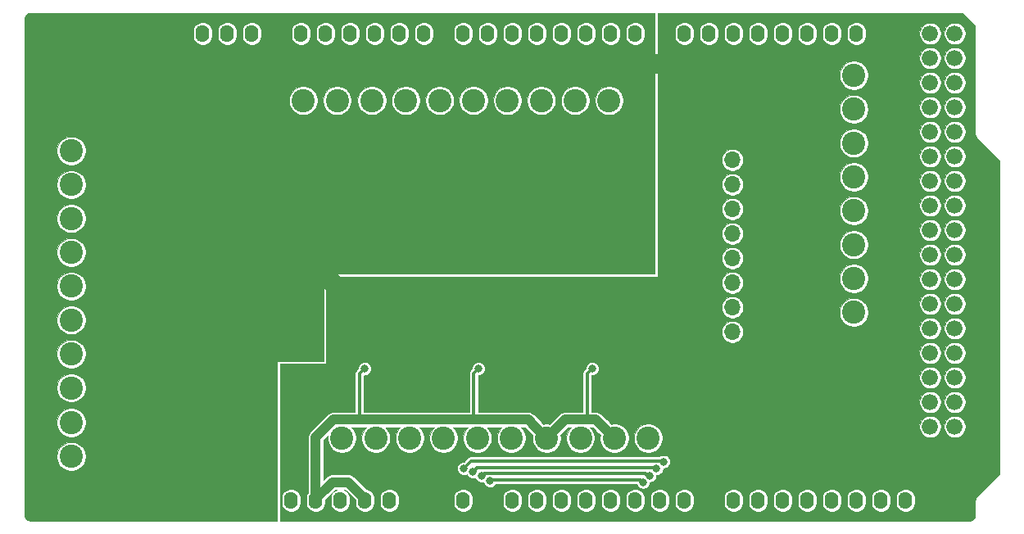
<source format=gbr>
G04 #@! TF.GenerationSoftware,KiCad,Pcbnew,(5.1.5-0-10_14)*
G04 #@! TF.CreationDate,2020-01-26T10:48:52-08:00*
G04 #@! TF.ProjectId,Printer Peripheral Interface,5072696e-7465-4722-9050-657269706865,rev?*
G04 #@! TF.SameCoordinates,Original*
G04 #@! TF.FileFunction,Copper,L2,Bot*
G04 #@! TF.FilePolarity,Positive*
%FSLAX46Y46*%
G04 Gerber Fmt 4.6, Leading zero omitted, Abs format (unit mm)*
G04 Created by KiCad (PCBNEW (5.1.5-0-10_14)) date 2020-01-26 10:48:52*
%MOMM*%
%LPD*%
G04 APERTURE LIST*
%ADD10C,2.400000*%
%ADD11R,1.700000X1.700000*%
%ADD12O,1.700000X1.700000*%
%ADD13R,2.400000X2.400000*%
%ADD14O,1.422400X1.778000*%
%ADD15C,1.676400*%
%ADD16C,0.800000*%
%ADD17C,2.000000*%
%ADD18C,1.000000*%
%ADD19C,0.350000*%
%ADD20C,0.250000*%
%ADD21C,0.076200*%
G04 APERTURE END LIST*
D10*
X148400000Y-122700000D03*
X144900000Y-122700000D03*
X141400000Y-122700000D03*
X137900000Y-122700000D03*
X134400000Y-122700000D03*
X130900000Y-122700000D03*
X183800000Y-85200000D03*
X183800000Y-88700000D03*
X183800000Y-92200000D03*
X183800000Y-95700000D03*
X183800000Y-99200000D03*
X183800000Y-102700000D03*
X183800000Y-106200000D03*
X183800000Y-109700000D03*
D11*
X171250000Y-114250000D03*
D12*
X171250000Y-111710000D03*
X171250000Y-109170000D03*
X171250000Y-106630000D03*
X171250000Y-104090000D03*
X171250000Y-101550000D03*
X171250000Y-99010000D03*
X171250000Y-96470000D03*
X171250000Y-93930000D03*
D11*
X171250000Y-91390000D03*
D10*
X134000000Y-87800000D03*
X137500000Y-87800000D03*
X141000000Y-87800000D03*
X144500000Y-87800000D03*
X148000000Y-87800000D03*
X151500000Y-87800000D03*
X155000000Y-87800000D03*
X158500000Y-87800000D03*
X162550000Y-122700000D03*
X159050000Y-122700000D03*
X155550000Y-122700000D03*
X152050000Y-122700000D03*
X102920000Y-117500000D03*
X102920000Y-114000000D03*
X102920000Y-110500000D03*
X102920000Y-107000000D03*
X102920000Y-103500000D03*
X102920000Y-100000000D03*
X102920000Y-96500000D03*
X102920000Y-93000000D03*
D13*
X102920000Y-128100000D03*
D10*
X102920000Y-124600000D03*
X102920000Y-121100000D03*
D13*
X119900000Y-87800000D03*
X123400000Y-87800000D03*
D10*
X126900000Y-87800000D03*
X130400000Y-87800000D03*
D14*
X143421100Y-80873600D03*
X145961100Y-80873600D03*
X148501100Y-80873600D03*
X151041100Y-80873600D03*
X153581100Y-80873600D03*
X156121100Y-80873600D03*
X158661100Y-80873600D03*
X161201100Y-80873600D03*
X116497100Y-80873600D03*
X119037100Y-80873600D03*
X121577100Y-80873600D03*
X124117100Y-80873600D03*
X126657100Y-80873600D03*
X129197100Y-80873600D03*
X131737100Y-80873600D03*
X134277100Y-80873600D03*
X136817100Y-80873600D03*
X139357100Y-80873600D03*
X166281100Y-129133600D03*
X163741100Y-129133600D03*
X161201100Y-129133600D03*
X158661100Y-129133600D03*
X156121100Y-129133600D03*
X153581100Y-129133600D03*
X151041100Y-129133600D03*
X148501100Y-129133600D03*
D15*
X194221100Y-124053600D03*
X191681100Y-124053600D03*
X194221100Y-121513600D03*
X191681100Y-121513600D03*
X194221100Y-118973600D03*
X191681100Y-118973600D03*
X194221100Y-116433600D03*
X191681100Y-116433600D03*
X194221100Y-113893600D03*
X191681100Y-113893600D03*
X194221100Y-111353600D03*
X191681100Y-111353600D03*
X194221100Y-108813600D03*
X191681100Y-108813600D03*
X194221100Y-106273600D03*
X191681100Y-106273600D03*
X194221100Y-103733600D03*
X191681100Y-103733600D03*
X194221100Y-101193600D03*
X191681100Y-101193600D03*
X194221100Y-98653600D03*
X191681100Y-98653600D03*
X194221100Y-96113600D03*
X191681100Y-96113600D03*
X194221100Y-93573600D03*
X191681100Y-93573600D03*
X194221100Y-91033600D03*
X191681100Y-91033600D03*
X194221100Y-88493600D03*
X191681100Y-88493600D03*
X194221100Y-85953600D03*
X191681100Y-85953600D03*
X194221100Y-83413600D03*
X191681100Y-83413600D03*
X194221100Y-80873600D03*
X191681100Y-80873600D03*
D14*
X143421100Y-129133600D03*
X140881100Y-129133600D03*
X138341100Y-129133600D03*
X135801100Y-129133600D03*
X133261100Y-129133600D03*
X130721100Y-129133600D03*
X128181100Y-129133600D03*
X125641100Y-129133600D03*
X184061100Y-80873600D03*
X181521100Y-80873600D03*
X178981100Y-80873600D03*
X176441100Y-80873600D03*
X173901100Y-80873600D03*
X171361100Y-80873600D03*
X168821100Y-80873600D03*
X166281100Y-80873600D03*
X189141100Y-129133600D03*
X186601100Y-129133600D03*
X184061100Y-129133600D03*
X181521100Y-129133600D03*
X178981100Y-129133600D03*
X176441100Y-129133600D03*
X173901100Y-129133600D03*
X171361100Y-129133600D03*
D16*
X139000000Y-112250000D03*
X130250000Y-112250000D03*
X120500000Y-112750000D03*
X119750000Y-113250000D03*
X119750000Y-112250000D03*
X120500000Y-106000000D03*
X119750000Y-106500000D03*
X119750000Y-105500000D03*
X120500000Y-98750000D03*
X119750000Y-99250000D03*
X119750000Y-98250000D03*
X113000000Y-90750000D03*
X113750000Y-91250000D03*
X114500000Y-91750000D03*
X138250000Y-100500000D03*
X138250000Y-99500000D03*
X138250000Y-98500000D03*
X145250000Y-98500000D03*
X145250000Y-99500000D03*
X145250000Y-100500000D03*
X152250000Y-98500000D03*
X152250000Y-99500000D03*
X152250000Y-100500000D03*
X159250000Y-99500000D03*
X159250000Y-100500000D03*
X159250000Y-98500000D03*
X117000000Y-124000000D03*
X112250000Y-125500000D03*
X141750000Y-112250000D03*
X151000000Y-112250000D03*
X153750000Y-112250000D03*
X162750000Y-112250000D03*
X165500000Y-125250000D03*
X165500000Y-119750000D03*
X101250000Y-81750000D03*
X102250000Y-81750000D03*
X103250000Y-81750000D03*
X130750000Y-97250000D03*
X133250000Y-115500000D03*
X144999996Y-115500000D03*
X156749998Y-115500000D03*
X162000000Y-127250000D03*
X146203750Y-127114551D03*
X162723920Y-126560099D03*
X145334874Y-126619496D03*
X163408917Y-125831538D03*
X144426519Y-126201266D03*
X164121765Y-125130202D03*
X143500000Y-125824988D03*
D17*
X130250000Y-107000000D02*
X128250000Y-105000000D01*
X158750000Y-84000000D02*
X164250000Y-84000000D01*
X114750000Y-128250000D02*
X119750000Y-128250000D01*
D18*
X133261100Y-128955800D02*
X133261100Y-129133600D01*
X131549900Y-127244600D02*
X133261100Y-128955800D01*
X129892300Y-127244600D02*
X131549900Y-127244600D01*
X128181100Y-128955800D02*
X129892300Y-127244600D01*
X128181100Y-129133600D02*
X128181100Y-128955800D01*
X150850001Y-121500001D02*
X152050000Y-122700000D01*
X150149999Y-120799999D02*
X150850001Y-121500001D01*
X128181100Y-122606898D02*
X129987999Y-120799999D01*
X128181100Y-129133600D02*
X128181100Y-122606898D01*
X157149999Y-120799999D02*
X157850001Y-121500001D01*
X157850001Y-121500001D02*
X159050000Y-122700000D01*
X152050000Y-122700000D02*
X153950001Y-120799999D01*
X153950001Y-120799999D02*
X155799999Y-120799999D01*
X155799999Y-120799999D02*
X157149999Y-120799999D01*
X145049999Y-120799999D02*
X150149999Y-120799999D01*
D19*
X132700001Y-116049999D02*
X133250000Y-115500000D01*
X132700001Y-120799999D02*
X132700001Y-116049999D01*
D18*
X129987999Y-120799999D02*
X132700001Y-120799999D01*
X132700001Y-120799999D02*
X145049999Y-120799999D01*
D19*
X144999996Y-115500004D02*
X144999996Y-115500000D01*
X144500000Y-116000000D02*
X144999996Y-115500004D01*
X144500000Y-120250000D02*
X144500000Y-116000000D01*
X145049999Y-120799999D02*
X144500000Y-120250000D01*
X156749998Y-115500002D02*
X156749998Y-115500000D01*
X156250000Y-116000000D02*
X156749998Y-115500002D01*
X156250000Y-120349998D02*
X156250000Y-116000000D01*
X155799999Y-120799999D02*
X156250000Y-120349998D01*
D20*
X146339199Y-127250000D02*
X146203750Y-127114551D01*
D19*
X146318301Y-127000000D02*
X146203750Y-127114551D01*
X161750000Y-127000000D02*
X146318301Y-127000000D01*
X162000000Y-127250000D02*
X161750000Y-127000000D01*
X145619262Y-126335108D02*
X145334874Y-126619496D01*
X162232110Y-126335108D02*
X145619262Y-126335108D01*
X162457101Y-126560099D02*
X162232110Y-126335108D01*
X162723920Y-126560099D02*
X162457101Y-126560099D01*
X144826518Y-125801267D02*
X144426519Y-126201266D01*
X144842687Y-125785098D02*
X144826518Y-125801267D01*
X163362477Y-125785098D02*
X144842687Y-125785098D01*
X163408917Y-125831538D02*
X163362477Y-125785098D01*
X163854583Y-125130202D02*
X163780918Y-125056537D01*
X143899999Y-125424989D02*
X143500000Y-125824988D01*
X144268451Y-125056537D02*
X143899999Y-125424989D01*
X163780918Y-125056537D02*
X144268451Y-125056537D01*
X164121765Y-125130202D02*
X163854583Y-125130202D01*
D21*
G36*
X163211900Y-105711900D02*
G01*
X129000000Y-105711900D01*
X128992567Y-105712632D01*
X128985420Y-105714800D01*
X128978833Y-105718321D01*
X128973059Y-105723059D01*
X128968321Y-105728833D01*
X128964800Y-105735420D01*
X128962632Y-105742567D01*
X128961900Y-105750000D01*
X128961900Y-114711900D01*
X124250000Y-114711900D01*
X124242567Y-114712632D01*
X124235420Y-114714800D01*
X124228833Y-114718321D01*
X124223059Y-114723059D01*
X124218321Y-114728833D01*
X124214800Y-114735420D01*
X124212632Y-114742567D01*
X124211900Y-114750000D01*
X124211900Y-131258500D01*
X98721403Y-131258500D01*
X98587877Y-131245407D01*
X98478974Y-131212528D01*
X98378519Y-131159115D01*
X98290364Y-131087218D01*
X98217844Y-130999557D01*
X98163738Y-130899489D01*
X98130097Y-130790811D01*
X98116200Y-130658597D01*
X98116200Y-124453435D01*
X101431900Y-124453435D01*
X101431900Y-124746565D01*
X101489087Y-125034063D01*
X101601263Y-125304880D01*
X101764117Y-125548608D01*
X101971392Y-125755883D01*
X102215120Y-125918737D01*
X102485937Y-126030913D01*
X102773435Y-126088100D01*
X103066565Y-126088100D01*
X103354063Y-126030913D01*
X103624880Y-125918737D01*
X103868608Y-125755883D01*
X104075883Y-125548608D01*
X104238737Y-125304880D01*
X104350913Y-125034063D01*
X104408100Y-124746565D01*
X104408100Y-124453435D01*
X104350913Y-124165937D01*
X104238737Y-123895120D01*
X104075883Y-123651392D01*
X103868608Y-123444117D01*
X103624880Y-123281263D01*
X103354063Y-123169087D01*
X103066565Y-123111900D01*
X102773435Y-123111900D01*
X102485937Y-123169087D01*
X102215120Y-123281263D01*
X101971392Y-123444117D01*
X101764117Y-123651392D01*
X101601263Y-123895120D01*
X101489087Y-124165937D01*
X101431900Y-124453435D01*
X98116200Y-124453435D01*
X98116200Y-120953435D01*
X101431900Y-120953435D01*
X101431900Y-121246565D01*
X101489087Y-121534063D01*
X101601263Y-121804880D01*
X101764117Y-122048608D01*
X101971392Y-122255883D01*
X102215120Y-122418737D01*
X102485937Y-122530913D01*
X102773435Y-122588100D01*
X103066565Y-122588100D01*
X103354063Y-122530913D01*
X103624880Y-122418737D01*
X103868608Y-122255883D01*
X104075883Y-122048608D01*
X104238737Y-121804880D01*
X104350913Y-121534063D01*
X104408100Y-121246565D01*
X104408100Y-120953435D01*
X104350913Y-120665937D01*
X104238737Y-120395120D01*
X104075883Y-120151392D01*
X103868608Y-119944117D01*
X103624880Y-119781263D01*
X103354063Y-119669087D01*
X103066565Y-119611900D01*
X102773435Y-119611900D01*
X102485937Y-119669087D01*
X102215120Y-119781263D01*
X101971392Y-119944117D01*
X101764117Y-120151392D01*
X101601263Y-120395120D01*
X101489087Y-120665937D01*
X101431900Y-120953435D01*
X98116200Y-120953435D01*
X98116200Y-117353435D01*
X101431900Y-117353435D01*
X101431900Y-117646565D01*
X101489087Y-117934063D01*
X101601263Y-118204880D01*
X101764117Y-118448608D01*
X101971392Y-118655883D01*
X102215120Y-118818737D01*
X102485937Y-118930913D01*
X102773435Y-118988100D01*
X103066565Y-118988100D01*
X103354063Y-118930913D01*
X103624880Y-118818737D01*
X103868608Y-118655883D01*
X104075883Y-118448608D01*
X104238737Y-118204880D01*
X104350913Y-117934063D01*
X104408100Y-117646565D01*
X104408100Y-117353435D01*
X104350913Y-117065937D01*
X104238737Y-116795120D01*
X104075883Y-116551392D01*
X103868608Y-116344117D01*
X103624880Y-116181263D01*
X103354063Y-116069087D01*
X103066565Y-116011900D01*
X102773435Y-116011900D01*
X102485937Y-116069087D01*
X102215120Y-116181263D01*
X101971392Y-116344117D01*
X101764117Y-116551392D01*
X101601263Y-116795120D01*
X101489087Y-117065937D01*
X101431900Y-117353435D01*
X98116200Y-117353435D01*
X98116200Y-113853435D01*
X101431900Y-113853435D01*
X101431900Y-114146565D01*
X101489087Y-114434063D01*
X101601263Y-114704880D01*
X101764117Y-114948608D01*
X101971392Y-115155883D01*
X102215120Y-115318737D01*
X102485937Y-115430913D01*
X102773435Y-115488100D01*
X103066565Y-115488100D01*
X103354063Y-115430913D01*
X103624880Y-115318737D01*
X103868608Y-115155883D01*
X104075883Y-114948608D01*
X104238737Y-114704880D01*
X104350913Y-114434063D01*
X104408100Y-114146565D01*
X104408100Y-113853435D01*
X104350913Y-113565937D01*
X104238737Y-113295120D01*
X104075883Y-113051392D01*
X103868608Y-112844117D01*
X103624880Y-112681263D01*
X103354063Y-112569087D01*
X103066565Y-112511900D01*
X102773435Y-112511900D01*
X102485937Y-112569087D01*
X102215120Y-112681263D01*
X101971392Y-112844117D01*
X101764117Y-113051392D01*
X101601263Y-113295120D01*
X101489087Y-113565937D01*
X101431900Y-113853435D01*
X98116200Y-113853435D01*
X98116200Y-110353435D01*
X101431900Y-110353435D01*
X101431900Y-110646565D01*
X101489087Y-110934063D01*
X101601263Y-111204880D01*
X101764117Y-111448608D01*
X101971392Y-111655883D01*
X102215120Y-111818737D01*
X102485937Y-111930913D01*
X102773435Y-111988100D01*
X103066565Y-111988100D01*
X103354063Y-111930913D01*
X103624880Y-111818737D01*
X103868608Y-111655883D01*
X104075883Y-111448608D01*
X104238737Y-111204880D01*
X104350913Y-110934063D01*
X104408100Y-110646565D01*
X104408100Y-110353435D01*
X104350913Y-110065937D01*
X104238737Y-109795120D01*
X104075883Y-109551392D01*
X103868608Y-109344117D01*
X103624880Y-109181263D01*
X103354063Y-109069087D01*
X103066565Y-109011900D01*
X102773435Y-109011900D01*
X102485937Y-109069087D01*
X102215120Y-109181263D01*
X101971392Y-109344117D01*
X101764117Y-109551392D01*
X101601263Y-109795120D01*
X101489087Y-110065937D01*
X101431900Y-110353435D01*
X98116200Y-110353435D01*
X98116200Y-106853435D01*
X101431900Y-106853435D01*
X101431900Y-107146565D01*
X101489087Y-107434063D01*
X101601263Y-107704880D01*
X101764117Y-107948608D01*
X101971392Y-108155883D01*
X102215120Y-108318737D01*
X102485937Y-108430913D01*
X102773435Y-108488100D01*
X103066565Y-108488100D01*
X103354063Y-108430913D01*
X103624880Y-108318737D01*
X103868608Y-108155883D01*
X104075883Y-107948608D01*
X104238737Y-107704880D01*
X104350913Y-107434063D01*
X104408100Y-107146565D01*
X104408100Y-106853435D01*
X104350913Y-106565937D01*
X104238737Y-106295120D01*
X104075883Y-106051392D01*
X103868608Y-105844117D01*
X103624880Y-105681263D01*
X103354063Y-105569087D01*
X103066565Y-105511900D01*
X102773435Y-105511900D01*
X102485937Y-105569087D01*
X102215120Y-105681263D01*
X101971392Y-105844117D01*
X101764117Y-106051392D01*
X101601263Y-106295120D01*
X101489087Y-106565937D01*
X101431900Y-106853435D01*
X98116200Y-106853435D01*
X98116200Y-103353435D01*
X101431900Y-103353435D01*
X101431900Y-103646565D01*
X101489087Y-103934063D01*
X101601263Y-104204880D01*
X101764117Y-104448608D01*
X101971392Y-104655883D01*
X102215120Y-104818737D01*
X102485937Y-104930913D01*
X102773435Y-104988100D01*
X103066565Y-104988100D01*
X103354063Y-104930913D01*
X103624880Y-104818737D01*
X103868608Y-104655883D01*
X104075883Y-104448608D01*
X104238737Y-104204880D01*
X104350913Y-103934063D01*
X104408100Y-103646565D01*
X104408100Y-103353435D01*
X104350913Y-103065937D01*
X104238737Y-102795120D01*
X104075883Y-102551392D01*
X103868608Y-102344117D01*
X103624880Y-102181263D01*
X103354063Y-102069087D01*
X103066565Y-102011900D01*
X102773435Y-102011900D01*
X102485937Y-102069087D01*
X102215120Y-102181263D01*
X101971392Y-102344117D01*
X101764117Y-102551392D01*
X101601263Y-102795120D01*
X101489087Y-103065937D01*
X101431900Y-103353435D01*
X98116200Y-103353435D01*
X98116200Y-99853435D01*
X101431900Y-99853435D01*
X101431900Y-100146565D01*
X101489087Y-100434063D01*
X101601263Y-100704880D01*
X101764117Y-100948608D01*
X101971392Y-101155883D01*
X102215120Y-101318737D01*
X102485937Y-101430913D01*
X102773435Y-101488100D01*
X103066565Y-101488100D01*
X103354063Y-101430913D01*
X103624880Y-101318737D01*
X103868608Y-101155883D01*
X104075883Y-100948608D01*
X104238737Y-100704880D01*
X104350913Y-100434063D01*
X104408100Y-100146565D01*
X104408100Y-99853435D01*
X104350913Y-99565937D01*
X104238737Y-99295120D01*
X104075883Y-99051392D01*
X103868608Y-98844117D01*
X103624880Y-98681263D01*
X103354063Y-98569087D01*
X103066565Y-98511900D01*
X102773435Y-98511900D01*
X102485937Y-98569087D01*
X102215120Y-98681263D01*
X101971392Y-98844117D01*
X101764117Y-99051392D01*
X101601263Y-99295120D01*
X101489087Y-99565937D01*
X101431900Y-99853435D01*
X98116200Y-99853435D01*
X98116200Y-96353435D01*
X101431900Y-96353435D01*
X101431900Y-96646565D01*
X101489087Y-96934063D01*
X101601263Y-97204880D01*
X101764117Y-97448608D01*
X101971392Y-97655883D01*
X102215120Y-97818737D01*
X102485937Y-97930913D01*
X102773435Y-97988100D01*
X103066565Y-97988100D01*
X103354063Y-97930913D01*
X103624880Y-97818737D01*
X103868608Y-97655883D01*
X104075883Y-97448608D01*
X104238737Y-97204880D01*
X104350913Y-96934063D01*
X104408100Y-96646565D01*
X104408100Y-96353435D01*
X104350913Y-96065937D01*
X104238737Y-95795120D01*
X104075883Y-95551392D01*
X103868608Y-95344117D01*
X103624880Y-95181263D01*
X103354063Y-95069087D01*
X103066565Y-95011900D01*
X102773435Y-95011900D01*
X102485937Y-95069087D01*
X102215120Y-95181263D01*
X101971392Y-95344117D01*
X101764117Y-95551392D01*
X101601263Y-95795120D01*
X101489087Y-96065937D01*
X101431900Y-96353435D01*
X98116200Y-96353435D01*
X98116200Y-92853435D01*
X101431900Y-92853435D01*
X101431900Y-93146565D01*
X101489087Y-93434063D01*
X101601263Y-93704880D01*
X101764117Y-93948608D01*
X101971392Y-94155883D01*
X102215120Y-94318737D01*
X102485937Y-94430913D01*
X102773435Y-94488100D01*
X103066565Y-94488100D01*
X103354063Y-94430913D01*
X103624880Y-94318737D01*
X103868608Y-94155883D01*
X104075883Y-93948608D01*
X104238737Y-93704880D01*
X104350913Y-93434063D01*
X104408100Y-93146565D01*
X104408100Y-92853435D01*
X104350913Y-92565937D01*
X104238737Y-92295120D01*
X104075883Y-92051392D01*
X103868608Y-91844117D01*
X103624880Y-91681263D01*
X103354063Y-91569087D01*
X103066565Y-91511900D01*
X102773435Y-91511900D01*
X102485937Y-91569087D01*
X102215120Y-91681263D01*
X101971392Y-91844117D01*
X101764117Y-92051392D01*
X101601263Y-92295120D01*
X101489087Y-92565937D01*
X101431900Y-92853435D01*
X98116200Y-92853435D01*
X98116200Y-87653435D01*
X125411900Y-87653435D01*
X125411900Y-87946565D01*
X125469087Y-88234063D01*
X125581263Y-88504880D01*
X125744117Y-88748608D01*
X125951392Y-88955883D01*
X126195120Y-89118737D01*
X126465937Y-89230913D01*
X126753435Y-89288100D01*
X127046565Y-89288100D01*
X127334063Y-89230913D01*
X127604880Y-89118737D01*
X127848608Y-88955883D01*
X128055883Y-88748608D01*
X128218737Y-88504880D01*
X128330913Y-88234063D01*
X128388100Y-87946565D01*
X128388100Y-87653435D01*
X128911900Y-87653435D01*
X128911900Y-87946565D01*
X128969087Y-88234063D01*
X129081263Y-88504880D01*
X129244117Y-88748608D01*
X129451392Y-88955883D01*
X129695120Y-89118737D01*
X129965937Y-89230913D01*
X130253435Y-89288100D01*
X130546565Y-89288100D01*
X130834063Y-89230913D01*
X131104880Y-89118737D01*
X131348608Y-88955883D01*
X131555883Y-88748608D01*
X131718737Y-88504880D01*
X131830913Y-88234063D01*
X131888100Y-87946565D01*
X131888100Y-87653435D01*
X132511900Y-87653435D01*
X132511900Y-87946565D01*
X132569087Y-88234063D01*
X132681263Y-88504880D01*
X132844117Y-88748608D01*
X133051392Y-88955883D01*
X133295120Y-89118737D01*
X133565937Y-89230913D01*
X133853435Y-89288100D01*
X134146565Y-89288100D01*
X134434063Y-89230913D01*
X134704880Y-89118737D01*
X134948608Y-88955883D01*
X135155883Y-88748608D01*
X135318737Y-88504880D01*
X135430913Y-88234063D01*
X135488100Y-87946565D01*
X135488100Y-87653435D01*
X136011900Y-87653435D01*
X136011900Y-87946565D01*
X136069087Y-88234063D01*
X136181263Y-88504880D01*
X136344117Y-88748608D01*
X136551392Y-88955883D01*
X136795120Y-89118737D01*
X137065937Y-89230913D01*
X137353435Y-89288100D01*
X137646565Y-89288100D01*
X137934063Y-89230913D01*
X138204880Y-89118737D01*
X138448608Y-88955883D01*
X138655883Y-88748608D01*
X138818737Y-88504880D01*
X138930913Y-88234063D01*
X138988100Y-87946565D01*
X138988100Y-87653435D01*
X139511900Y-87653435D01*
X139511900Y-87946565D01*
X139569087Y-88234063D01*
X139681263Y-88504880D01*
X139844117Y-88748608D01*
X140051392Y-88955883D01*
X140295120Y-89118737D01*
X140565937Y-89230913D01*
X140853435Y-89288100D01*
X141146565Y-89288100D01*
X141434063Y-89230913D01*
X141704880Y-89118737D01*
X141948608Y-88955883D01*
X142155883Y-88748608D01*
X142318737Y-88504880D01*
X142430913Y-88234063D01*
X142488100Y-87946565D01*
X142488100Y-87653435D01*
X143011900Y-87653435D01*
X143011900Y-87946565D01*
X143069087Y-88234063D01*
X143181263Y-88504880D01*
X143344117Y-88748608D01*
X143551392Y-88955883D01*
X143795120Y-89118737D01*
X144065937Y-89230913D01*
X144353435Y-89288100D01*
X144646565Y-89288100D01*
X144934063Y-89230913D01*
X145204880Y-89118737D01*
X145448608Y-88955883D01*
X145655883Y-88748608D01*
X145818737Y-88504880D01*
X145930913Y-88234063D01*
X145988100Y-87946565D01*
X145988100Y-87653435D01*
X146511900Y-87653435D01*
X146511900Y-87946565D01*
X146569087Y-88234063D01*
X146681263Y-88504880D01*
X146844117Y-88748608D01*
X147051392Y-88955883D01*
X147295120Y-89118737D01*
X147565937Y-89230913D01*
X147853435Y-89288100D01*
X148146565Y-89288100D01*
X148434063Y-89230913D01*
X148704880Y-89118737D01*
X148948608Y-88955883D01*
X149155883Y-88748608D01*
X149318737Y-88504880D01*
X149430913Y-88234063D01*
X149488100Y-87946565D01*
X149488100Y-87653435D01*
X150011900Y-87653435D01*
X150011900Y-87946565D01*
X150069087Y-88234063D01*
X150181263Y-88504880D01*
X150344117Y-88748608D01*
X150551392Y-88955883D01*
X150795120Y-89118737D01*
X151065937Y-89230913D01*
X151353435Y-89288100D01*
X151646565Y-89288100D01*
X151934063Y-89230913D01*
X152204880Y-89118737D01*
X152448608Y-88955883D01*
X152655883Y-88748608D01*
X152818737Y-88504880D01*
X152930913Y-88234063D01*
X152988100Y-87946565D01*
X152988100Y-87653435D01*
X153511900Y-87653435D01*
X153511900Y-87946565D01*
X153569087Y-88234063D01*
X153681263Y-88504880D01*
X153844117Y-88748608D01*
X154051392Y-88955883D01*
X154295120Y-89118737D01*
X154565937Y-89230913D01*
X154853435Y-89288100D01*
X155146565Y-89288100D01*
X155434063Y-89230913D01*
X155704880Y-89118737D01*
X155948608Y-88955883D01*
X156155883Y-88748608D01*
X156318737Y-88504880D01*
X156430913Y-88234063D01*
X156488100Y-87946565D01*
X156488100Y-87653435D01*
X157011900Y-87653435D01*
X157011900Y-87946565D01*
X157069087Y-88234063D01*
X157181263Y-88504880D01*
X157344117Y-88748608D01*
X157551392Y-88955883D01*
X157795120Y-89118737D01*
X158065937Y-89230913D01*
X158353435Y-89288100D01*
X158646565Y-89288100D01*
X158934063Y-89230913D01*
X159204880Y-89118737D01*
X159448608Y-88955883D01*
X159655883Y-88748608D01*
X159818737Y-88504880D01*
X159930913Y-88234063D01*
X159988100Y-87946565D01*
X159988100Y-87653435D01*
X159930913Y-87365937D01*
X159818737Y-87095120D01*
X159655883Y-86851392D01*
X159448608Y-86644117D01*
X159204880Y-86481263D01*
X158934063Y-86369087D01*
X158646565Y-86311900D01*
X158353435Y-86311900D01*
X158065937Y-86369087D01*
X157795120Y-86481263D01*
X157551392Y-86644117D01*
X157344117Y-86851392D01*
X157181263Y-87095120D01*
X157069087Y-87365937D01*
X157011900Y-87653435D01*
X156488100Y-87653435D01*
X156430913Y-87365937D01*
X156318737Y-87095120D01*
X156155883Y-86851392D01*
X155948608Y-86644117D01*
X155704880Y-86481263D01*
X155434063Y-86369087D01*
X155146565Y-86311900D01*
X154853435Y-86311900D01*
X154565937Y-86369087D01*
X154295120Y-86481263D01*
X154051392Y-86644117D01*
X153844117Y-86851392D01*
X153681263Y-87095120D01*
X153569087Y-87365937D01*
X153511900Y-87653435D01*
X152988100Y-87653435D01*
X152930913Y-87365937D01*
X152818737Y-87095120D01*
X152655883Y-86851392D01*
X152448608Y-86644117D01*
X152204880Y-86481263D01*
X151934063Y-86369087D01*
X151646565Y-86311900D01*
X151353435Y-86311900D01*
X151065937Y-86369087D01*
X150795120Y-86481263D01*
X150551392Y-86644117D01*
X150344117Y-86851392D01*
X150181263Y-87095120D01*
X150069087Y-87365937D01*
X150011900Y-87653435D01*
X149488100Y-87653435D01*
X149430913Y-87365937D01*
X149318737Y-87095120D01*
X149155883Y-86851392D01*
X148948608Y-86644117D01*
X148704880Y-86481263D01*
X148434063Y-86369087D01*
X148146565Y-86311900D01*
X147853435Y-86311900D01*
X147565937Y-86369087D01*
X147295120Y-86481263D01*
X147051392Y-86644117D01*
X146844117Y-86851392D01*
X146681263Y-87095120D01*
X146569087Y-87365937D01*
X146511900Y-87653435D01*
X145988100Y-87653435D01*
X145930913Y-87365937D01*
X145818737Y-87095120D01*
X145655883Y-86851392D01*
X145448608Y-86644117D01*
X145204880Y-86481263D01*
X144934063Y-86369087D01*
X144646565Y-86311900D01*
X144353435Y-86311900D01*
X144065937Y-86369087D01*
X143795120Y-86481263D01*
X143551392Y-86644117D01*
X143344117Y-86851392D01*
X143181263Y-87095120D01*
X143069087Y-87365937D01*
X143011900Y-87653435D01*
X142488100Y-87653435D01*
X142430913Y-87365937D01*
X142318737Y-87095120D01*
X142155883Y-86851392D01*
X141948608Y-86644117D01*
X141704880Y-86481263D01*
X141434063Y-86369087D01*
X141146565Y-86311900D01*
X140853435Y-86311900D01*
X140565937Y-86369087D01*
X140295120Y-86481263D01*
X140051392Y-86644117D01*
X139844117Y-86851392D01*
X139681263Y-87095120D01*
X139569087Y-87365937D01*
X139511900Y-87653435D01*
X138988100Y-87653435D01*
X138930913Y-87365937D01*
X138818737Y-87095120D01*
X138655883Y-86851392D01*
X138448608Y-86644117D01*
X138204880Y-86481263D01*
X137934063Y-86369087D01*
X137646565Y-86311900D01*
X137353435Y-86311900D01*
X137065937Y-86369087D01*
X136795120Y-86481263D01*
X136551392Y-86644117D01*
X136344117Y-86851392D01*
X136181263Y-87095120D01*
X136069087Y-87365937D01*
X136011900Y-87653435D01*
X135488100Y-87653435D01*
X135430913Y-87365937D01*
X135318737Y-87095120D01*
X135155883Y-86851392D01*
X134948608Y-86644117D01*
X134704880Y-86481263D01*
X134434063Y-86369087D01*
X134146565Y-86311900D01*
X133853435Y-86311900D01*
X133565937Y-86369087D01*
X133295120Y-86481263D01*
X133051392Y-86644117D01*
X132844117Y-86851392D01*
X132681263Y-87095120D01*
X132569087Y-87365937D01*
X132511900Y-87653435D01*
X131888100Y-87653435D01*
X131830913Y-87365937D01*
X131718737Y-87095120D01*
X131555883Y-86851392D01*
X131348608Y-86644117D01*
X131104880Y-86481263D01*
X130834063Y-86369087D01*
X130546565Y-86311900D01*
X130253435Y-86311900D01*
X129965937Y-86369087D01*
X129695120Y-86481263D01*
X129451392Y-86644117D01*
X129244117Y-86851392D01*
X129081263Y-87095120D01*
X128969087Y-87365937D01*
X128911900Y-87653435D01*
X128388100Y-87653435D01*
X128330913Y-87365937D01*
X128218737Y-87095120D01*
X128055883Y-86851392D01*
X127848608Y-86644117D01*
X127604880Y-86481263D01*
X127334063Y-86369087D01*
X127046565Y-86311900D01*
X126753435Y-86311900D01*
X126465937Y-86369087D01*
X126195120Y-86481263D01*
X125951392Y-86644117D01*
X125744117Y-86851392D01*
X125581263Y-87095120D01*
X125469087Y-87365937D01*
X125411900Y-87653435D01*
X98116200Y-87653435D01*
X98116200Y-80646709D01*
X115497800Y-80646709D01*
X115497800Y-81100490D01*
X115512259Y-81247296D01*
X115569400Y-81435665D01*
X115662192Y-81609268D01*
X115787069Y-81761431D01*
X115939232Y-81886308D01*
X116112834Y-81979100D01*
X116301203Y-82036241D01*
X116497100Y-82055535D01*
X116692996Y-82036241D01*
X116881365Y-81979100D01*
X117054968Y-81886308D01*
X117207131Y-81761431D01*
X117332008Y-81609268D01*
X117424800Y-81435666D01*
X117481941Y-81247297D01*
X117496400Y-81100491D01*
X117496400Y-80646710D01*
X117496400Y-80646709D01*
X118037800Y-80646709D01*
X118037800Y-81100490D01*
X118052259Y-81247296D01*
X118109400Y-81435665D01*
X118202192Y-81609268D01*
X118327069Y-81761431D01*
X118479232Y-81886308D01*
X118652834Y-81979100D01*
X118841203Y-82036241D01*
X119037100Y-82055535D01*
X119232996Y-82036241D01*
X119421365Y-81979100D01*
X119594968Y-81886308D01*
X119747131Y-81761431D01*
X119872008Y-81609268D01*
X119964800Y-81435666D01*
X120021941Y-81247297D01*
X120036400Y-81100491D01*
X120036400Y-80646710D01*
X120036400Y-80646709D01*
X120577800Y-80646709D01*
X120577800Y-81100490D01*
X120592259Y-81247296D01*
X120649400Y-81435665D01*
X120742192Y-81609268D01*
X120867069Y-81761431D01*
X121019232Y-81886308D01*
X121192834Y-81979100D01*
X121381203Y-82036241D01*
X121577100Y-82055535D01*
X121772996Y-82036241D01*
X121961365Y-81979100D01*
X122134968Y-81886308D01*
X122287131Y-81761431D01*
X122412008Y-81609268D01*
X122504800Y-81435666D01*
X122561941Y-81247297D01*
X122576400Y-81100491D01*
X122576400Y-80646710D01*
X122576400Y-80646709D01*
X125657800Y-80646709D01*
X125657800Y-81100490D01*
X125672259Y-81247296D01*
X125729400Y-81435665D01*
X125822192Y-81609268D01*
X125947069Y-81761431D01*
X126099232Y-81886308D01*
X126272834Y-81979100D01*
X126461203Y-82036241D01*
X126657100Y-82055535D01*
X126852996Y-82036241D01*
X127041365Y-81979100D01*
X127214968Y-81886308D01*
X127367131Y-81761431D01*
X127492008Y-81609268D01*
X127584800Y-81435666D01*
X127641941Y-81247297D01*
X127656400Y-81100491D01*
X127656400Y-80646710D01*
X127656400Y-80646709D01*
X128197800Y-80646709D01*
X128197800Y-81100490D01*
X128212259Y-81247296D01*
X128269400Y-81435665D01*
X128362192Y-81609268D01*
X128487069Y-81761431D01*
X128639232Y-81886308D01*
X128812834Y-81979100D01*
X129001203Y-82036241D01*
X129197100Y-82055535D01*
X129392996Y-82036241D01*
X129581365Y-81979100D01*
X129754968Y-81886308D01*
X129907131Y-81761431D01*
X130032008Y-81609268D01*
X130124800Y-81435666D01*
X130181941Y-81247297D01*
X130196400Y-81100491D01*
X130196400Y-80646710D01*
X130196400Y-80646709D01*
X130737800Y-80646709D01*
X130737800Y-81100490D01*
X130752259Y-81247296D01*
X130809400Y-81435665D01*
X130902192Y-81609268D01*
X131027069Y-81761431D01*
X131179232Y-81886308D01*
X131352834Y-81979100D01*
X131541203Y-82036241D01*
X131737100Y-82055535D01*
X131932996Y-82036241D01*
X132121365Y-81979100D01*
X132294968Y-81886308D01*
X132447131Y-81761431D01*
X132572008Y-81609268D01*
X132664800Y-81435666D01*
X132721941Y-81247297D01*
X132736400Y-81100491D01*
X132736400Y-80646710D01*
X132736400Y-80646709D01*
X133277800Y-80646709D01*
X133277800Y-81100490D01*
X133292259Y-81247296D01*
X133349400Y-81435665D01*
X133442192Y-81609268D01*
X133567069Y-81761431D01*
X133719232Y-81886308D01*
X133892834Y-81979100D01*
X134081203Y-82036241D01*
X134277100Y-82055535D01*
X134472996Y-82036241D01*
X134661365Y-81979100D01*
X134834968Y-81886308D01*
X134987131Y-81761431D01*
X135112008Y-81609268D01*
X135204800Y-81435666D01*
X135261941Y-81247297D01*
X135276400Y-81100491D01*
X135276400Y-80646710D01*
X135276400Y-80646709D01*
X135817800Y-80646709D01*
X135817800Y-81100490D01*
X135832259Y-81247296D01*
X135889400Y-81435665D01*
X135982192Y-81609268D01*
X136107069Y-81761431D01*
X136259232Y-81886308D01*
X136432834Y-81979100D01*
X136621203Y-82036241D01*
X136817100Y-82055535D01*
X137012996Y-82036241D01*
X137201365Y-81979100D01*
X137374968Y-81886308D01*
X137527131Y-81761431D01*
X137652008Y-81609268D01*
X137744800Y-81435666D01*
X137801941Y-81247297D01*
X137816400Y-81100491D01*
X137816400Y-80646710D01*
X137816400Y-80646709D01*
X138357800Y-80646709D01*
X138357800Y-81100490D01*
X138372259Y-81247296D01*
X138429400Y-81435665D01*
X138522192Y-81609268D01*
X138647069Y-81761431D01*
X138799232Y-81886308D01*
X138972834Y-81979100D01*
X139161203Y-82036241D01*
X139357100Y-82055535D01*
X139552996Y-82036241D01*
X139741365Y-81979100D01*
X139914968Y-81886308D01*
X140067131Y-81761431D01*
X140192008Y-81609268D01*
X140284800Y-81435666D01*
X140341941Y-81247297D01*
X140356400Y-81100491D01*
X140356400Y-80646710D01*
X140356400Y-80646709D01*
X142421800Y-80646709D01*
X142421800Y-81100490D01*
X142436259Y-81247296D01*
X142493400Y-81435665D01*
X142586192Y-81609268D01*
X142711069Y-81761431D01*
X142863232Y-81886308D01*
X143036834Y-81979100D01*
X143225203Y-82036241D01*
X143421100Y-82055535D01*
X143616996Y-82036241D01*
X143805365Y-81979100D01*
X143978968Y-81886308D01*
X144131131Y-81761431D01*
X144256008Y-81609268D01*
X144348800Y-81435666D01*
X144405941Y-81247297D01*
X144420400Y-81100491D01*
X144420400Y-80646710D01*
X144420400Y-80646709D01*
X144961800Y-80646709D01*
X144961800Y-81100490D01*
X144976259Y-81247296D01*
X145033400Y-81435665D01*
X145126192Y-81609268D01*
X145251069Y-81761431D01*
X145403232Y-81886308D01*
X145576834Y-81979100D01*
X145765203Y-82036241D01*
X145961100Y-82055535D01*
X146156996Y-82036241D01*
X146345365Y-81979100D01*
X146518968Y-81886308D01*
X146671131Y-81761431D01*
X146796008Y-81609268D01*
X146888800Y-81435666D01*
X146945941Y-81247297D01*
X146960400Y-81100491D01*
X146960400Y-80646710D01*
X146960400Y-80646709D01*
X147501800Y-80646709D01*
X147501800Y-81100490D01*
X147516259Y-81247296D01*
X147573400Y-81435665D01*
X147666192Y-81609268D01*
X147791069Y-81761431D01*
X147943232Y-81886308D01*
X148116834Y-81979100D01*
X148305203Y-82036241D01*
X148501100Y-82055535D01*
X148696996Y-82036241D01*
X148885365Y-81979100D01*
X149058968Y-81886308D01*
X149211131Y-81761431D01*
X149336008Y-81609268D01*
X149428800Y-81435666D01*
X149485941Y-81247297D01*
X149500400Y-81100491D01*
X149500400Y-80646710D01*
X149500400Y-80646709D01*
X150041800Y-80646709D01*
X150041800Y-81100490D01*
X150056259Y-81247296D01*
X150113400Y-81435665D01*
X150206192Y-81609268D01*
X150331069Y-81761431D01*
X150483232Y-81886308D01*
X150656834Y-81979100D01*
X150845203Y-82036241D01*
X151041100Y-82055535D01*
X151236996Y-82036241D01*
X151425365Y-81979100D01*
X151598968Y-81886308D01*
X151751131Y-81761431D01*
X151876008Y-81609268D01*
X151968800Y-81435666D01*
X152025941Y-81247297D01*
X152040400Y-81100491D01*
X152040400Y-80646710D01*
X152040400Y-80646709D01*
X152581800Y-80646709D01*
X152581800Y-81100490D01*
X152596259Y-81247296D01*
X152653400Y-81435665D01*
X152746192Y-81609268D01*
X152871069Y-81761431D01*
X153023232Y-81886308D01*
X153196834Y-81979100D01*
X153385203Y-82036241D01*
X153581100Y-82055535D01*
X153776996Y-82036241D01*
X153965365Y-81979100D01*
X154138968Y-81886308D01*
X154291131Y-81761431D01*
X154416008Y-81609268D01*
X154508800Y-81435666D01*
X154565941Y-81247297D01*
X154580400Y-81100491D01*
X154580400Y-80646710D01*
X154580400Y-80646709D01*
X155121800Y-80646709D01*
X155121800Y-81100490D01*
X155136259Y-81247296D01*
X155193400Y-81435665D01*
X155286192Y-81609268D01*
X155411069Y-81761431D01*
X155563232Y-81886308D01*
X155736834Y-81979100D01*
X155925203Y-82036241D01*
X156121100Y-82055535D01*
X156316996Y-82036241D01*
X156505365Y-81979100D01*
X156678968Y-81886308D01*
X156831131Y-81761431D01*
X156956008Y-81609268D01*
X157048800Y-81435666D01*
X157105941Y-81247297D01*
X157120400Y-81100491D01*
X157120400Y-80646710D01*
X157120400Y-80646709D01*
X157661800Y-80646709D01*
X157661800Y-81100490D01*
X157676259Y-81247296D01*
X157733400Y-81435665D01*
X157826192Y-81609268D01*
X157951069Y-81761431D01*
X158103232Y-81886308D01*
X158276834Y-81979100D01*
X158465203Y-82036241D01*
X158661100Y-82055535D01*
X158856996Y-82036241D01*
X159045365Y-81979100D01*
X159218968Y-81886308D01*
X159371131Y-81761431D01*
X159496008Y-81609268D01*
X159588800Y-81435666D01*
X159645941Y-81247297D01*
X159660400Y-81100491D01*
X159660400Y-80646710D01*
X159660400Y-80646709D01*
X160201800Y-80646709D01*
X160201800Y-81100490D01*
X160216259Y-81247296D01*
X160273400Y-81435665D01*
X160366192Y-81609268D01*
X160491069Y-81761431D01*
X160643232Y-81886308D01*
X160816834Y-81979100D01*
X161005203Y-82036241D01*
X161201100Y-82055535D01*
X161396996Y-82036241D01*
X161585365Y-81979100D01*
X161758968Y-81886308D01*
X161911131Y-81761431D01*
X162036008Y-81609268D01*
X162128800Y-81435666D01*
X162185941Y-81247297D01*
X162200400Y-81100491D01*
X162200400Y-80646710D01*
X162185941Y-80499904D01*
X162128800Y-80311534D01*
X162036008Y-80137932D01*
X161911131Y-79985769D01*
X161758968Y-79860892D01*
X161585366Y-79768100D01*
X161396997Y-79710959D01*
X161201100Y-79691665D01*
X161005204Y-79710959D01*
X160816835Y-79768100D01*
X160643233Y-79860892D01*
X160491070Y-79985769D01*
X160366192Y-80137932D01*
X160273400Y-80311534D01*
X160216259Y-80499903D01*
X160201800Y-80646709D01*
X159660400Y-80646709D01*
X159645941Y-80499904D01*
X159588800Y-80311534D01*
X159496008Y-80137932D01*
X159371131Y-79985769D01*
X159218968Y-79860892D01*
X159045366Y-79768100D01*
X158856997Y-79710959D01*
X158661100Y-79691665D01*
X158465204Y-79710959D01*
X158276835Y-79768100D01*
X158103233Y-79860892D01*
X157951070Y-79985769D01*
X157826192Y-80137932D01*
X157733400Y-80311534D01*
X157676259Y-80499903D01*
X157661800Y-80646709D01*
X157120400Y-80646709D01*
X157105941Y-80499904D01*
X157048800Y-80311534D01*
X156956008Y-80137932D01*
X156831131Y-79985769D01*
X156678968Y-79860892D01*
X156505366Y-79768100D01*
X156316997Y-79710959D01*
X156121100Y-79691665D01*
X155925204Y-79710959D01*
X155736835Y-79768100D01*
X155563233Y-79860892D01*
X155411070Y-79985769D01*
X155286192Y-80137932D01*
X155193400Y-80311534D01*
X155136259Y-80499903D01*
X155121800Y-80646709D01*
X154580400Y-80646709D01*
X154565941Y-80499904D01*
X154508800Y-80311534D01*
X154416008Y-80137932D01*
X154291131Y-79985769D01*
X154138968Y-79860892D01*
X153965366Y-79768100D01*
X153776997Y-79710959D01*
X153581100Y-79691665D01*
X153385204Y-79710959D01*
X153196835Y-79768100D01*
X153023233Y-79860892D01*
X152871070Y-79985769D01*
X152746192Y-80137932D01*
X152653400Y-80311534D01*
X152596259Y-80499903D01*
X152581800Y-80646709D01*
X152040400Y-80646709D01*
X152025941Y-80499904D01*
X151968800Y-80311534D01*
X151876008Y-80137932D01*
X151751131Y-79985769D01*
X151598968Y-79860892D01*
X151425366Y-79768100D01*
X151236997Y-79710959D01*
X151041100Y-79691665D01*
X150845204Y-79710959D01*
X150656835Y-79768100D01*
X150483233Y-79860892D01*
X150331070Y-79985769D01*
X150206192Y-80137932D01*
X150113400Y-80311534D01*
X150056259Y-80499903D01*
X150041800Y-80646709D01*
X149500400Y-80646709D01*
X149485941Y-80499904D01*
X149428800Y-80311534D01*
X149336008Y-80137932D01*
X149211131Y-79985769D01*
X149058968Y-79860892D01*
X148885366Y-79768100D01*
X148696997Y-79710959D01*
X148501100Y-79691665D01*
X148305204Y-79710959D01*
X148116835Y-79768100D01*
X147943233Y-79860892D01*
X147791070Y-79985769D01*
X147666192Y-80137932D01*
X147573400Y-80311534D01*
X147516259Y-80499903D01*
X147501800Y-80646709D01*
X146960400Y-80646709D01*
X146945941Y-80499904D01*
X146888800Y-80311534D01*
X146796008Y-80137932D01*
X146671131Y-79985769D01*
X146518968Y-79860892D01*
X146345366Y-79768100D01*
X146156997Y-79710959D01*
X145961100Y-79691665D01*
X145765204Y-79710959D01*
X145576835Y-79768100D01*
X145403233Y-79860892D01*
X145251070Y-79985769D01*
X145126192Y-80137932D01*
X145033400Y-80311534D01*
X144976259Y-80499903D01*
X144961800Y-80646709D01*
X144420400Y-80646709D01*
X144405941Y-80499904D01*
X144348800Y-80311534D01*
X144256008Y-80137932D01*
X144131131Y-79985769D01*
X143978968Y-79860892D01*
X143805366Y-79768100D01*
X143616997Y-79710959D01*
X143421100Y-79691665D01*
X143225204Y-79710959D01*
X143036835Y-79768100D01*
X142863233Y-79860892D01*
X142711070Y-79985769D01*
X142586192Y-80137932D01*
X142493400Y-80311534D01*
X142436259Y-80499903D01*
X142421800Y-80646709D01*
X140356400Y-80646709D01*
X140341941Y-80499904D01*
X140284800Y-80311534D01*
X140192008Y-80137932D01*
X140067131Y-79985769D01*
X139914968Y-79860892D01*
X139741366Y-79768100D01*
X139552997Y-79710959D01*
X139357100Y-79691665D01*
X139161204Y-79710959D01*
X138972835Y-79768100D01*
X138799233Y-79860892D01*
X138647070Y-79985769D01*
X138522192Y-80137932D01*
X138429400Y-80311534D01*
X138372259Y-80499903D01*
X138357800Y-80646709D01*
X137816400Y-80646709D01*
X137801941Y-80499904D01*
X137744800Y-80311534D01*
X137652008Y-80137932D01*
X137527131Y-79985769D01*
X137374968Y-79860892D01*
X137201366Y-79768100D01*
X137012997Y-79710959D01*
X136817100Y-79691665D01*
X136621204Y-79710959D01*
X136432835Y-79768100D01*
X136259233Y-79860892D01*
X136107070Y-79985769D01*
X135982192Y-80137932D01*
X135889400Y-80311534D01*
X135832259Y-80499903D01*
X135817800Y-80646709D01*
X135276400Y-80646709D01*
X135261941Y-80499904D01*
X135204800Y-80311534D01*
X135112008Y-80137932D01*
X134987131Y-79985769D01*
X134834968Y-79860892D01*
X134661366Y-79768100D01*
X134472997Y-79710959D01*
X134277100Y-79691665D01*
X134081204Y-79710959D01*
X133892835Y-79768100D01*
X133719233Y-79860892D01*
X133567070Y-79985769D01*
X133442192Y-80137932D01*
X133349400Y-80311534D01*
X133292259Y-80499903D01*
X133277800Y-80646709D01*
X132736400Y-80646709D01*
X132721941Y-80499904D01*
X132664800Y-80311534D01*
X132572008Y-80137932D01*
X132447131Y-79985769D01*
X132294968Y-79860892D01*
X132121366Y-79768100D01*
X131932997Y-79710959D01*
X131737100Y-79691665D01*
X131541204Y-79710959D01*
X131352835Y-79768100D01*
X131179233Y-79860892D01*
X131027070Y-79985769D01*
X130902192Y-80137932D01*
X130809400Y-80311534D01*
X130752259Y-80499903D01*
X130737800Y-80646709D01*
X130196400Y-80646709D01*
X130181941Y-80499904D01*
X130124800Y-80311534D01*
X130032008Y-80137932D01*
X129907131Y-79985769D01*
X129754968Y-79860892D01*
X129581366Y-79768100D01*
X129392997Y-79710959D01*
X129197100Y-79691665D01*
X129001204Y-79710959D01*
X128812835Y-79768100D01*
X128639233Y-79860892D01*
X128487070Y-79985769D01*
X128362192Y-80137932D01*
X128269400Y-80311534D01*
X128212259Y-80499903D01*
X128197800Y-80646709D01*
X127656400Y-80646709D01*
X127641941Y-80499904D01*
X127584800Y-80311534D01*
X127492008Y-80137932D01*
X127367131Y-79985769D01*
X127214968Y-79860892D01*
X127041366Y-79768100D01*
X126852997Y-79710959D01*
X126657100Y-79691665D01*
X126461204Y-79710959D01*
X126272835Y-79768100D01*
X126099233Y-79860892D01*
X125947070Y-79985769D01*
X125822192Y-80137932D01*
X125729400Y-80311534D01*
X125672259Y-80499903D01*
X125657800Y-80646709D01*
X122576400Y-80646709D01*
X122561941Y-80499904D01*
X122504800Y-80311534D01*
X122412008Y-80137932D01*
X122287131Y-79985769D01*
X122134968Y-79860892D01*
X121961366Y-79768100D01*
X121772997Y-79710959D01*
X121577100Y-79691665D01*
X121381204Y-79710959D01*
X121192835Y-79768100D01*
X121019233Y-79860892D01*
X120867070Y-79985769D01*
X120742192Y-80137932D01*
X120649400Y-80311534D01*
X120592259Y-80499903D01*
X120577800Y-80646709D01*
X120036400Y-80646709D01*
X120021941Y-80499904D01*
X119964800Y-80311534D01*
X119872008Y-80137932D01*
X119747131Y-79985769D01*
X119594968Y-79860892D01*
X119421366Y-79768100D01*
X119232997Y-79710959D01*
X119037100Y-79691665D01*
X118841204Y-79710959D01*
X118652835Y-79768100D01*
X118479233Y-79860892D01*
X118327070Y-79985769D01*
X118202192Y-80137932D01*
X118109400Y-80311534D01*
X118052259Y-80499903D01*
X118037800Y-80646709D01*
X117496400Y-80646709D01*
X117481941Y-80499904D01*
X117424800Y-80311534D01*
X117332008Y-80137932D01*
X117207131Y-79985769D01*
X117054968Y-79860892D01*
X116881366Y-79768100D01*
X116692997Y-79710959D01*
X116497100Y-79691665D01*
X116301204Y-79710959D01*
X116112835Y-79768100D01*
X115939233Y-79860892D01*
X115787070Y-79985769D01*
X115662192Y-80137932D01*
X115569400Y-80311534D01*
X115512259Y-80499903D01*
X115497800Y-80646709D01*
X98116200Y-80646709D01*
X98116200Y-79353904D01*
X98129293Y-79220377D01*
X98162173Y-79111473D01*
X98215584Y-79011019D01*
X98287482Y-78922865D01*
X98375143Y-78850345D01*
X98475215Y-78796237D01*
X98583889Y-78762597D01*
X98716103Y-78748700D01*
X163211900Y-78748700D01*
X163211900Y-105711900D01*
G37*
X163211900Y-105711900D02*
X129000000Y-105711900D01*
X128992567Y-105712632D01*
X128985420Y-105714800D01*
X128978833Y-105718321D01*
X128973059Y-105723059D01*
X128968321Y-105728833D01*
X128964800Y-105735420D01*
X128962632Y-105742567D01*
X128961900Y-105750000D01*
X128961900Y-114711900D01*
X124250000Y-114711900D01*
X124242567Y-114712632D01*
X124235420Y-114714800D01*
X124228833Y-114718321D01*
X124223059Y-114723059D01*
X124218321Y-114728833D01*
X124214800Y-114735420D01*
X124212632Y-114742567D01*
X124211900Y-114750000D01*
X124211900Y-131258500D01*
X98721403Y-131258500D01*
X98587877Y-131245407D01*
X98478974Y-131212528D01*
X98378519Y-131159115D01*
X98290364Y-131087218D01*
X98217844Y-130999557D01*
X98163738Y-130899489D01*
X98130097Y-130790811D01*
X98116200Y-130658597D01*
X98116200Y-124453435D01*
X101431900Y-124453435D01*
X101431900Y-124746565D01*
X101489087Y-125034063D01*
X101601263Y-125304880D01*
X101764117Y-125548608D01*
X101971392Y-125755883D01*
X102215120Y-125918737D01*
X102485937Y-126030913D01*
X102773435Y-126088100D01*
X103066565Y-126088100D01*
X103354063Y-126030913D01*
X103624880Y-125918737D01*
X103868608Y-125755883D01*
X104075883Y-125548608D01*
X104238737Y-125304880D01*
X104350913Y-125034063D01*
X104408100Y-124746565D01*
X104408100Y-124453435D01*
X104350913Y-124165937D01*
X104238737Y-123895120D01*
X104075883Y-123651392D01*
X103868608Y-123444117D01*
X103624880Y-123281263D01*
X103354063Y-123169087D01*
X103066565Y-123111900D01*
X102773435Y-123111900D01*
X102485937Y-123169087D01*
X102215120Y-123281263D01*
X101971392Y-123444117D01*
X101764117Y-123651392D01*
X101601263Y-123895120D01*
X101489087Y-124165937D01*
X101431900Y-124453435D01*
X98116200Y-124453435D01*
X98116200Y-120953435D01*
X101431900Y-120953435D01*
X101431900Y-121246565D01*
X101489087Y-121534063D01*
X101601263Y-121804880D01*
X101764117Y-122048608D01*
X101971392Y-122255883D01*
X102215120Y-122418737D01*
X102485937Y-122530913D01*
X102773435Y-122588100D01*
X103066565Y-122588100D01*
X103354063Y-122530913D01*
X103624880Y-122418737D01*
X103868608Y-122255883D01*
X104075883Y-122048608D01*
X104238737Y-121804880D01*
X104350913Y-121534063D01*
X104408100Y-121246565D01*
X104408100Y-120953435D01*
X104350913Y-120665937D01*
X104238737Y-120395120D01*
X104075883Y-120151392D01*
X103868608Y-119944117D01*
X103624880Y-119781263D01*
X103354063Y-119669087D01*
X103066565Y-119611900D01*
X102773435Y-119611900D01*
X102485937Y-119669087D01*
X102215120Y-119781263D01*
X101971392Y-119944117D01*
X101764117Y-120151392D01*
X101601263Y-120395120D01*
X101489087Y-120665937D01*
X101431900Y-120953435D01*
X98116200Y-120953435D01*
X98116200Y-117353435D01*
X101431900Y-117353435D01*
X101431900Y-117646565D01*
X101489087Y-117934063D01*
X101601263Y-118204880D01*
X101764117Y-118448608D01*
X101971392Y-118655883D01*
X102215120Y-118818737D01*
X102485937Y-118930913D01*
X102773435Y-118988100D01*
X103066565Y-118988100D01*
X103354063Y-118930913D01*
X103624880Y-118818737D01*
X103868608Y-118655883D01*
X104075883Y-118448608D01*
X104238737Y-118204880D01*
X104350913Y-117934063D01*
X104408100Y-117646565D01*
X104408100Y-117353435D01*
X104350913Y-117065937D01*
X104238737Y-116795120D01*
X104075883Y-116551392D01*
X103868608Y-116344117D01*
X103624880Y-116181263D01*
X103354063Y-116069087D01*
X103066565Y-116011900D01*
X102773435Y-116011900D01*
X102485937Y-116069087D01*
X102215120Y-116181263D01*
X101971392Y-116344117D01*
X101764117Y-116551392D01*
X101601263Y-116795120D01*
X101489087Y-117065937D01*
X101431900Y-117353435D01*
X98116200Y-117353435D01*
X98116200Y-113853435D01*
X101431900Y-113853435D01*
X101431900Y-114146565D01*
X101489087Y-114434063D01*
X101601263Y-114704880D01*
X101764117Y-114948608D01*
X101971392Y-115155883D01*
X102215120Y-115318737D01*
X102485937Y-115430913D01*
X102773435Y-115488100D01*
X103066565Y-115488100D01*
X103354063Y-115430913D01*
X103624880Y-115318737D01*
X103868608Y-115155883D01*
X104075883Y-114948608D01*
X104238737Y-114704880D01*
X104350913Y-114434063D01*
X104408100Y-114146565D01*
X104408100Y-113853435D01*
X104350913Y-113565937D01*
X104238737Y-113295120D01*
X104075883Y-113051392D01*
X103868608Y-112844117D01*
X103624880Y-112681263D01*
X103354063Y-112569087D01*
X103066565Y-112511900D01*
X102773435Y-112511900D01*
X102485937Y-112569087D01*
X102215120Y-112681263D01*
X101971392Y-112844117D01*
X101764117Y-113051392D01*
X101601263Y-113295120D01*
X101489087Y-113565937D01*
X101431900Y-113853435D01*
X98116200Y-113853435D01*
X98116200Y-110353435D01*
X101431900Y-110353435D01*
X101431900Y-110646565D01*
X101489087Y-110934063D01*
X101601263Y-111204880D01*
X101764117Y-111448608D01*
X101971392Y-111655883D01*
X102215120Y-111818737D01*
X102485937Y-111930913D01*
X102773435Y-111988100D01*
X103066565Y-111988100D01*
X103354063Y-111930913D01*
X103624880Y-111818737D01*
X103868608Y-111655883D01*
X104075883Y-111448608D01*
X104238737Y-111204880D01*
X104350913Y-110934063D01*
X104408100Y-110646565D01*
X104408100Y-110353435D01*
X104350913Y-110065937D01*
X104238737Y-109795120D01*
X104075883Y-109551392D01*
X103868608Y-109344117D01*
X103624880Y-109181263D01*
X103354063Y-109069087D01*
X103066565Y-109011900D01*
X102773435Y-109011900D01*
X102485937Y-109069087D01*
X102215120Y-109181263D01*
X101971392Y-109344117D01*
X101764117Y-109551392D01*
X101601263Y-109795120D01*
X101489087Y-110065937D01*
X101431900Y-110353435D01*
X98116200Y-110353435D01*
X98116200Y-106853435D01*
X101431900Y-106853435D01*
X101431900Y-107146565D01*
X101489087Y-107434063D01*
X101601263Y-107704880D01*
X101764117Y-107948608D01*
X101971392Y-108155883D01*
X102215120Y-108318737D01*
X102485937Y-108430913D01*
X102773435Y-108488100D01*
X103066565Y-108488100D01*
X103354063Y-108430913D01*
X103624880Y-108318737D01*
X103868608Y-108155883D01*
X104075883Y-107948608D01*
X104238737Y-107704880D01*
X104350913Y-107434063D01*
X104408100Y-107146565D01*
X104408100Y-106853435D01*
X104350913Y-106565937D01*
X104238737Y-106295120D01*
X104075883Y-106051392D01*
X103868608Y-105844117D01*
X103624880Y-105681263D01*
X103354063Y-105569087D01*
X103066565Y-105511900D01*
X102773435Y-105511900D01*
X102485937Y-105569087D01*
X102215120Y-105681263D01*
X101971392Y-105844117D01*
X101764117Y-106051392D01*
X101601263Y-106295120D01*
X101489087Y-106565937D01*
X101431900Y-106853435D01*
X98116200Y-106853435D01*
X98116200Y-103353435D01*
X101431900Y-103353435D01*
X101431900Y-103646565D01*
X101489087Y-103934063D01*
X101601263Y-104204880D01*
X101764117Y-104448608D01*
X101971392Y-104655883D01*
X102215120Y-104818737D01*
X102485937Y-104930913D01*
X102773435Y-104988100D01*
X103066565Y-104988100D01*
X103354063Y-104930913D01*
X103624880Y-104818737D01*
X103868608Y-104655883D01*
X104075883Y-104448608D01*
X104238737Y-104204880D01*
X104350913Y-103934063D01*
X104408100Y-103646565D01*
X104408100Y-103353435D01*
X104350913Y-103065937D01*
X104238737Y-102795120D01*
X104075883Y-102551392D01*
X103868608Y-102344117D01*
X103624880Y-102181263D01*
X103354063Y-102069087D01*
X103066565Y-102011900D01*
X102773435Y-102011900D01*
X102485937Y-102069087D01*
X102215120Y-102181263D01*
X101971392Y-102344117D01*
X101764117Y-102551392D01*
X101601263Y-102795120D01*
X101489087Y-103065937D01*
X101431900Y-103353435D01*
X98116200Y-103353435D01*
X98116200Y-99853435D01*
X101431900Y-99853435D01*
X101431900Y-100146565D01*
X101489087Y-100434063D01*
X101601263Y-100704880D01*
X101764117Y-100948608D01*
X101971392Y-101155883D01*
X102215120Y-101318737D01*
X102485937Y-101430913D01*
X102773435Y-101488100D01*
X103066565Y-101488100D01*
X103354063Y-101430913D01*
X103624880Y-101318737D01*
X103868608Y-101155883D01*
X104075883Y-100948608D01*
X104238737Y-100704880D01*
X104350913Y-100434063D01*
X104408100Y-100146565D01*
X104408100Y-99853435D01*
X104350913Y-99565937D01*
X104238737Y-99295120D01*
X104075883Y-99051392D01*
X103868608Y-98844117D01*
X103624880Y-98681263D01*
X103354063Y-98569087D01*
X103066565Y-98511900D01*
X102773435Y-98511900D01*
X102485937Y-98569087D01*
X102215120Y-98681263D01*
X101971392Y-98844117D01*
X101764117Y-99051392D01*
X101601263Y-99295120D01*
X101489087Y-99565937D01*
X101431900Y-99853435D01*
X98116200Y-99853435D01*
X98116200Y-96353435D01*
X101431900Y-96353435D01*
X101431900Y-96646565D01*
X101489087Y-96934063D01*
X101601263Y-97204880D01*
X101764117Y-97448608D01*
X101971392Y-97655883D01*
X102215120Y-97818737D01*
X102485937Y-97930913D01*
X102773435Y-97988100D01*
X103066565Y-97988100D01*
X103354063Y-97930913D01*
X103624880Y-97818737D01*
X103868608Y-97655883D01*
X104075883Y-97448608D01*
X104238737Y-97204880D01*
X104350913Y-96934063D01*
X104408100Y-96646565D01*
X104408100Y-96353435D01*
X104350913Y-96065937D01*
X104238737Y-95795120D01*
X104075883Y-95551392D01*
X103868608Y-95344117D01*
X103624880Y-95181263D01*
X103354063Y-95069087D01*
X103066565Y-95011900D01*
X102773435Y-95011900D01*
X102485937Y-95069087D01*
X102215120Y-95181263D01*
X101971392Y-95344117D01*
X101764117Y-95551392D01*
X101601263Y-95795120D01*
X101489087Y-96065937D01*
X101431900Y-96353435D01*
X98116200Y-96353435D01*
X98116200Y-92853435D01*
X101431900Y-92853435D01*
X101431900Y-93146565D01*
X101489087Y-93434063D01*
X101601263Y-93704880D01*
X101764117Y-93948608D01*
X101971392Y-94155883D01*
X102215120Y-94318737D01*
X102485937Y-94430913D01*
X102773435Y-94488100D01*
X103066565Y-94488100D01*
X103354063Y-94430913D01*
X103624880Y-94318737D01*
X103868608Y-94155883D01*
X104075883Y-93948608D01*
X104238737Y-93704880D01*
X104350913Y-93434063D01*
X104408100Y-93146565D01*
X104408100Y-92853435D01*
X104350913Y-92565937D01*
X104238737Y-92295120D01*
X104075883Y-92051392D01*
X103868608Y-91844117D01*
X103624880Y-91681263D01*
X103354063Y-91569087D01*
X103066565Y-91511900D01*
X102773435Y-91511900D01*
X102485937Y-91569087D01*
X102215120Y-91681263D01*
X101971392Y-91844117D01*
X101764117Y-92051392D01*
X101601263Y-92295120D01*
X101489087Y-92565937D01*
X101431900Y-92853435D01*
X98116200Y-92853435D01*
X98116200Y-87653435D01*
X125411900Y-87653435D01*
X125411900Y-87946565D01*
X125469087Y-88234063D01*
X125581263Y-88504880D01*
X125744117Y-88748608D01*
X125951392Y-88955883D01*
X126195120Y-89118737D01*
X126465937Y-89230913D01*
X126753435Y-89288100D01*
X127046565Y-89288100D01*
X127334063Y-89230913D01*
X127604880Y-89118737D01*
X127848608Y-88955883D01*
X128055883Y-88748608D01*
X128218737Y-88504880D01*
X128330913Y-88234063D01*
X128388100Y-87946565D01*
X128388100Y-87653435D01*
X128911900Y-87653435D01*
X128911900Y-87946565D01*
X128969087Y-88234063D01*
X129081263Y-88504880D01*
X129244117Y-88748608D01*
X129451392Y-88955883D01*
X129695120Y-89118737D01*
X129965937Y-89230913D01*
X130253435Y-89288100D01*
X130546565Y-89288100D01*
X130834063Y-89230913D01*
X131104880Y-89118737D01*
X131348608Y-88955883D01*
X131555883Y-88748608D01*
X131718737Y-88504880D01*
X131830913Y-88234063D01*
X131888100Y-87946565D01*
X131888100Y-87653435D01*
X132511900Y-87653435D01*
X132511900Y-87946565D01*
X132569087Y-88234063D01*
X132681263Y-88504880D01*
X132844117Y-88748608D01*
X133051392Y-88955883D01*
X133295120Y-89118737D01*
X133565937Y-89230913D01*
X133853435Y-89288100D01*
X134146565Y-89288100D01*
X134434063Y-89230913D01*
X134704880Y-89118737D01*
X134948608Y-88955883D01*
X135155883Y-88748608D01*
X135318737Y-88504880D01*
X135430913Y-88234063D01*
X135488100Y-87946565D01*
X135488100Y-87653435D01*
X136011900Y-87653435D01*
X136011900Y-87946565D01*
X136069087Y-88234063D01*
X136181263Y-88504880D01*
X136344117Y-88748608D01*
X136551392Y-88955883D01*
X136795120Y-89118737D01*
X137065937Y-89230913D01*
X137353435Y-89288100D01*
X137646565Y-89288100D01*
X137934063Y-89230913D01*
X138204880Y-89118737D01*
X138448608Y-88955883D01*
X138655883Y-88748608D01*
X138818737Y-88504880D01*
X138930913Y-88234063D01*
X138988100Y-87946565D01*
X138988100Y-87653435D01*
X139511900Y-87653435D01*
X139511900Y-87946565D01*
X139569087Y-88234063D01*
X139681263Y-88504880D01*
X139844117Y-88748608D01*
X140051392Y-88955883D01*
X140295120Y-89118737D01*
X140565937Y-89230913D01*
X140853435Y-89288100D01*
X141146565Y-89288100D01*
X141434063Y-89230913D01*
X141704880Y-89118737D01*
X141948608Y-88955883D01*
X142155883Y-88748608D01*
X142318737Y-88504880D01*
X142430913Y-88234063D01*
X142488100Y-87946565D01*
X142488100Y-87653435D01*
X143011900Y-87653435D01*
X143011900Y-87946565D01*
X143069087Y-88234063D01*
X143181263Y-88504880D01*
X143344117Y-88748608D01*
X143551392Y-88955883D01*
X143795120Y-89118737D01*
X144065937Y-89230913D01*
X144353435Y-89288100D01*
X144646565Y-89288100D01*
X144934063Y-89230913D01*
X145204880Y-89118737D01*
X145448608Y-88955883D01*
X145655883Y-88748608D01*
X145818737Y-88504880D01*
X145930913Y-88234063D01*
X145988100Y-87946565D01*
X145988100Y-87653435D01*
X146511900Y-87653435D01*
X146511900Y-87946565D01*
X146569087Y-88234063D01*
X146681263Y-88504880D01*
X146844117Y-88748608D01*
X147051392Y-88955883D01*
X147295120Y-89118737D01*
X147565937Y-89230913D01*
X147853435Y-89288100D01*
X148146565Y-89288100D01*
X148434063Y-89230913D01*
X148704880Y-89118737D01*
X148948608Y-88955883D01*
X149155883Y-88748608D01*
X149318737Y-88504880D01*
X149430913Y-88234063D01*
X149488100Y-87946565D01*
X149488100Y-87653435D01*
X150011900Y-87653435D01*
X150011900Y-87946565D01*
X150069087Y-88234063D01*
X150181263Y-88504880D01*
X150344117Y-88748608D01*
X150551392Y-88955883D01*
X150795120Y-89118737D01*
X151065937Y-89230913D01*
X151353435Y-89288100D01*
X151646565Y-89288100D01*
X151934063Y-89230913D01*
X152204880Y-89118737D01*
X152448608Y-88955883D01*
X152655883Y-88748608D01*
X152818737Y-88504880D01*
X152930913Y-88234063D01*
X152988100Y-87946565D01*
X152988100Y-87653435D01*
X153511900Y-87653435D01*
X153511900Y-87946565D01*
X153569087Y-88234063D01*
X153681263Y-88504880D01*
X153844117Y-88748608D01*
X154051392Y-88955883D01*
X154295120Y-89118737D01*
X154565937Y-89230913D01*
X154853435Y-89288100D01*
X155146565Y-89288100D01*
X155434063Y-89230913D01*
X155704880Y-89118737D01*
X155948608Y-88955883D01*
X156155883Y-88748608D01*
X156318737Y-88504880D01*
X156430913Y-88234063D01*
X156488100Y-87946565D01*
X156488100Y-87653435D01*
X157011900Y-87653435D01*
X157011900Y-87946565D01*
X157069087Y-88234063D01*
X157181263Y-88504880D01*
X157344117Y-88748608D01*
X157551392Y-88955883D01*
X157795120Y-89118737D01*
X158065937Y-89230913D01*
X158353435Y-89288100D01*
X158646565Y-89288100D01*
X158934063Y-89230913D01*
X159204880Y-89118737D01*
X159448608Y-88955883D01*
X159655883Y-88748608D01*
X159818737Y-88504880D01*
X159930913Y-88234063D01*
X159988100Y-87946565D01*
X159988100Y-87653435D01*
X159930913Y-87365937D01*
X159818737Y-87095120D01*
X159655883Y-86851392D01*
X159448608Y-86644117D01*
X159204880Y-86481263D01*
X158934063Y-86369087D01*
X158646565Y-86311900D01*
X158353435Y-86311900D01*
X158065937Y-86369087D01*
X157795120Y-86481263D01*
X157551392Y-86644117D01*
X157344117Y-86851392D01*
X157181263Y-87095120D01*
X157069087Y-87365937D01*
X157011900Y-87653435D01*
X156488100Y-87653435D01*
X156430913Y-87365937D01*
X156318737Y-87095120D01*
X156155883Y-86851392D01*
X155948608Y-86644117D01*
X155704880Y-86481263D01*
X155434063Y-86369087D01*
X155146565Y-86311900D01*
X154853435Y-86311900D01*
X154565937Y-86369087D01*
X154295120Y-86481263D01*
X154051392Y-86644117D01*
X153844117Y-86851392D01*
X153681263Y-87095120D01*
X153569087Y-87365937D01*
X153511900Y-87653435D01*
X152988100Y-87653435D01*
X152930913Y-87365937D01*
X152818737Y-87095120D01*
X152655883Y-86851392D01*
X152448608Y-86644117D01*
X152204880Y-86481263D01*
X151934063Y-86369087D01*
X151646565Y-86311900D01*
X151353435Y-86311900D01*
X151065937Y-86369087D01*
X150795120Y-86481263D01*
X150551392Y-86644117D01*
X150344117Y-86851392D01*
X150181263Y-87095120D01*
X150069087Y-87365937D01*
X150011900Y-87653435D01*
X149488100Y-87653435D01*
X149430913Y-87365937D01*
X149318737Y-87095120D01*
X149155883Y-86851392D01*
X148948608Y-86644117D01*
X148704880Y-86481263D01*
X148434063Y-86369087D01*
X148146565Y-86311900D01*
X147853435Y-86311900D01*
X147565937Y-86369087D01*
X147295120Y-86481263D01*
X147051392Y-86644117D01*
X146844117Y-86851392D01*
X146681263Y-87095120D01*
X146569087Y-87365937D01*
X146511900Y-87653435D01*
X145988100Y-87653435D01*
X145930913Y-87365937D01*
X145818737Y-87095120D01*
X145655883Y-86851392D01*
X145448608Y-86644117D01*
X145204880Y-86481263D01*
X144934063Y-86369087D01*
X144646565Y-86311900D01*
X144353435Y-86311900D01*
X144065937Y-86369087D01*
X143795120Y-86481263D01*
X143551392Y-86644117D01*
X143344117Y-86851392D01*
X143181263Y-87095120D01*
X143069087Y-87365937D01*
X143011900Y-87653435D01*
X142488100Y-87653435D01*
X142430913Y-87365937D01*
X142318737Y-87095120D01*
X142155883Y-86851392D01*
X141948608Y-86644117D01*
X141704880Y-86481263D01*
X141434063Y-86369087D01*
X141146565Y-86311900D01*
X140853435Y-86311900D01*
X140565937Y-86369087D01*
X140295120Y-86481263D01*
X140051392Y-86644117D01*
X139844117Y-86851392D01*
X139681263Y-87095120D01*
X139569087Y-87365937D01*
X139511900Y-87653435D01*
X138988100Y-87653435D01*
X138930913Y-87365937D01*
X138818737Y-87095120D01*
X138655883Y-86851392D01*
X138448608Y-86644117D01*
X138204880Y-86481263D01*
X137934063Y-86369087D01*
X137646565Y-86311900D01*
X137353435Y-86311900D01*
X137065937Y-86369087D01*
X136795120Y-86481263D01*
X136551392Y-86644117D01*
X136344117Y-86851392D01*
X136181263Y-87095120D01*
X136069087Y-87365937D01*
X136011900Y-87653435D01*
X135488100Y-87653435D01*
X135430913Y-87365937D01*
X135318737Y-87095120D01*
X135155883Y-86851392D01*
X134948608Y-86644117D01*
X134704880Y-86481263D01*
X134434063Y-86369087D01*
X134146565Y-86311900D01*
X133853435Y-86311900D01*
X133565937Y-86369087D01*
X133295120Y-86481263D01*
X133051392Y-86644117D01*
X132844117Y-86851392D01*
X132681263Y-87095120D01*
X132569087Y-87365937D01*
X132511900Y-87653435D01*
X131888100Y-87653435D01*
X131830913Y-87365937D01*
X131718737Y-87095120D01*
X131555883Y-86851392D01*
X131348608Y-86644117D01*
X131104880Y-86481263D01*
X130834063Y-86369087D01*
X130546565Y-86311900D01*
X130253435Y-86311900D01*
X129965937Y-86369087D01*
X129695120Y-86481263D01*
X129451392Y-86644117D01*
X129244117Y-86851392D01*
X129081263Y-87095120D01*
X128969087Y-87365937D01*
X128911900Y-87653435D01*
X128388100Y-87653435D01*
X128330913Y-87365937D01*
X128218737Y-87095120D01*
X128055883Y-86851392D01*
X127848608Y-86644117D01*
X127604880Y-86481263D01*
X127334063Y-86369087D01*
X127046565Y-86311900D01*
X126753435Y-86311900D01*
X126465937Y-86369087D01*
X126195120Y-86481263D01*
X125951392Y-86644117D01*
X125744117Y-86851392D01*
X125581263Y-87095120D01*
X125469087Y-87365937D01*
X125411900Y-87653435D01*
X98116200Y-87653435D01*
X98116200Y-80646709D01*
X115497800Y-80646709D01*
X115497800Y-81100490D01*
X115512259Y-81247296D01*
X115569400Y-81435665D01*
X115662192Y-81609268D01*
X115787069Y-81761431D01*
X115939232Y-81886308D01*
X116112834Y-81979100D01*
X116301203Y-82036241D01*
X116497100Y-82055535D01*
X116692996Y-82036241D01*
X116881365Y-81979100D01*
X117054968Y-81886308D01*
X117207131Y-81761431D01*
X117332008Y-81609268D01*
X117424800Y-81435666D01*
X117481941Y-81247297D01*
X117496400Y-81100491D01*
X117496400Y-80646710D01*
X117496400Y-80646709D01*
X118037800Y-80646709D01*
X118037800Y-81100490D01*
X118052259Y-81247296D01*
X118109400Y-81435665D01*
X118202192Y-81609268D01*
X118327069Y-81761431D01*
X118479232Y-81886308D01*
X118652834Y-81979100D01*
X118841203Y-82036241D01*
X119037100Y-82055535D01*
X119232996Y-82036241D01*
X119421365Y-81979100D01*
X119594968Y-81886308D01*
X119747131Y-81761431D01*
X119872008Y-81609268D01*
X119964800Y-81435666D01*
X120021941Y-81247297D01*
X120036400Y-81100491D01*
X120036400Y-80646710D01*
X120036400Y-80646709D01*
X120577800Y-80646709D01*
X120577800Y-81100490D01*
X120592259Y-81247296D01*
X120649400Y-81435665D01*
X120742192Y-81609268D01*
X120867069Y-81761431D01*
X121019232Y-81886308D01*
X121192834Y-81979100D01*
X121381203Y-82036241D01*
X121577100Y-82055535D01*
X121772996Y-82036241D01*
X121961365Y-81979100D01*
X122134968Y-81886308D01*
X122287131Y-81761431D01*
X122412008Y-81609268D01*
X122504800Y-81435666D01*
X122561941Y-81247297D01*
X122576400Y-81100491D01*
X122576400Y-80646710D01*
X122576400Y-80646709D01*
X125657800Y-80646709D01*
X125657800Y-81100490D01*
X125672259Y-81247296D01*
X125729400Y-81435665D01*
X125822192Y-81609268D01*
X125947069Y-81761431D01*
X126099232Y-81886308D01*
X126272834Y-81979100D01*
X126461203Y-82036241D01*
X126657100Y-82055535D01*
X126852996Y-82036241D01*
X127041365Y-81979100D01*
X127214968Y-81886308D01*
X127367131Y-81761431D01*
X127492008Y-81609268D01*
X127584800Y-81435666D01*
X127641941Y-81247297D01*
X127656400Y-81100491D01*
X127656400Y-80646710D01*
X127656400Y-80646709D01*
X128197800Y-80646709D01*
X128197800Y-81100490D01*
X128212259Y-81247296D01*
X128269400Y-81435665D01*
X128362192Y-81609268D01*
X128487069Y-81761431D01*
X128639232Y-81886308D01*
X128812834Y-81979100D01*
X129001203Y-82036241D01*
X129197100Y-82055535D01*
X129392996Y-82036241D01*
X129581365Y-81979100D01*
X129754968Y-81886308D01*
X129907131Y-81761431D01*
X130032008Y-81609268D01*
X130124800Y-81435666D01*
X130181941Y-81247297D01*
X130196400Y-81100491D01*
X130196400Y-80646710D01*
X130196400Y-80646709D01*
X130737800Y-80646709D01*
X130737800Y-81100490D01*
X130752259Y-81247296D01*
X130809400Y-81435665D01*
X130902192Y-81609268D01*
X131027069Y-81761431D01*
X131179232Y-81886308D01*
X131352834Y-81979100D01*
X131541203Y-82036241D01*
X131737100Y-82055535D01*
X131932996Y-82036241D01*
X132121365Y-81979100D01*
X132294968Y-81886308D01*
X132447131Y-81761431D01*
X132572008Y-81609268D01*
X132664800Y-81435666D01*
X132721941Y-81247297D01*
X132736400Y-81100491D01*
X132736400Y-80646710D01*
X132736400Y-80646709D01*
X133277800Y-80646709D01*
X133277800Y-81100490D01*
X133292259Y-81247296D01*
X133349400Y-81435665D01*
X133442192Y-81609268D01*
X133567069Y-81761431D01*
X133719232Y-81886308D01*
X133892834Y-81979100D01*
X134081203Y-82036241D01*
X134277100Y-82055535D01*
X134472996Y-82036241D01*
X134661365Y-81979100D01*
X134834968Y-81886308D01*
X134987131Y-81761431D01*
X135112008Y-81609268D01*
X135204800Y-81435666D01*
X135261941Y-81247297D01*
X135276400Y-81100491D01*
X135276400Y-80646710D01*
X135276400Y-80646709D01*
X135817800Y-80646709D01*
X135817800Y-81100490D01*
X135832259Y-81247296D01*
X135889400Y-81435665D01*
X135982192Y-81609268D01*
X136107069Y-81761431D01*
X136259232Y-81886308D01*
X136432834Y-81979100D01*
X136621203Y-82036241D01*
X136817100Y-82055535D01*
X137012996Y-82036241D01*
X137201365Y-81979100D01*
X137374968Y-81886308D01*
X137527131Y-81761431D01*
X137652008Y-81609268D01*
X137744800Y-81435666D01*
X137801941Y-81247297D01*
X137816400Y-81100491D01*
X137816400Y-80646710D01*
X137816400Y-80646709D01*
X138357800Y-80646709D01*
X138357800Y-81100490D01*
X138372259Y-81247296D01*
X138429400Y-81435665D01*
X138522192Y-81609268D01*
X138647069Y-81761431D01*
X138799232Y-81886308D01*
X138972834Y-81979100D01*
X139161203Y-82036241D01*
X139357100Y-82055535D01*
X139552996Y-82036241D01*
X139741365Y-81979100D01*
X139914968Y-81886308D01*
X140067131Y-81761431D01*
X140192008Y-81609268D01*
X140284800Y-81435666D01*
X140341941Y-81247297D01*
X140356400Y-81100491D01*
X140356400Y-80646710D01*
X140356400Y-80646709D01*
X142421800Y-80646709D01*
X142421800Y-81100490D01*
X142436259Y-81247296D01*
X142493400Y-81435665D01*
X142586192Y-81609268D01*
X142711069Y-81761431D01*
X142863232Y-81886308D01*
X143036834Y-81979100D01*
X143225203Y-82036241D01*
X143421100Y-82055535D01*
X143616996Y-82036241D01*
X143805365Y-81979100D01*
X143978968Y-81886308D01*
X144131131Y-81761431D01*
X144256008Y-81609268D01*
X144348800Y-81435666D01*
X144405941Y-81247297D01*
X144420400Y-81100491D01*
X144420400Y-80646710D01*
X144420400Y-80646709D01*
X144961800Y-80646709D01*
X144961800Y-81100490D01*
X144976259Y-81247296D01*
X145033400Y-81435665D01*
X145126192Y-81609268D01*
X145251069Y-81761431D01*
X145403232Y-81886308D01*
X145576834Y-81979100D01*
X145765203Y-82036241D01*
X145961100Y-82055535D01*
X146156996Y-82036241D01*
X146345365Y-81979100D01*
X146518968Y-81886308D01*
X146671131Y-81761431D01*
X146796008Y-81609268D01*
X146888800Y-81435666D01*
X146945941Y-81247297D01*
X146960400Y-81100491D01*
X146960400Y-80646710D01*
X146960400Y-80646709D01*
X147501800Y-80646709D01*
X147501800Y-81100490D01*
X147516259Y-81247296D01*
X147573400Y-81435665D01*
X147666192Y-81609268D01*
X147791069Y-81761431D01*
X147943232Y-81886308D01*
X148116834Y-81979100D01*
X148305203Y-82036241D01*
X148501100Y-82055535D01*
X148696996Y-82036241D01*
X148885365Y-81979100D01*
X149058968Y-81886308D01*
X149211131Y-81761431D01*
X149336008Y-81609268D01*
X149428800Y-81435666D01*
X149485941Y-81247297D01*
X149500400Y-81100491D01*
X149500400Y-80646710D01*
X149500400Y-80646709D01*
X150041800Y-80646709D01*
X150041800Y-81100490D01*
X150056259Y-81247296D01*
X150113400Y-81435665D01*
X150206192Y-81609268D01*
X150331069Y-81761431D01*
X150483232Y-81886308D01*
X150656834Y-81979100D01*
X150845203Y-82036241D01*
X151041100Y-82055535D01*
X151236996Y-82036241D01*
X151425365Y-81979100D01*
X151598968Y-81886308D01*
X151751131Y-81761431D01*
X151876008Y-81609268D01*
X151968800Y-81435666D01*
X152025941Y-81247297D01*
X152040400Y-81100491D01*
X152040400Y-80646710D01*
X152040400Y-80646709D01*
X152581800Y-80646709D01*
X152581800Y-81100490D01*
X152596259Y-81247296D01*
X152653400Y-81435665D01*
X152746192Y-81609268D01*
X152871069Y-81761431D01*
X153023232Y-81886308D01*
X153196834Y-81979100D01*
X153385203Y-82036241D01*
X153581100Y-82055535D01*
X153776996Y-82036241D01*
X153965365Y-81979100D01*
X154138968Y-81886308D01*
X154291131Y-81761431D01*
X154416008Y-81609268D01*
X154508800Y-81435666D01*
X154565941Y-81247297D01*
X154580400Y-81100491D01*
X154580400Y-80646710D01*
X154580400Y-80646709D01*
X155121800Y-80646709D01*
X155121800Y-81100490D01*
X155136259Y-81247296D01*
X155193400Y-81435665D01*
X155286192Y-81609268D01*
X155411069Y-81761431D01*
X155563232Y-81886308D01*
X155736834Y-81979100D01*
X155925203Y-82036241D01*
X156121100Y-82055535D01*
X156316996Y-82036241D01*
X156505365Y-81979100D01*
X156678968Y-81886308D01*
X156831131Y-81761431D01*
X156956008Y-81609268D01*
X157048800Y-81435666D01*
X157105941Y-81247297D01*
X157120400Y-81100491D01*
X157120400Y-80646710D01*
X157120400Y-80646709D01*
X157661800Y-80646709D01*
X157661800Y-81100490D01*
X157676259Y-81247296D01*
X157733400Y-81435665D01*
X157826192Y-81609268D01*
X157951069Y-81761431D01*
X158103232Y-81886308D01*
X158276834Y-81979100D01*
X158465203Y-82036241D01*
X158661100Y-82055535D01*
X158856996Y-82036241D01*
X159045365Y-81979100D01*
X159218968Y-81886308D01*
X159371131Y-81761431D01*
X159496008Y-81609268D01*
X159588800Y-81435666D01*
X159645941Y-81247297D01*
X159660400Y-81100491D01*
X159660400Y-80646710D01*
X159660400Y-80646709D01*
X160201800Y-80646709D01*
X160201800Y-81100490D01*
X160216259Y-81247296D01*
X160273400Y-81435665D01*
X160366192Y-81609268D01*
X160491069Y-81761431D01*
X160643232Y-81886308D01*
X160816834Y-81979100D01*
X161005203Y-82036241D01*
X161201100Y-82055535D01*
X161396996Y-82036241D01*
X161585365Y-81979100D01*
X161758968Y-81886308D01*
X161911131Y-81761431D01*
X162036008Y-81609268D01*
X162128800Y-81435666D01*
X162185941Y-81247297D01*
X162200400Y-81100491D01*
X162200400Y-80646710D01*
X162185941Y-80499904D01*
X162128800Y-80311534D01*
X162036008Y-80137932D01*
X161911131Y-79985769D01*
X161758968Y-79860892D01*
X161585366Y-79768100D01*
X161396997Y-79710959D01*
X161201100Y-79691665D01*
X161005204Y-79710959D01*
X160816835Y-79768100D01*
X160643233Y-79860892D01*
X160491070Y-79985769D01*
X160366192Y-80137932D01*
X160273400Y-80311534D01*
X160216259Y-80499903D01*
X160201800Y-80646709D01*
X159660400Y-80646709D01*
X159645941Y-80499904D01*
X159588800Y-80311534D01*
X159496008Y-80137932D01*
X159371131Y-79985769D01*
X159218968Y-79860892D01*
X159045366Y-79768100D01*
X158856997Y-79710959D01*
X158661100Y-79691665D01*
X158465204Y-79710959D01*
X158276835Y-79768100D01*
X158103233Y-79860892D01*
X157951070Y-79985769D01*
X157826192Y-80137932D01*
X157733400Y-80311534D01*
X157676259Y-80499903D01*
X157661800Y-80646709D01*
X157120400Y-80646709D01*
X157105941Y-80499904D01*
X157048800Y-80311534D01*
X156956008Y-80137932D01*
X156831131Y-79985769D01*
X156678968Y-79860892D01*
X156505366Y-79768100D01*
X156316997Y-79710959D01*
X156121100Y-79691665D01*
X155925204Y-79710959D01*
X155736835Y-79768100D01*
X155563233Y-79860892D01*
X155411070Y-79985769D01*
X155286192Y-80137932D01*
X155193400Y-80311534D01*
X155136259Y-80499903D01*
X155121800Y-80646709D01*
X154580400Y-80646709D01*
X154565941Y-80499904D01*
X154508800Y-80311534D01*
X154416008Y-80137932D01*
X154291131Y-79985769D01*
X154138968Y-79860892D01*
X153965366Y-79768100D01*
X153776997Y-79710959D01*
X153581100Y-79691665D01*
X153385204Y-79710959D01*
X153196835Y-79768100D01*
X153023233Y-79860892D01*
X152871070Y-79985769D01*
X152746192Y-80137932D01*
X152653400Y-80311534D01*
X152596259Y-80499903D01*
X152581800Y-80646709D01*
X152040400Y-80646709D01*
X152025941Y-80499904D01*
X151968800Y-80311534D01*
X151876008Y-80137932D01*
X151751131Y-79985769D01*
X151598968Y-79860892D01*
X151425366Y-79768100D01*
X151236997Y-79710959D01*
X151041100Y-79691665D01*
X150845204Y-79710959D01*
X150656835Y-79768100D01*
X150483233Y-79860892D01*
X150331070Y-79985769D01*
X150206192Y-80137932D01*
X150113400Y-80311534D01*
X150056259Y-80499903D01*
X150041800Y-80646709D01*
X149500400Y-80646709D01*
X149485941Y-80499904D01*
X149428800Y-80311534D01*
X149336008Y-80137932D01*
X149211131Y-79985769D01*
X149058968Y-79860892D01*
X148885366Y-79768100D01*
X148696997Y-79710959D01*
X148501100Y-79691665D01*
X148305204Y-79710959D01*
X148116835Y-79768100D01*
X147943233Y-79860892D01*
X147791070Y-79985769D01*
X147666192Y-80137932D01*
X147573400Y-80311534D01*
X147516259Y-80499903D01*
X147501800Y-80646709D01*
X146960400Y-80646709D01*
X146945941Y-80499904D01*
X146888800Y-80311534D01*
X146796008Y-80137932D01*
X146671131Y-79985769D01*
X146518968Y-79860892D01*
X146345366Y-79768100D01*
X146156997Y-79710959D01*
X145961100Y-79691665D01*
X145765204Y-79710959D01*
X145576835Y-79768100D01*
X145403233Y-79860892D01*
X145251070Y-79985769D01*
X145126192Y-80137932D01*
X145033400Y-80311534D01*
X144976259Y-80499903D01*
X144961800Y-80646709D01*
X144420400Y-80646709D01*
X144405941Y-80499904D01*
X144348800Y-80311534D01*
X144256008Y-80137932D01*
X144131131Y-79985769D01*
X143978968Y-79860892D01*
X143805366Y-79768100D01*
X143616997Y-79710959D01*
X143421100Y-79691665D01*
X143225204Y-79710959D01*
X143036835Y-79768100D01*
X142863233Y-79860892D01*
X142711070Y-79985769D01*
X142586192Y-80137932D01*
X142493400Y-80311534D01*
X142436259Y-80499903D01*
X142421800Y-80646709D01*
X140356400Y-80646709D01*
X140341941Y-80499904D01*
X140284800Y-80311534D01*
X140192008Y-80137932D01*
X140067131Y-79985769D01*
X139914968Y-79860892D01*
X139741366Y-79768100D01*
X139552997Y-79710959D01*
X139357100Y-79691665D01*
X139161204Y-79710959D01*
X138972835Y-79768100D01*
X138799233Y-79860892D01*
X138647070Y-79985769D01*
X138522192Y-80137932D01*
X138429400Y-80311534D01*
X138372259Y-80499903D01*
X138357800Y-80646709D01*
X137816400Y-80646709D01*
X137801941Y-80499904D01*
X137744800Y-80311534D01*
X137652008Y-80137932D01*
X137527131Y-79985769D01*
X137374968Y-79860892D01*
X137201366Y-79768100D01*
X137012997Y-79710959D01*
X136817100Y-79691665D01*
X136621204Y-79710959D01*
X136432835Y-79768100D01*
X136259233Y-79860892D01*
X136107070Y-79985769D01*
X135982192Y-80137932D01*
X135889400Y-80311534D01*
X135832259Y-80499903D01*
X135817800Y-80646709D01*
X135276400Y-80646709D01*
X135261941Y-80499904D01*
X135204800Y-80311534D01*
X135112008Y-80137932D01*
X134987131Y-79985769D01*
X134834968Y-79860892D01*
X134661366Y-79768100D01*
X134472997Y-79710959D01*
X134277100Y-79691665D01*
X134081204Y-79710959D01*
X133892835Y-79768100D01*
X133719233Y-79860892D01*
X133567070Y-79985769D01*
X133442192Y-80137932D01*
X133349400Y-80311534D01*
X133292259Y-80499903D01*
X133277800Y-80646709D01*
X132736400Y-80646709D01*
X132721941Y-80499904D01*
X132664800Y-80311534D01*
X132572008Y-80137932D01*
X132447131Y-79985769D01*
X132294968Y-79860892D01*
X132121366Y-79768100D01*
X131932997Y-79710959D01*
X131737100Y-79691665D01*
X131541204Y-79710959D01*
X131352835Y-79768100D01*
X131179233Y-79860892D01*
X131027070Y-79985769D01*
X130902192Y-80137932D01*
X130809400Y-80311534D01*
X130752259Y-80499903D01*
X130737800Y-80646709D01*
X130196400Y-80646709D01*
X130181941Y-80499904D01*
X130124800Y-80311534D01*
X130032008Y-80137932D01*
X129907131Y-79985769D01*
X129754968Y-79860892D01*
X129581366Y-79768100D01*
X129392997Y-79710959D01*
X129197100Y-79691665D01*
X129001204Y-79710959D01*
X128812835Y-79768100D01*
X128639233Y-79860892D01*
X128487070Y-79985769D01*
X128362192Y-80137932D01*
X128269400Y-80311534D01*
X128212259Y-80499903D01*
X128197800Y-80646709D01*
X127656400Y-80646709D01*
X127641941Y-80499904D01*
X127584800Y-80311534D01*
X127492008Y-80137932D01*
X127367131Y-79985769D01*
X127214968Y-79860892D01*
X127041366Y-79768100D01*
X126852997Y-79710959D01*
X126657100Y-79691665D01*
X126461204Y-79710959D01*
X126272835Y-79768100D01*
X126099233Y-79860892D01*
X125947070Y-79985769D01*
X125822192Y-80137932D01*
X125729400Y-80311534D01*
X125672259Y-80499903D01*
X125657800Y-80646709D01*
X122576400Y-80646709D01*
X122561941Y-80499904D01*
X122504800Y-80311534D01*
X122412008Y-80137932D01*
X122287131Y-79985769D01*
X122134968Y-79860892D01*
X121961366Y-79768100D01*
X121772997Y-79710959D01*
X121577100Y-79691665D01*
X121381204Y-79710959D01*
X121192835Y-79768100D01*
X121019233Y-79860892D01*
X120867070Y-79985769D01*
X120742192Y-80137932D01*
X120649400Y-80311534D01*
X120592259Y-80499903D01*
X120577800Y-80646709D01*
X120036400Y-80646709D01*
X120021941Y-80499904D01*
X119964800Y-80311534D01*
X119872008Y-80137932D01*
X119747131Y-79985769D01*
X119594968Y-79860892D01*
X119421366Y-79768100D01*
X119232997Y-79710959D01*
X119037100Y-79691665D01*
X118841204Y-79710959D01*
X118652835Y-79768100D01*
X118479233Y-79860892D01*
X118327070Y-79985769D01*
X118202192Y-80137932D01*
X118109400Y-80311534D01*
X118052259Y-80499903D01*
X118037800Y-80646709D01*
X117496400Y-80646709D01*
X117481941Y-80499904D01*
X117424800Y-80311534D01*
X117332008Y-80137932D01*
X117207131Y-79985769D01*
X117054968Y-79860892D01*
X116881366Y-79768100D01*
X116692997Y-79710959D01*
X116497100Y-79691665D01*
X116301204Y-79710959D01*
X116112835Y-79768100D01*
X115939233Y-79860892D01*
X115787070Y-79985769D01*
X115662192Y-80137932D01*
X115569400Y-80311534D01*
X115512259Y-80499903D01*
X115497800Y-80646709D01*
X98116200Y-80646709D01*
X98116200Y-79353904D01*
X98129293Y-79220377D01*
X98162173Y-79111473D01*
X98215584Y-79011019D01*
X98287482Y-78922865D01*
X98375143Y-78850345D01*
X98475215Y-78796237D01*
X98583889Y-78762597D01*
X98716103Y-78748700D01*
X163211900Y-78748700D01*
X163211900Y-105711900D01*
G36*
X196346000Y-80029540D02*
G01*
X196346001Y-91267203D01*
X196343992Y-91287600D01*
X196352007Y-91368973D01*
X196375743Y-91447220D01*
X196414288Y-91519333D01*
X196466161Y-91582540D01*
X196481999Y-91595538D01*
X198886000Y-93999540D01*
X198886001Y-126421659D01*
X196482004Y-128825657D01*
X196466160Y-128838660D01*
X196414287Y-128901868D01*
X196375742Y-128973981D01*
X196352007Y-129052226D01*
X196352007Y-129052227D01*
X196343992Y-129133600D01*
X196346000Y-129153987D01*
X196346001Y-130653287D01*
X196332907Y-130786823D01*
X196300028Y-130895726D01*
X196246615Y-130996181D01*
X196174718Y-131084336D01*
X196087057Y-131156856D01*
X195986989Y-131210962D01*
X195878311Y-131244603D01*
X195746097Y-131258500D01*
X124538100Y-131258500D01*
X124538100Y-128906710D01*
X124641800Y-128906710D01*
X124641800Y-129360491D01*
X124656259Y-129507297D01*
X124713400Y-129695666D01*
X124806192Y-129869268D01*
X124931070Y-130021431D01*
X125083233Y-130146308D01*
X125256835Y-130239100D01*
X125445204Y-130296241D01*
X125641100Y-130315535D01*
X125836997Y-130296241D01*
X126025366Y-130239100D01*
X126198968Y-130146308D01*
X126351131Y-130021431D01*
X126476008Y-129869268D01*
X126568800Y-129695666D01*
X126625941Y-129507296D01*
X126640400Y-129360490D01*
X126640400Y-128906710D01*
X127181800Y-128906710D01*
X127181800Y-129360491D01*
X127196259Y-129507297D01*
X127253400Y-129695666D01*
X127346192Y-129869268D01*
X127471070Y-130021431D01*
X127623233Y-130146308D01*
X127796835Y-130239100D01*
X127985204Y-130296241D01*
X128181100Y-130315535D01*
X128376997Y-130296241D01*
X128565366Y-130239100D01*
X128738968Y-130146308D01*
X128891131Y-130021431D01*
X129016008Y-129869268D01*
X129108800Y-129695666D01*
X129165941Y-129507296D01*
X129180400Y-129360490D01*
X129180400Y-129071041D01*
X130218742Y-128032700D01*
X130328228Y-128032700D01*
X130163232Y-128120892D01*
X130011069Y-128245769D01*
X129886192Y-128397932D01*
X129793400Y-128571535D01*
X129736259Y-128759904D01*
X129721800Y-128906710D01*
X129721800Y-129360491D01*
X129736259Y-129507297D01*
X129793400Y-129695666D01*
X129886192Y-129869268D01*
X130011070Y-130021431D01*
X130163233Y-130146308D01*
X130336835Y-130239100D01*
X130525204Y-130296241D01*
X130721100Y-130315535D01*
X130916997Y-130296241D01*
X131105366Y-130239100D01*
X131278968Y-130146308D01*
X131431131Y-130021431D01*
X131556008Y-129869268D01*
X131648800Y-129695666D01*
X131705941Y-129507296D01*
X131720400Y-129360490D01*
X131720400Y-128906709D01*
X131705941Y-128759903D01*
X131648800Y-128571534D01*
X131556008Y-128397932D01*
X131431131Y-128245769D01*
X131278968Y-128120892D01*
X131113971Y-128032700D01*
X131223459Y-128032700D01*
X132261800Y-129071042D01*
X132261800Y-129360491D01*
X132276259Y-129507297D01*
X132333400Y-129695666D01*
X132426192Y-129869268D01*
X132551070Y-130021431D01*
X132703233Y-130146308D01*
X132876835Y-130239100D01*
X133065204Y-130296241D01*
X133261100Y-130315535D01*
X133456997Y-130296241D01*
X133645366Y-130239100D01*
X133818968Y-130146308D01*
X133971131Y-130021431D01*
X134096008Y-129869268D01*
X134188800Y-129695666D01*
X134245941Y-129507296D01*
X134260400Y-129360490D01*
X134260400Y-128906710D01*
X134801800Y-128906710D01*
X134801800Y-129360491D01*
X134816259Y-129507297D01*
X134873400Y-129695666D01*
X134966192Y-129869268D01*
X135091070Y-130021431D01*
X135243233Y-130146308D01*
X135416835Y-130239100D01*
X135605204Y-130296241D01*
X135801100Y-130315535D01*
X135996997Y-130296241D01*
X136185366Y-130239100D01*
X136358968Y-130146308D01*
X136511131Y-130021431D01*
X136636008Y-129869268D01*
X136728800Y-129695666D01*
X136785941Y-129507296D01*
X136800400Y-129360490D01*
X136800400Y-128906710D01*
X142421800Y-128906710D01*
X142421800Y-129360491D01*
X142436259Y-129507297D01*
X142493400Y-129695666D01*
X142586192Y-129869268D01*
X142711070Y-130021431D01*
X142863233Y-130146308D01*
X143036835Y-130239100D01*
X143225204Y-130296241D01*
X143421100Y-130315535D01*
X143616997Y-130296241D01*
X143805366Y-130239100D01*
X143978968Y-130146308D01*
X144131131Y-130021431D01*
X144256008Y-129869268D01*
X144348800Y-129695666D01*
X144405941Y-129507296D01*
X144420400Y-129360490D01*
X144420400Y-128906710D01*
X147501800Y-128906710D01*
X147501800Y-129360491D01*
X147516259Y-129507297D01*
X147573400Y-129695666D01*
X147666192Y-129869268D01*
X147791070Y-130021431D01*
X147943233Y-130146308D01*
X148116835Y-130239100D01*
X148305204Y-130296241D01*
X148501100Y-130315535D01*
X148696997Y-130296241D01*
X148885366Y-130239100D01*
X149058968Y-130146308D01*
X149211131Y-130021431D01*
X149336008Y-129869268D01*
X149428800Y-129695666D01*
X149485941Y-129507296D01*
X149500400Y-129360490D01*
X149500400Y-128906710D01*
X150041800Y-128906710D01*
X150041800Y-129360491D01*
X150056259Y-129507297D01*
X150113400Y-129695666D01*
X150206192Y-129869268D01*
X150331070Y-130021431D01*
X150483233Y-130146308D01*
X150656835Y-130239100D01*
X150845204Y-130296241D01*
X151041100Y-130315535D01*
X151236997Y-130296241D01*
X151425366Y-130239100D01*
X151598968Y-130146308D01*
X151751131Y-130021431D01*
X151876008Y-129869268D01*
X151968800Y-129695666D01*
X152025941Y-129507296D01*
X152040400Y-129360490D01*
X152040400Y-128906710D01*
X152581800Y-128906710D01*
X152581800Y-129360491D01*
X152596259Y-129507297D01*
X152653400Y-129695666D01*
X152746192Y-129869268D01*
X152871070Y-130021431D01*
X153023233Y-130146308D01*
X153196835Y-130239100D01*
X153385204Y-130296241D01*
X153581100Y-130315535D01*
X153776997Y-130296241D01*
X153965366Y-130239100D01*
X154138968Y-130146308D01*
X154291131Y-130021431D01*
X154416008Y-129869268D01*
X154508800Y-129695666D01*
X154565941Y-129507296D01*
X154580400Y-129360490D01*
X154580400Y-128906710D01*
X155121800Y-128906710D01*
X155121800Y-129360491D01*
X155136259Y-129507297D01*
X155193400Y-129695666D01*
X155286192Y-129869268D01*
X155411070Y-130021431D01*
X155563233Y-130146308D01*
X155736835Y-130239100D01*
X155925204Y-130296241D01*
X156121100Y-130315535D01*
X156316997Y-130296241D01*
X156505366Y-130239100D01*
X156678968Y-130146308D01*
X156831131Y-130021431D01*
X156956008Y-129869268D01*
X157048800Y-129695666D01*
X157105941Y-129507296D01*
X157120400Y-129360490D01*
X157120400Y-128906710D01*
X157661800Y-128906710D01*
X157661800Y-129360491D01*
X157676259Y-129507297D01*
X157733400Y-129695666D01*
X157826192Y-129869268D01*
X157951070Y-130021431D01*
X158103233Y-130146308D01*
X158276835Y-130239100D01*
X158465204Y-130296241D01*
X158661100Y-130315535D01*
X158856997Y-130296241D01*
X159045366Y-130239100D01*
X159218968Y-130146308D01*
X159371131Y-130021431D01*
X159496008Y-129869268D01*
X159588800Y-129695666D01*
X159645941Y-129507296D01*
X159660400Y-129360490D01*
X159660400Y-128906710D01*
X160201800Y-128906710D01*
X160201800Y-129360491D01*
X160216259Y-129507297D01*
X160273400Y-129695666D01*
X160366192Y-129869268D01*
X160491070Y-130021431D01*
X160643233Y-130146308D01*
X160816835Y-130239100D01*
X161005204Y-130296241D01*
X161201100Y-130315535D01*
X161396997Y-130296241D01*
X161585366Y-130239100D01*
X161758968Y-130146308D01*
X161911131Y-130021431D01*
X162036008Y-129869268D01*
X162128800Y-129695666D01*
X162185941Y-129507296D01*
X162200400Y-129360490D01*
X162200400Y-128906710D01*
X162741800Y-128906710D01*
X162741800Y-129360491D01*
X162756259Y-129507297D01*
X162813400Y-129695666D01*
X162906192Y-129869268D01*
X163031070Y-130021431D01*
X163183233Y-130146308D01*
X163356835Y-130239100D01*
X163545204Y-130296241D01*
X163741100Y-130315535D01*
X163936997Y-130296241D01*
X164125366Y-130239100D01*
X164298968Y-130146308D01*
X164451131Y-130021431D01*
X164576008Y-129869268D01*
X164668800Y-129695666D01*
X164725941Y-129507296D01*
X164740400Y-129360490D01*
X164740400Y-128906710D01*
X165281800Y-128906710D01*
X165281800Y-129360491D01*
X165296259Y-129507297D01*
X165353400Y-129695666D01*
X165446192Y-129869268D01*
X165571070Y-130021431D01*
X165723233Y-130146308D01*
X165896835Y-130239100D01*
X166085204Y-130296241D01*
X166281100Y-130315535D01*
X166476997Y-130296241D01*
X166665366Y-130239100D01*
X166838968Y-130146308D01*
X166991131Y-130021431D01*
X167116008Y-129869268D01*
X167208800Y-129695666D01*
X167265941Y-129507296D01*
X167280400Y-129360490D01*
X167280400Y-128906710D01*
X170361800Y-128906710D01*
X170361800Y-129360491D01*
X170376259Y-129507297D01*
X170433400Y-129695666D01*
X170526192Y-129869268D01*
X170651070Y-130021431D01*
X170803233Y-130146308D01*
X170976835Y-130239100D01*
X171165204Y-130296241D01*
X171361100Y-130315535D01*
X171556997Y-130296241D01*
X171745366Y-130239100D01*
X171918968Y-130146308D01*
X172071131Y-130021431D01*
X172196008Y-129869268D01*
X172288800Y-129695666D01*
X172345941Y-129507296D01*
X172360400Y-129360490D01*
X172360400Y-128906710D01*
X172901800Y-128906710D01*
X172901800Y-129360491D01*
X172916259Y-129507297D01*
X172973400Y-129695666D01*
X173066192Y-129869268D01*
X173191070Y-130021431D01*
X173343233Y-130146308D01*
X173516835Y-130239100D01*
X173705204Y-130296241D01*
X173901100Y-130315535D01*
X174096997Y-130296241D01*
X174285366Y-130239100D01*
X174458968Y-130146308D01*
X174611131Y-130021431D01*
X174736008Y-129869268D01*
X174828800Y-129695666D01*
X174885941Y-129507296D01*
X174900400Y-129360490D01*
X174900400Y-128906710D01*
X175441800Y-128906710D01*
X175441800Y-129360491D01*
X175456259Y-129507297D01*
X175513400Y-129695666D01*
X175606192Y-129869268D01*
X175731070Y-130021431D01*
X175883233Y-130146308D01*
X176056835Y-130239100D01*
X176245204Y-130296241D01*
X176441100Y-130315535D01*
X176636997Y-130296241D01*
X176825366Y-130239100D01*
X176998968Y-130146308D01*
X177151131Y-130021431D01*
X177276008Y-129869268D01*
X177368800Y-129695666D01*
X177425941Y-129507296D01*
X177440400Y-129360490D01*
X177440400Y-128906710D01*
X177981800Y-128906710D01*
X177981800Y-129360491D01*
X177996259Y-129507297D01*
X178053400Y-129695666D01*
X178146192Y-129869268D01*
X178271070Y-130021431D01*
X178423233Y-130146308D01*
X178596835Y-130239100D01*
X178785204Y-130296241D01*
X178981100Y-130315535D01*
X179176997Y-130296241D01*
X179365366Y-130239100D01*
X179538968Y-130146308D01*
X179691131Y-130021431D01*
X179816008Y-129869268D01*
X179908800Y-129695666D01*
X179965941Y-129507296D01*
X179980400Y-129360490D01*
X179980400Y-128906710D01*
X180521800Y-128906710D01*
X180521800Y-129360491D01*
X180536259Y-129507297D01*
X180593400Y-129695666D01*
X180686192Y-129869268D01*
X180811070Y-130021431D01*
X180963233Y-130146308D01*
X181136835Y-130239100D01*
X181325204Y-130296241D01*
X181521100Y-130315535D01*
X181716997Y-130296241D01*
X181905366Y-130239100D01*
X182078968Y-130146308D01*
X182231131Y-130021431D01*
X182356008Y-129869268D01*
X182448800Y-129695666D01*
X182505941Y-129507296D01*
X182520400Y-129360490D01*
X182520400Y-128906710D01*
X183061800Y-128906710D01*
X183061800Y-129360491D01*
X183076259Y-129507297D01*
X183133400Y-129695666D01*
X183226192Y-129869268D01*
X183351070Y-130021431D01*
X183503233Y-130146308D01*
X183676835Y-130239100D01*
X183865204Y-130296241D01*
X184061100Y-130315535D01*
X184256997Y-130296241D01*
X184445366Y-130239100D01*
X184618968Y-130146308D01*
X184771131Y-130021431D01*
X184896008Y-129869268D01*
X184988800Y-129695666D01*
X185045941Y-129507296D01*
X185060400Y-129360490D01*
X185060400Y-128906710D01*
X185601800Y-128906710D01*
X185601800Y-129360491D01*
X185616259Y-129507297D01*
X185673400Y-129695666D01*
X185766192Y-129869268D01*
X185891070Y-130021431D01*
X186043233Y-130146308D01*
X186216835Y-130239100D01*
X186405204Y-130296241D01*
X186601100Y-130315535D01*
X186796997Y-130296241D01*
X186985366Y-130239100D01*
X187158968Y-130146308D01*
X187311131Y-130021431D01*
X187436008Y-129869268D01*
X187528800Y-129695666D01*
X187585941Y-129507296D01*
X187600400Y-129360490D01*
X187600400Y-128906710D01*
X188141800Y-128906710D01*
X188141800Y-129360491D01*
X188156259Y-129507297D01*
X188213400Y-129695666D01*
X188306192Y-129869268D01*
X188431070Y-130021431D01*
X188583233Y-130146308D01*
X188756835Y-130239100D01*
X188945204Y-130296241D01*
X189141100Y-130315535D01*
X189336997Y-130296241D01*
X189525366Y-130239100D01*
X189698968Y-130146308D01*
X189851131Y-130021431D01*
X189976008Y-129869268D01*
X190068800Y-129695666D01*
X190125941Y-129507296D01*
X190140400Y-129360490D01*
X190140400Y-128906709D01*
X190125941Y-128759903D01*
X190068800Y-128571534D01*
X189976008Y-128397932D01*
X189851131Y-128245769D01*
X189698968Y-128120892D01*
X189525365Y-128028100D01*
X189336996Y-127970959D01*
X189141100Y-127951665D01*
X188945203Y-127970959D01*
X188756834Y-128028100D01*
X188583232Y-128120892D01*
X188431069Y-128245769D01*
X188306192Y-128397932D01*
X188213400Y-128571535D01*
X188156259Y-128759904D01*
X188141800Y-128906710D01*
X187600400Y-128906710D01*
X187600400Y-128906709D01*
X187585941Y-128759903D01*
X187528800Y-128571534D01*
X187436008Y-128397932D01*
X187311131Y-128245769D01*
X187158968Y-128120892D01*
X186985365Y-128028100D01*
X186796996Y-127970959D01*
X186601100Y-127951665D01*
X186405203Y-127970959D01*
X186216834Y-128028100D01*
X186043232Y-128120892D01*
X185891069Y-128245769D01*
X185766192Y-128397932D01*
X185673400Y-128571535D01*
X185616259Y-128759904D01*
X185601800Y-128906710D01*
X185060400Y-128906710D01*
X185060400Y-128906709D01*
X185045941Y-128759903D01*
X184988800Y-128571534D01*
X184896008Y-128397932D01*
X184771131Y-128245769D01*
X184618968Y-128120892D01*
X184445365Y-128028100D01*
X184256996Y-127970959D01*
X184061100Y-127951665D01*
X183865203Y-127970959D01*
X183676834Y-128028100D01*
X183503232Y-128120892D01*
X183351069Y-128245769D01*
X183226192Y-128397932D01*
X183133400Y-128571535D01*
X183076259Y-128759904D01*
X183061800Y-128906710D01*
X182520400Y-128906710D01*
X182520400Y-128906709D01*
X182505941Y-128759903D01*
X182448800Y-128571534D01*
X182356008Y-128397932D01*
X182231131Y-128245769D01*
X182078968Y-128120892D01*
X181905365Y-128028100D01*
X181716996Y-127970959D01*
X181521100Y-127951665D01*
X181325203Y-127970959D01*
X181136834Y-128028100D01*
X180963232Y-128120892D01*
X180811069Y-128245769D01*
X180686192Y-128397932D01*
X180593400Y-128571535D01*
X180536259Y-128759904D01*
X180521800Y-128906710D01*
X179980400Y-128906710D01*
X179980400Y-128906709D01*
X179965941Y-128759903D01*
X179908800Y-128571534D01*
X179816008Y-128397932D01*
X179691131Y-128245769D01*
X179538968Y-128120892D01*
X179365365Y-128028100D01*
X179176996Y-127970959D01*
X178981100Y-127951665D01*
X178785203Y-127970959D01*
X178596834Y-128028100D01*
X178423232Y-128120892D01*
X178271069Y-128245769D01*
X178146192Y-128397932D01*
X178053400Y-128571535D01*
X177996259Y-128759904D01*
X177981800Y-128906710D01*
X177440400Y-128906710D01*
X177440400Y-128906709D01*
X177425941Y-128759903D01*
X177368800Y-128571534D01*
X177276008Y-128397932D01*
X177151131Y-128245769D01*
X176998968Y-128120892D01*
X176825365Y-128028100D01*
X176636996Y-127970959D01*
X176441100Y-127951665D01*
X176245203Y-127970959D01*
X176056834Y-128028100D01*
X175883232Y-128120892D01*
X175731069Y-128245769D01*
X175606192Y-128397932D01*
X175513400Y-128571535D01*
X175456259Y-128759904D01*
X175441800Y-128906710D01*
X174900400Y-128906710D01*
X174900400Y-128906709D01*
X174885941Y-128759903D01*
X174828800Y-128571534D01*
X174736008Y-128397932D01*
X174611131Y-128245769D01*
X174458968Y-128120892D01*
X174285365Y-128028100D01*
X174096996Y-127970959D01*
X173901100Y-127951665D01*
X173705203Y-127970959D01*
X173516834Y-128028100D01*
X173343232Y-128120892D01*
X173191069Y-128245769D01*
X173066192Y-128397932D01*
X172973400Y-128571535D01*
X172916259Y-128759904D01*
X172901800Y-128906710D01*
X172360400Y-128906710D01*
X172360400Y-128906709D01*
X172345941Y-128759903D01*
X172288800Y-128571534D01*
X172196008Y-128397932D01*
X172071131Y-128245769D01*
X171918968Y-128120892D01*
X171745365Y-128028100D01*
X171556996Y-127970959D01*
X171361100Y-127951665D01*
X171165203Y-127970959D01*
X170976834Y-128028100D01*
X170803232Y-128120892D01*
X170651069Y-128245769D01*
X170526192Y-128397932D01*
X170433400Y-128571535D01*
X170376259Y-128759904D01*
X170361800Y-128906710D01*
X167280400Y-128906710D01*
X167280400Y-128906709D01*
X167265941Y-128759903D01*
X167208800Y-128571534D01*
X167116008Y-128397932D01*
X166991131Y-128245769D01*
X166838968Y-128120892D01*
X166665365Y-128028100D01*
X166476996Y-127970959D01*
X166281100Y-127951665D01*
X166085203Y-127970959D01*
X165896834Y-128028100D01*
X165723232Y-128120892D01*
X165571069Y-128245769D01*
X165446192Y-128397932D01*
X165353400Y-128571535D01*
X165296259Y-128759904D01*
X165281800Y-128906710D01*
X164740400Y-128906710D01*
X164740400Y-128906709D01*
X164725941Y-128759903D01*
X164668800Y-128571534D01*
X164576008Y-128397932D01*
X164451131Y-128245769D01*
X164298968Y-128120892D01*
X164125365Y-128028100D01*
X163936996Y-127970959D01*
X163741100Y-127951665D01*
X163545203Y-127970959D01*
X163356834Y-128028100D01*
X163183232Y-128120892D01*
X163031069Y-128245769D01*
X162906192Y-128397932D01*
X162813400Y-128571535D01*
X162756259Y-128759904D01*
X162741800Y-128906710D01*
X162200400Y-128906710D01*
X162200400Y-128906709D01*
X162185941Y-128759903D01*
X162128800Y-128571534D01*
X162036008Y-128397932D01*
X161911131Y-128245769D01*
X161758968Y-128120892D01*
X161585365Y-128028100D01*
X161396996Y-127970959D01*
X161201100Y-127951665D01*
X161005203Y-127970959D01*
X160816834Y-128028100D01*
X160643232Y-128120892D01*
X160491069Y-128245769D01*
X160366192Y-128397932D01*
X160273400Y-128571535D01*
X160216259Y-128759904D01*
X160201800Y-128906710D01*
X159660400Y-128906710D01*
X159660400Y-128906709D01*
X159645941Y-128759903D01*
X159588800Y-128571534D01*
X159496008Y-128397932D01*
X159371131Y-128245769D01*
X159218968Y-128120892D01*
X159045365Y-128028100D01*
X158856996Y-127970959D01*
X158661100Y-127951665D01*
X158465203Y-127970959D01*
X158276834Y-128028100D01*
X158103232Y-128120892D01*
X157951069Y-128245769D01*
X157826192Y-128397932D01*
X157733400Y-128571535D01*
X157676259Y-128759904D01*
X157661800Y-128906710D01*
X157120400Y-128906710D01*
X157120400Y-128906709D01*
X157105941Y-128759903D01*
X157048800Y-128571534D01*
X156956008Y-128397932D01*
X156831131Y-128245769D01*
X156678968Y-128120892D01*
X156505365Y-128028100D01*
X156316996Y-127970959D01*
X156121100Y-127951665D01*
X155925203Y-127970959D01*
X155736834Y-128028100D01*
X155563232Y-128120892D01*
X155411069Y-128245769D01*
X155286192Y-128397932D01*
X155193400Y-128571535D01*
X155136259Y-128759904D01*
X155121800Y-128906710D01*
X154580400Y-128906710D01*
X154580400Y-128906709D01*
X154565941Y-128759903D01*
X154508800Y-128571534D01*
X154416008Y-128397932D01*
X154291131Y-128245769D01*
X154138968Y-128120892D01*
X153965365Y-128028100D01*
X153776996Y-127970959D01*
X153581100Y-127951665D01*
X153385203Y-127970959D01*
X153196834Y-128028100D01*
X153023232Y-128120892D01*
X152871069Y-128245769D01*
X152746192Y-128397932D01*
X152653400Y-128571535D01*
X152596259Y-128759904D01*
X152581800Y-128906710D01*
X152040400Y-128906710D01*
X152040400Y-128906709D01*
X152025941Y-128759903D01*
X151968800Y-128571534D01*
X151876008Y-128397932D01*
X151751131Y-128245769D01*
X151598968Y-128120892D01*
X151425365Y-128028100D01*
X151236996Y-127970959D01*
X151041100Y-127951665D01*
X150845203Y-127970959D01*
X150656834Y-128028100D01*
X150483232Y-128120892D01*
X150331069Y-128245769D01*
X150206192Y-128397932D01*
X150113400Y-128571535D01*
X150056259Y-128759904D01*
X150041800Y-128906710D01*
X149500400Y-128906710D01*
X149500400Y-128906709D01*
X149485941Y-128759903D01*
X149428800Y-128571534D01*
X149336008Y-128397932D01*
X149211131Y-128245769D01*
X149058968Y-128120892D01*
X148885365Y-128028100D01*
X148696996Y-127970959D01*
X148501100Y-127951665D01*
X148305203Y-127970959D01*
X148116834Y-128028100D01*
X147943232Y-128120892D01*
X147791069Y-128245769D01*
X147666192Y-128397932D01*
X147573400Y-128571535D01*
X147516259Y-128759904D01*
X147501800Y-128906710D01*
X144420400Y-128906710D01*
X144420400Y-128906709D01*
X144405941Y-128759903D01*
X144348800Y-128571534D01*
X144256008Y-128397932D01*
X144131131Y-128245769D01*
X143978968Y-128120892D01*
X143805365Y-128028100D01*
X143616996Y-127970959D01*
X143421100Y-127951665D01*
X143225203Y-127970959D01*
X143036834Y-128028100D01*
X142863232Y-128120892D01*
X142711069Y-128245769D01*
X142586192Y-128397932D01*
X142493400Y-128571535D01*
X142436259Y-128759904D01*
X142421800Y-128906710D01*
X136800400Y-128906710D01*
X136800400Y-128906709D01*
X136785941Y-128759903D01*
X136728800Y-128571534D01*
X136636008Y-128397932D01*
X136511131Y-128245769D01*
X136358968Y-128120892D01*
X136185365Y-128028100D01*
X135996996Y-127970959D01*
X135801100Y-127951665D01*
X135605203Y-127970959D01*
X135416834Y-128028100D01*
X135243232Y-128120892D01*
X135091069Y-128245769D01*
X134966192Y-128397932D01*
X134873400Y-128571535D01*
X134816259Y-128759904D01*
X134801800Y-128906710D01*
X134260400Y-128906710D01*
X134260400Y-128906709D01*
X134245941Y-128759903D01*
X134188800Y-128571534D01*
X134096008Y-128397932D01*
X133971131Y-128245769D01*
X133818968Y-128120892D01*
X133645365Y-128028100D01*
X133456996Y-127970959D01*
X133383569Y-127963727D01*
X132134549Y-126714708D01*
X132109867Y-126684633D01*
X131989863Y-126586148D01*
X131852952Y-126512968D01*
X131704395Y-126467903D01*
X131588615Y-126456500D01*
X131588605Y-126456500D01*
X131549900Y-126452688D01*
X131511195Y-126456500D01*
X129931004Y-126456500D01*
X129892299Y-126452688D01*
X129853594Y-126456500D01*
X129853585Y-126456500D01*
X129737805Y-126467903D01*
X129589248Y-126512968D01*
X129501073Y-126560098D01*
X129452336Y-126586148D01*
X129362404Y-126659954D01*
X129332333Y-126684633D01*
X129307656Y-126714702D01*
X128969200Y-127053158D01*
X128969200Y-125757216D01*
X142811900Y-125757216D01*
X142811900Y-125892760D01*
X142838344Y-126025699D01*
X142890214Y-126150925D01*
X142965518Y-126263626D01*
X143061362Y-126359470D01*
X143174063Y-126434774D01*
X143299289Y-126486644D01*
X143432228Y-126513088D01*
X143567772Y-126513088D01*
X143700711Y-126486644D01*
X143785402Y-126451564D01*
X143816733Y-126527203D01*
X143892037Y-126639904D01*
X143987881Y-126735748D01*
X144100582Y-126811052D01*
X144225808Y-126862922D01*
X144358747Y-126889366D01*
X144494291Y-126889366D01*
X144627230Y-126862922D01*
X144681585Y-126840407D01*
X144725088Y-126945433D01*
X144800392Y-127058134D01*
X144896236Y-127153978D01*
X145008937Y-127229282D01*
X145134163Y-127281152D01*
X145267102Y-127307596D01*
X145402646Y-127307596D01*
X145535319Y-127281205D01*
X145542094Y-127315262D01*
X145593964Y-127440488D01*
X145669268Y-127553189D01*
X145765112Y-127649033D01*
X145877813Y-127724337D01*
X146003039Y-127776207D01*
X146135978Y-127802651D01*
X146271522Y-127802651D01*
X146404461Y-127776207D01*
X146529687Y-127724337D01*
X146642388Y-127649033D01*
X146738232Y-127553189D01*
X146798427Y-127463100D01*
X161343476Y-127463100D01*
X161390214Y-127575937D01*
X161465518Y-127688638D01*
X161561362Y-127784482D01*
X161674063Y-127859786D01*
X161799289Y-127911656D01*
X161932228Y-127938100D01*
X162067772Y-127938100D01*
X162200711Y-127911656D01*
X162325937Y-127859786D01*
X162438638Y-127784482D01*
X162534482Y-127688638D01*
X162609786Y-127575937D01*
X162661656Y-127450711D01*
X162688100Y-127317772D01*
X162688100Y-127248199D01*
X162791692Y-127248199D01*
X162924631Y-127221755D01*
X163049857Y-127169885D01*
X163162558Y-127094581D01*
X163258402Y-126998737D01*
X163333706Y-126886036D01*
X163385576Y-126760810D01*
X163412020Y-126627871D01*
X163412020Y-126519638D01*
X163476689Y-126519638D01*
X163609628Y-126493194D01*
X163734854Y-126441324D01*
X163847555Y-126366020D01*
X163943399Y-126270176D01*
X164018703Y-126157475D01*
X164070573Y-126032249D01*
X164097017Y-125899310D01*
X164097017Y-125818302D01*
X164189537Y-125818302D01*
X164322476Y-125791858D01*
X164447702Y-125739988D01*
X164560403Y-125664684D01*
X164656247Y-125568840D01*
X164731551Y-125456139D01*
X164783421Y-125330913D01*
X164809865Y-125197974D01*
X164809865Y-125062430D01*
X164783421Y-124929491D01*
X164731551Y-124804265D01*
X164656247Y-124691564D01*
X164560403Y-124595720D01*
X164447702Y-124520416D01*
X164322476Y-124468546D01*
X164189537Y-124442102D01*
X164053993Y-124442102D01*
X163921054Y-124468546D01*
X163795828Y-124520416D01*
X163686544Y-124593437D01*
X144291192Y-124593437D01*
X144268451Y-124591197D01*
X144245709Y-124593437D01*
X144245707Y-124593437D01*
X144177668Y-124600138D01*
X144090373Y-124626619D01*
X144009921Y-124669621D01*
X143983184Y-124691564D01*
X143939406Y-124727492D01*
X143924907Y-124745159D01*
X143588625Y-125081442D01*
X143588620Y-125081446D01*
X143533178Y-125136888D01*
X143432228Y-125136888D01*
X143299289Y-125163332D01*
X143174063Y-125215202D01*
X143061362Y-125290506D01*
X142965518Y-125386350D01*
X142890214Y-125499051D01*
X142838344Y-125624277D01*
X142811900Y-125757216D01*
X128969200Y-125757216D01*
X128969200Y-122933339D01*
X129427492Y-122475047D01*
X129411900Y-122553435D01*
X129411900Y-122846565D01*
X129469087Y-123134063D01*
X129581263Y-123404880D01*
X129744117Y-123648608D01*
X129951392Y-123855883D01*
X130195120Y-124018737D01*
X130465937Y-124130913D01*
X130753435Y-124188100D01*
X131046565Y-124188100D01*
X131334063Y-124130913D01*
X131604880Y-124018737D01*
X131848608Y-123855883D01*
X132055883Y-123648608D01*
X132218737Y-123404880D01*
X132330913Y-123134063D01*
X132388100Y-122846565D01*
X132388100Y-122553435D01*
X132330913Y-122265937D01*
X132218737Y-121995120D01*
X132055883Y-121751392D01*
X131892590Y-121588099D01*
X133407410Y-121588099D01*
X133244117Y-121751392D01*
X133081263Y-121995120D01*
X132969087Y-122265937D01*
X132911900Y-122553435D01*
X132911900Y-122846565D01*
X132969087Y-123134063D01*
X133081263Y-123404880D01*
X133244117Y-123648608D01*
X133451392Y-123855883D01*
X133695120Y-124018737D01*
X133965937Y-124130913D01*
X134253435Y-124188100D01*
X134546565Y-124188100D01*
X134834063Y-124130913D01*
X135104880Y-124018737D01*
X135348608Y-123855883D01*
X135555883Y-123648608D01*
X135718737Y-123404880D01*
X135830913Y-123134063D01*
X135888100Y-122846565D01*
X135888100Y-122553435D01*
X135830913Y-122265937D01*
X135718737Y-121995120D01*
X135555883Y-121751392D01*
X135392590Y-121588099D01*
X136907410Y-121588099D01*
X136744117Y-121751392D01*
X136581263Y-121995120D01*
X136469087Y-122265937D01*
X136411900Y-122553435D01*
X136411900Y-122846565D01*
X136469087Y-123134063D01*
X136581263Y-123404880D01*
X136744117Y-123648608D01*
X136951392Y-123855883D01*
X137195120Y-124018737D01*
X137465937Y-124130913D01*
X137753435Y-124188100D01*
X138046565Y-124188100D01*
X138334063Y-124130913D01*
X138604880Y-124018737D01*
X138848608Y-123855883D01*
X139055883Y-123648608D01*
X139218737Y-123404880D01*
X139330913Y-123134063D01*
X139388100Y-122846565D01*
X139388100Y-122553435D01*
X139330913Y-122265937D01*
X139218737Y-121995120D01*
X139055883Y-121751392D01*
X138892590Y-121588099D01*
X140407410Y-121588099D01*
X140244117Y-121751392D01*
X140081263Y-121995120D01*
X139969087Y-122265937D01*
X139911900Y-122553435D01*
X139911900Y-122846565D01*
X139969087Y-123134063D01*
X140081263Y-123404880D01*
X140244117Y-123648608D01*
X140451392Y-123855883D01*
X140695120Y-124018737D01*
X140965937Y-124130913D01*
X141253435Y-124188100D01*
X141546565Y-124188100D01*
X141834063Y-124130913D01*
X142104880Y-124018737D01*
X142348608Y-123855883D01*
X142555883Y-123648608D01*
X142718737Y-123404880D01*
X142830913Y-123134063D01*
X142888100Y-122846565D01*
X142888100Y-122553435D01*
X142830913Y-122265937D01*
X142718737Y-121995120D01*
X142555883Y-121751392D01*
X142392590Y-121588099D01*
X143907410Y-121588099D01*
X143744117Y-121751392D01*
X143581263Y-121995120D01*
X143469087Y-122265937D01*
X143411900Y-122553435D01*
X143411900Y-122846565D01*
X143469087Y-123134063D01*
X143581263Y-123404880D01*
X143744117Y-123648608D01*
X143951392Y-123855883D01*
X144195120Y-124018737D01*
X144465937Y-124130913D01*
X144753435Y-124188100D01*
X145046565Y-124188100D01*
X145334063Y-124130913D01*
X145604880Y-124018737D01*
X145848608Y-123855883D01*
X146055883Y-123648608D01*
X146218737Y-123404880D01*
X146330913Y-123134063D01*
X146388100Y-122846565D01*
X146388100Y-122553435D01*
X146330913Y-122265937D01*
X146218737Y-121995120D01*
X146055883Y-121751392D01*
X145892590Y-121588099D01*
X147407410Y-121588099D01*
X147244117Y-121751392D01*
X147081263Y-121995120D01*
X146969087Y-122265937D01*
X146911900Y-122553435D01*
X146911900Y-122846565D01*
X146969087Y-123134063D01*
X147081263Y-123404880D01*
X147244117Y-123648608D01*
X147451392Y-123855883D01*
X147695120Y-124018737D01*
X147965937Y-124130913D01*
X148253435Y-124188100D01*
X148546565Y-124188100D01*
X148834063Y-124130913D01*
X149104880Y-124018737D01*
X149348608Y-123855883D01*
X149555883Y-123648608D01*
X149718737Y-123404880D01*
X149830913Y-123134063D01*
X149888100Y-122846565D01*
X149888100Y-122553435D01*
X149830913Y-122265937D01*
X149718737Y-121995120D01*
X149555883Y-121751392D01*
X149392590Y-121588099D01*
X149823558Y-121588099D01*
X150320105Y-122084647D01*
X150320110Y-122084651D01*
X150599561Y-122364102D01*
X150561900Y-122553435D01*
X150561900Y-122846565D01*
X150619087Y-123134063D01*
X150731263Y-123404880D01*
X150894117Y-123648608D01*
X151101392Y-123855883D01*
X151345120Y-124018737D01*
X151615937Y-124130913D01*
X151903435Y-124188100D01*
X152196565Y-124188100D01*
X152484063Y-124130913D01*
X152754880Y-124018737D01*
X152998608Y-123855883D01*
X153205883Y-123648608D01*
X153368737Y-123404880D01*
X153480913Y-123134063D01*
X153538100Y-122846565D01*
X153538100Y-122553435D01*
X153500439Y-122364102D01*
X154276443Y-121588099D01*
X154557410Y-121588099D01*
X154394117Y-121751392D01*
X154231263Y-121995120D01*
X154119087Y-122265937D01*
X154061900Y-122553435D01*
X154061900Y-122846565D01*
X154119087Y-123134063D01*
X154231263Y-123404880D01*
X154394117Y-123648608D01*
X154601392Y-123855883D01*
X154845120Y-124018737D01*
X155115937Y-124130913D01*
X155403435Y-124188100D01*
X155696565Y-124188100D01*
X155984063Y-124130913D01*
X156254880Y-124018737D01*
X156498608Y-123855883D01*
X156705883Y-123648608D01*
X156868737Y-123404880D01*
X156980913Y-123134063D01*
X157038100Y-122846565D01*
X157038100Y-122553435D01*
X156980913Y-122265937D01*
X156868737Y-121995120D01*
X156705883Y-121751392D01*
X156542590Y-121588099D01*
X156823558Y-121588099D01*
X157320105Y-122084647D01*
X157320110Y-122084651D01*
X157599561Y-122364102D01*
X157561900Y-122553435D01*
X157561900Y-122846565D01*
X157619087Y-123134063D01*
X157731263Y-123404880D01*
X157894117Y-123648608D01*
X158101392Y-123855883D01*
X158345120Y-124018737D01*
X158615937Y-124130913D01*
X158903435Y-124188100D01*
X159196565Y-124188100D01*
X159484063Y-124130913D01*
X159754880Y-124018737D01*
X159998608Y-123855883D01*
X160205883Y-123648608D01*
X160368737Y-123404880D01*
X160480913Y-123134063D01*
X160538100Y-122846565D01*
X160538100Y-122553435D01*
X161061900Y-122553435D01*
X161061900Y-122846565D01*
X161119087Y-123134063D01*
X161231263Y-123404880D01*
X161394117Y-123648608D01*
X161601392Y-123855883D01*
X161845120Y-124018737D01*
X162115937Y-124130913D01*
X162403435Y-124188100D01*
X162696565Y-124188100D01*
X162984063Y-124130913D01*
X163254880Y-124018737D01*
X163498608Y-123855883D01*
X163705883Y-123648608D01*
X163868737Y-123404880D01*
X163980913Y-123134063D01*
X164038100Y-122846565D01*
X164038100Y-122553435D01*
X163980913Y-122265937D01*
X163868737Y-121995120D01*
X163705883Y-121751392D01*
X163498608Y-121544117D01*
X163286917Y-121402669D01*
X190554800Y-121402669D01*
X190554800Y-121624531D01*
X190598083Y-121842130D01*
X190682986Y-122047103D01*
X190806245Y-122231575D01*
X190963125Y-122388455D01*
X191147597Y-122511714D01*
X191352570Y-122596617D01*
X191570169Y-122639900D01*
X191792031Y-122639900D01*
X192009630Y-122596617D01*
X192214603Y-122511714D01*
X192399075Y-122388455D01*
X192555955Y-122231575D01*
X192679214Y-122047103D01*
X192764117Y-121842130D01*
X192807400Y-121624531D01*
X192807400Y-121402669D01*
X193094800Y-121402669D01*
X193094800Y-121624531D01*
X193138083Y-121842130D01*
X193222986Y-122047103D01*
X193346245Y-122231575D01*
X193503125Y-122388455D01*
X193687597Y-122511714D01*
X193892570Y-122596617D01*
X194110169Y-122639900D01*
X194332031Y-122639900D01*
X194549630Y-122596617D01*
X194754603Y-122511714D01*
X194939075Y-122388455D01*
X195095955Y-122231575D01*
X195219214Y-122047103D01*
X195304117Y-121842130D01*
X195347400Y-121624531D01*
X195347400Y-121402669D01*
X195304117Y-121185070D01*
X195219214Y-120980097D01*
X195095955Y-120795625D01*
X194939075Y-120638745D01*
X194754603Y-120515486D01*
X194549630Y-120430583D01*
X194332031Y-120387300D01*
X194110169Y-120387300D01*
X193892570Y-120430583D01*
X193687597Y-120515486D01*
X193503125Y-120638745D01*
X193346245Y-120795625D01*
X193222986Y-120980097D01*
X193138083Y-121185070D01*
X193094800Y-121402669D01*
X192807400Y-121402669D01*
X192764117Y-121185070D01*
X192679214Y-120980097D01*
X192555955Y-120795625D01*
X192399075Y-120638745D01*
X192214603Y-120515486D01*
X192009630Y-120430583D01*
X191792031Y-120387300D01*
X191570169Y-120387300D01*
X191352570Y-120430583D01*
X191147597Y-120515486D01*
X190963125Y-120638745D01*
X190806245Y-120795625D01*
X190682986Y-120980097D01*
X190598083Y-121185070D01*
X190554800Y-121402669D01*
X163286917Y-121402669D01*
X163254880Y-121381263D01*
X162984063Y-121269087D01*
X162696565Y-121211900D01*
X162403435Y-121211900D01*
X162115937Y-121269087D01*
X161845120Y-121381263D01*
X161601392Y-121544117D01*
X161394117Y-121751392D01*
X161231263Y-121995120D01*
X161119087Y-122265937D01*
X161061900Y-122553435D01*
X160538100Y-122553435D01*
X160480913Y-122265937D01*
X160368737Y-121995120D01*
X160205883Y-121751392D01*
X159998608Y-121544117D01*
X159754880Y-121381263D01*
X159484063Y-121269087D01*
X159196565Y-121211900D01*
X158903435Y-121211900D01*
X158714102Y-121249561D01*
X158434651Y-120970110D01*
X158434647Y-120970105D01*
X157734648Y-120270106D01*
X157709966Y-120240032D01*
X157589962Y-120141547D01*
X157453051Y-120068367D01*
X157304494Y-120023302D01*
X157188714Y-120011899D01*
X157188704Y-120011899D01*
X157149999Y-120008087D01*
X157111294Y-120011899D01*
X156713100Y-120011899D01*
X156713100Y-118862669D01*
X190554800Y-118862669D01*
X190554800Y-119084531D01*
X190598083Y-119302130D01*
X190682986Y-119507103D01*
X190806245Y-119691575D01*
X190963125Y-119848455D01*
X191147597Y-119971714D01*
X191352570Y-120056617D01*
X191570169Y-120099900D01*
X191792031Y-120099900D01*
X192009630Y-120056617D01*
X192214603Y-119971714D01*
X192399075Y-119848455D01*
X192555955Y-119691575D01*
X192679214Y-119507103D01*
X192764117Y-119302130D01*
X192807400Y-119084531D01*
X192807400Y-118862669D01*
X193094800Y-118862669D01*
X193094800Y-119084531D01*
X193138083Y-119302130D01*
X193222986Y-119507103D01*
X193346245Y-119691575D01*
X193503125Y-119848455D01*
X193687597Y-119971714D01*
X193892570Y-120056617D01*
X194110169Y-120099900D01*
X194332031Y-120099900D01*
X194549630Y-120056617D01*
X194754603Y-119971714D01*
X194939075Y-119848455D01*
X195095955Y-119691575D01*
X195219214Y-119507103D01*
X195304117Y-119302130D01*
X195347400Y-119084531D01*
X195347400Y-118862669D01*
X195304117Y-118645070D01*
X195219214Y-118440097D01*
X195095955Y-118255625D01*
X194939075Y-118098745D01*
X194754603Y-117975486D01*
X194549630Y-117890583D01*
X194332031Y-117847300D01*
X194110169Y-117847300D01*
X193892570Y-117890583D01*
X193687597Y-117975486D01*
X193503125Y-118098745D01*
X193346245Y-118255625D01*
X193222986Y-118440097D01*
X193138083Y-118645070D01*
X193094800Y-118862669D01*
X192807400Y-118862669D01*
X192764117Y-118645070D01*
X192679214Y-118440097D01*
X192555955Y-118255625D01*
X192399075Y-118098745D01*
X192214603Y-117975486D01*
X192009630Y-117890583D01*
X191792031Y-117847300D01*
X191570169Y-117847300D01*
X191352570Y-117890583D01*
X191147597Y-117975486D01*
X190963125Y-118098745D01*
X190806245Y-118255625D01*
X190682986Y-118440097D01*
X190598083Y-118645070D01*
X190554800Y-118862669D01*
X156713100Y-118862669D01*
X156713100Y-116322669D01*
X190554800Y-116322669D01*
X190554800Y-116544531D01*
X190598083Y-116762130D01*
X190682986Y-116967103D01*
X190806245Y-117151575D01*
X190963125Y-117308455D01*
X191147597Y-117431714D01*
X191352570Y-117516617D01*
X191570169Y-117559900D01*
X191792031Y-117559900D01*
X192009630Y-117516617D01*
X192214603Y-117431714D01*
X192399075Y-117308455D01*
X192555955Y-117151575D01*
X192679214Y-116967103D01*
X192764117Y-116762130D01*
X192807400Y-116544531D01*
X192807400Y-116322669D01*
X193094800Y-116322669D01*
X193094800Y-116544531D01*
X193138083Y-116762130D01*
X193222986Y-116967103D01*
X193346245Y-117151575D01*
X193503125Y-117308455D01*
X193687597Y-117431714D01*
X193892570Y-117516617D01*
X194110169Y-117559900D01*
X194332031Y-117559900D01*
X194549630Y-117516617D01*
X194754603Y-117431714D01*
X194939075Y-117308455D01*
X195095955Y-117151575D01*
X195219214Y-116967103D01*
X195304117Y-116762130D01*
X195347400Y-116544531D01*
X195347400Y-116322669D01*
X195304117Y-116105070D01*
X195219214Y-115900097D01*
X195095955Y-115715625D01*
X194939075Y-115558745D01*
X194754603Y-115435486D01*
X194549630Y-115350583D01*
X194332031Y-115307300D01*
X194110169Y-115307300D01*
X193892570Y-115350583D01*
X193687597Y-115435486D01*
X193503125Y-115558745D01*
X193346245Y-115715625D01*
X193222986Y-115900097D01*
X193138083Y-116105070D01*
X193094800Y-116322669D01*
X192807400Y-116322669D01*
X192764117Y-116105070D01*
X192679214Y-115900097D01*
X192555955Y-115715625D01*
X192399075Y-115558745D01*
X192214603Y-115435486D01*
X192009630Y-115350583D01*
X191792031Y-115307300D01*
X191570169Y-115307300D01*
X191352570Y-115350583D01*
X191147597Y-115435486D01*
X190963125Y-115558745D01*
X190806245Y-115715625D01*
X190682986Y-115900097D01*
X190598083Y-116105070D01*
X190554800Y-116322669D01*
X156713100Y-116322669D01*
X156713100Y-116191821D01*
X156716821Y-116188100D01*
X156817770Y-116188100D01*
X156950709Y-116161656D01*
X157075935Y-116109786D01*
X157188636Y-116034482D01*
X157284480Y-115938638D01*
X157359784Y-115825937D01*
X157411654Y-115700711D01*
X157438098Y-115567772D01*
X157438098Y-115432228D01*
X157411654Y-115299289D01*
X157359784Y-115174063D01*
X157284480Y-115061362D01*
X157188636Y-114965518D01*
X157075935Y-114890214D01*
X156950709Y-114838344D01*
X156817770Y-114811900D01*
X156682226Y-114811900D01*
X156549287Y-114838344D01*
X156424061Y-114890214D01*
X156311360Y-114965518D01*
X156215516Y-115061362D01*
X156140212Y-115174063D01*
X156088342Y-115299289D01*
X156061898Y-115432228D01*
X156061898Y-115533181D01*
X155938622Y-115656457D01*
X155920956Y-115670955D01*
X155906457Y-115688622D01*
X155863084Y-115741471D01*
X155820082Y-115821923D01*
X155793602Y-115909217D01*
X155784661Y-116000000D01*
X155786901Y-116022744D01*
X155786900Y-120011899D01*
X153988705Y-120011899D01*
X153950000Y-120008087D01*
X153911295Y-120011899D01*
X153911286Y-120011899D01*
X153795506Y-120023302D01*
X153646949Y-120068367D01*
X153587955Y-120099900D01*
X153510037Y-120141547D01*
X153473028Y-120171920D01*
X153390034Y-120240032D01*
X153365357Y-120270101D01*
X152385898Y-121249561D01*
X152196565Y-121211900D01*
X151903435Y-121211900D01*
X151714102Y-121249561D01*
X151434651Y-120970110D01*
X151434647Y-120970105D01*
X150734648Y-120270106D01*
X150709966Y-120240032D01*
X150589962Y-120141547D01*
X150453051Y-120068367D01*
X150304494Y-120023302D01*
X150188714Y-120011899D01*
X150188704Y-120011899D01*
X150149999Y-120008087D01*
X150111294Y-120011899D01*
X144963100Y-120011899D01*
X144963100Y-116191821D01*
X144966821Y-116188100D01*
X145067768Y-116188100D01*
X145200707Y-116161656D01*
X145325933Y-116109786D01*
X145438634Y-116034482D01*
X145534478Y-115938638D01*
X145609782Y-115825937D01*
X145661652Y-115700711D01*
X145688096Y-115567772D01*
X145688096Y-115432228D01*
X145661652Y-115299289D01*
X145609782Y-115174063D01*
X145534478Y-115061362D01*
X145438634Y-114965518D01*
X145325933Y-114890214D01*
X145200707Y-114838344D01*
X145067768Y-114811900D01*
X144932224Y-114811900D01*
X144799285Y-114838344D01*
X144674059Y-114890214D01*
X144561358Y-114965518D01*
X144465514Y-115061362D01*
X144390210Y-115174063D01*
X144338340Y-115299289D01*
X144311896Y-115432228D01*
X144311896Y-115533183D01*
X144188622Y-115656457D01*
X144170956Y-115670955D01*
X144156457Y-115688622D01*
X144113084Y-115741471D01*
X144070082Y-115821923D01*
X144043602Y-115909217D01*
X144034661Y-116000000D01*
X144036901Y-116022744D01*
X144036900Y-120011899D01*
X133163101Y-120011899D01*
X133163101Y-116241820D01*
X133216821Y-116188100D01*
X133317772Y-116188100D01*
X133450711Y-116161656D01*
X133575937Y-116109786D01*
X133688638Y-116034482D01*
X133784482Y-115938638D01*
X133859786Y-115825937D01*
X133911656Y-115700711D01*
X133938100Y-115567772D01*
X133938100Y-115432228D01*
X133911656Y-115299289D01*
X133859786Y-115174063D01*
X133784482Y-115061362D01*
X133688638Y-114965518D01*
X133575937Y-114890214D01*
X133450711Y-114838344D01*
X133317772Y-114811900D01*
X133182228Y-114811900D01*
X133049289Y-114838344D01*
X132924063Y-114890214D01*
X132811362Y-114965518D01*
X132715518Y-115061362D01*
X132640214Y-115174063D01*
X132588344Y-115299289D01*
X132561900Y-115432228D01*
X132561900Y-115533179D01*
X132388623Y-115706456D01*
X132370957Y-115720954D01*
X132356458Y-115738621D01*
X132313085Y-115791470D01*
X132270083Y-115871922D01*
X132243603Y-115959216D01*
X132234662Y-116049999D01*
X132236902Y-116072743D01*
X132236901Y-120011899D01*
X130026703Y-120011899D01*
X129987998Y-120008087D01*
X129949293Y-120011899D01*
X129949284Y-120011899D01*
X129833504Y-120023302D01*
X129684947Y-120068367D01*
X129548035Y-120141547D01*
X129511026Y-120171920D01*
X129428032Y-120240032D01*
X129403355Y-120270101D01*
X127651203Y-122022254D01*
X127621134Y-122046931D01*
X127596457Y-122077000D01*
X127596454Y-122077003D01*
X127522648Y-122166935D01*
X127449468Y-122303847D01*
X127404404Y-122452403D01*
X127389188Y-122606898D01*
X127393001Y-122645613D01*
X127393000Y-128340896D01*
X127346192Y-128397932D01*
X127253400Y-128571535D01*
X127196259Y-128759904D01*
X127181800Y-128906710D01*
X126640400Y-128906710D01*
X126640400Y-128906709D01*
X126625941Y-128759903D01*
X126568800Y-128571534D01*
X126476008Y-128397932D01*
X126351131Y-128245769D01*
X126198968Y-128120892D01*
X126025365Y-128028100D01*
X125836996Y-127970959D01*
X125641100Y-127951665D01*
X125445203Y-127970959D01*
X125256834Y-128028100D01*
X125083232Y-128120892D01*
X124931069Y-128245769D01*
X124806192Y-128397932D01*
X124713400Y-128571535D01*
X124656259Y-128759904D01*
X124641800Y-128906710D01*
X124538100Y-128906710D01*
X124538100Y-115038100D01*
X129250000Y-115038100D01*
X129257433Y-115037368D01*
X129264580Y-115035200D01*
X129271167Y-115031679D01*
X129276941Y-115026941D01*
X129281679Y-115021167D01*
X129285200Y-115014580D01*
X129287368Y-115007433D01*
X129288100Y-115000000D01*
X129288100Y-113782669D01*
X190554800Y-113782669D01*
X190554800Y-114004531D01*
X190598083Y-114222130D01*
X190682986Y-114427103D01*
X190806245Y-114611575D01*
X190963125Y-114768455D01*
X191147597Y-114891714D01*
X191352570Y-114976617D01*
X191570169Y-115019900D01*
X191792031Y-115019900D01*
X192009630Y-114976617D01*
X192214603Y-114891714D01*
X192399075Y-114768455D01*
X192555955Y-114611575D01*
X192679214Y-114427103D01*
X192764117Y-114222130D01*
X192807400Y-114004531D01*
X192807400Y-113782669D01*
X193094800Y-113782669D01*
X193094800Y-114004531D01*
X193138083Y-114222130D01*
X193222986Y-114427103D01*
X193346245Y-114611575D01*
X193503125Y-114768455D01*
X193687597Y-114891714D01*
X193892570Y-114976617D01*
X194110169Y-115019900D01*
X194332031Y-115019900D01*
X194549630Y-114976617D01*
X194754603Y-114891714D01*
X194939075Y-114768455D01*
X195095955Y-114611575D01*
X195219214Y-114427103D01*
X195304117Y-114222130D01*
X195347400Y-114004531D01*
X195347400Y-113782669D01*
X195304117Y-113565070D01*
X195219214Y-113360097D01*
X195095955Y-113175625D01*
X194939075Y-113018745D01*
X194754603Y-112895486D01*
X194549630Y-112810583D01*
X194332031Y-112767300D01*
X194110169Y-112767300D01*
X193892570Y-112810583D01*
X193687597Y-112895486D01*
X193503125Y-113018745D01*
X193346245Y-113175625D01*
X193222986Y-113360097D01*
X193138083Y-113565070D01*
X193094800Y-113782669D01*
X192807400Y-113782669D01*
X192764117Y-113565070D01*
X192679214Y-113360097D01*
X192555955Y-113175625D01*
X192399075Y-113018745D01*
X192214603Y-112895486D01*
X192009630Y-112810583D01*
X191792031Y-112767300D01*
X191570169Y-112767300D01*
X191352570Y-112810583D01*
X191147597Y-112895486D01*
X190963125Y-113018745D01*
X190806245Y-113175625D01*
X190682986Y-113360097D01*
X190598083Y-113565070D01*
X190554800Y-113782669D01*
X129288100Y-113782669D01*
X129288100Y-111597907D01*
X170111900Y-111597907D01*
X170111900Y-111822093D01*
X170155636Y-112041972D01*
X170241429Y-112249093D01*
X170365980Y-112435497D01*
X170524503Y-112594020D01*
X170710907Y-112718571D01*
X170918028Y-112804364D01*
X171137907Y-112848100D01*
X171362093Y-112848100D01*
X171581972Y-112804364D01*
X171789093Y-112718571D01*
X171975497Y-112594020D01*
X172134020Y-112435497D01*
X172258571Y-112249093D01*
X172344364Y-112041972D01*
X172388100Y-111822093D01*
X172388100Y-111597907D01*
X172344364Y-111378028D01*
X172288297Y-111242669D01*
X190554800Y-111242669D01*
X190554800Y-111464531D01*
X190598083Y-111682130D01*
X190682986Y-111887103D01*
X190806245Y-112071575D01*
X190963125Y-112228455D01*
X191147597Y-112351714D01*
X191352570Y-112436617D01*
X191570169Y-112479900D01*
X191792031Y-112479900D01*
X192009630Y-112436617D01*
X192214603Y-112351714D01*
X192399075Y-112228455D01*
X192555955Y-112071575D01*
X192679214Y-111887103D01*
X192764117Y-111682130D01*
X192807400Y-111464531D01*
X192807400Y-111242669D01*
X193094800Y-111242669D01*
X193094800Y-111464531D01*
X193138083Y-111682130D01*
X193222986Y-111887103D01*
X193346245Y-112071575D01*
X193503125Y-112228455D01*
X193687597Y-112351714D01*
X193892570Y-112436617D01*
X194110169Y-112479900D01*
X194332031Y-112479900D01*
X194549630Y-112436617D01*
X194754603Y-112351714D01*
X194939075Y-112228455D01*
X195095955Y-112071575D01*
X195219214Y-111887103D01*
X195304117Y-111682130D01*
X195347400Y-111464531D01*
X195347400Y-111242669D01*
X195304117Y-111025070D01*
X195219214Y-110820097D01*
X195095955Y-110635625D01*
X194939075Y-110478745D01*
X194754603Y-110355486D01*
X194549630Y-110270583D01*
X194332031Y-110227300D01*
X194110169Y-110227300D01*
X193892570Y-110270583D01*
X193687597Y-110355486D01*
X193503125Y-110478745D01*
X193346245Y-110635625D01*
X193222986Y-110820097D01*
X193138083Y-111025070D01*
X193094800Y-111242669D01*
X192807400Y-111242669D01*
X192764117Y-111025070D01*
X192679214Y-110820097D01*
X192555955Y-110635625D01*
X192399075Y-110478745D01*
X192214603Y-110355486D01*
X192009630Y-110270583D01*
X191792031Y-110227300D01*
X191570169Y-110227300D01*
X191352570Y-110270583D01*
X191147597Y-110355486D01*
X190963125Y-110478745D01*
X190806245Y-110635625D01*
X190682986Y-110820097D01*
X190598083Y-111025070D01*
X190554800Y-111242669D01*
X172288297Y-111242669D01*
X172258571Y-111170907D01*
X172134020Y-110984503D01*
X171975497Y-110825980D01*
X171789093Y-110701429D01*
X171581972Y-110615636D01*
X171362093Y-110571900D01*
X171137907Y-110571900D01*
X170918028Y-110615636D01*
X170710907Y-110701429D01*
X170524503Y-110825980D01*
X170365980Y-110984503D01*
X170241429Y-111170907D01*
X170155636Y-111378028D01*
X170111900Y-111597907D01*
X129288100Y-111597907D01*
X129288100Y-109057907D01*
X170111900Y-109057907D01*
X170111900Y-109282093D01*
X170155636Y-109501972D01*
X170241429Y-109709093D01*
X170365980Y-109895497D01*
X170524503Y-110054020D01*
X170710907Y-110178571D01*
X170918028Y-110264364D01*
X171137907Y-110308100D01*
X171362093Y-110308100D01*
X171581972Y-110264364D01*
X171789093Y-110178571D01*
X171975497Y-110054020D01*
X172134020Y-109895497D01*
X172258571Y-109709093D01*
X172323047Y-109553435D01*
X182311900Y-109553435D01*
X182311900Y-109846565D01*
X182369087Y-110134063D01*
X182481263Y-110404880D01*
X182644117Y-110648608D01*
X182851392Y-110855883D01*
X183095120Y-111018737D01*
X183365937Y-111130913D01*
X183653435Y-111188100D01*
X183946565Y-111188100D01*
X184234063Y-111130913D01*
X184504880Y-111018737D01*
X184748608Y-110855883D01*
X184955883Y-110648608D01*
X185118737Y-110404880D01*
X185230913Y-110134063D01*
X185288100Y-109846565D01*
X185288100Y-109553435D01*
X185230913Y-109265937D01*
X185118737Y-108995120D01*
X184955883Y-108751392D01*
X184907160Y-108702669D01*
X190554800Y-108702669D01*
X190554800Y-108924531D01*
X190598083Y-109142130D01*
X190682986Y-109347103D01*
X190806245Y-109531575D01*
X190963125Y-109688455D01*
X191147597Y-109811714D01*
X191352570Y-109896617D01*
X191570169Y-109939900D01*
X191792031Y-109939900D01*
X192009630Y-109896617D01*
X192214603Y-109811714D01*
X192399075Y-109688455D01*
X192555955Y-109531575D01*
X192679214Y-109347103D01*
X192764117Y-109142130D01*
X192807400Y-108924531D01*
X192807400Y-108702669D01*
X193094800Y-108702669D01*
X193094800Y-108924531D01*
X193138083Y-109142130D01*
X193222986Y-109347103D01*
X193346245Y-109531575D01*
X193503125Y-109688455D01*
X193687597Y-109811714D01*
X193892570Y-109896617D01*
X194110169Y-109939900D01*
X194332031Y-109939900D01*
X194549630Y-109896617D01*
X194754603Y-109811714D01*
X194939075Y-109688455D01*
X195095955Y-109531575D01*
X195219214Y-109347103D01*
X195304117Y-109142130D01*
X195347400Y-108924531D01*
X195347400Y-108702669D01*
X195304117Y-108485070D01*
X195219214Y-108280097D01*
X195095955Y-108095625D01*
X194939075Y-107938745D01*
X194754603Y-107815486D01*
X194549630Y-107730583D01*
X194332031Y-107687300D01*
X194110169Y-107687300D01*
X193892570Y-107730583D01*
X193687597Y-107815486D01*
X193503125Y-107938745D01*
X193346245Y-108095625D01*
X193222986Y-108280097D01*
X193138083Y-108485070D01*
X193094800Y-108702669D01*
X192807400Y-108702669D01*
X192764117Y-108485070D01*
X192679214Y-108280097D01*
X192555955Y-108095625D01*
X192399075Y-107938745D01*
X192214603Y-107815486D01*
X192009630Y-107730583D01*
X191792031Y-107687300D01*
X191570169Y-107687300D01*
X191352570Y-107730583D01*
X191147597Y-107815486D01*
X190963125Y-107938745D01*
X190806245Y-108095625D01*
X190682986Y-108280097D01*
X190598083Y-108485070D01*
X190554800Y-108702669D01*
X184907160Y-108702669D01*
X184748608Y-108544117D01*
X184504880Y-108381263D01*
X184234063Y-108269087D01*
X183946565Y-108211900D01*
X183653435Y-108211900D01*
X183365937Y-108269087D01*
X183095120Y-108381263D01*
X182851392Y-108544117D01*
X182644117Y-108751392D01*
X182481263Y-108995120D01*
X182369087Y-109265937D01*
X182311900Y-109553435D01*
X172323047Y-109553435D01*
X172344364Y-109501972D01*
X172388100Y-109282093D01*
X172388100Y-109057907D01*
X172344364Y-108838028D01*
X172258571Y-108630907D01*
X172134020Y-108444503D01*
X171975497Y-108285980D01*
X171789093Y-108161429D01*
X171581972Y-108075636D01*
X171362093Y-108031900D01*
X171137907Y-108031900D01*
X170918028Y-108075636D01*
X170710907Y-108161429D01*
X170524503Y-108285980D01*
X170365980Y-108444503D01*
X170241429Y-108630907D01*
X170155636Y-108838028D01*
X170111900Y-109057907D01*
X129288100Y-109057907D01*
X129288100Y-106517907D01*
X170111900Y-106517907D01*
X170111900Y-106742093D01*
X170155636Y-106961972D01*
X170241429Y-107169093D01*
X170365980Y-107355497D01*
X170524503Y-107514020D01*
X170710907Y-107638571D01*
X170918028Y-107724364D01*
X171137907Y-107768100D01*
X171362093Y-107768100D01*
X171581972Y-107724364D01*
X171789093Y-107638571D01*
X171975497Y-107514020D01*
X172134020Y-107355497D01*
X172258571Y-107169093D01*
X172344364Y-106961972D01*
X172388100Y-106742093D01*
X172388100Y-106517907D01*
X172344364Y-106298028D01*
X172258571Y-106090907D01*
X172233534Y-106053435D01*
X182311900Y-106053435D01*
X182311900Y-106346565D01*
X182369087Y-106634063D01*
X182481263Y-106904880D01*
X182644117Y-107148608D01*
X182851392Y-107355883D01*
X183095120Y-107518737D01*
X183365937Y-107630913D01*
X183653435Y-107688100D01*
X183946565Y-107688100D01*
X184234063Y-107630913D01*
X184504880Y-107518737D01*
X184748608Y-107355883D01*
X184955883Y-107148608D01*
X185118737Y-106904880D01*
X185230913Y-106634063D01*
X185288100Y-106346565D01*
X185288100Y-106162669D01*
X190554800Y-106162669D01*
X190554800Y-106384531D01*
X190598083Y-106602130D01*
X190682986Y-106807103D01*
X190806245Y-106991575D01*
X190963125Y-107148455D01*
X191147597Y-107271714D01*
X191352570Y-107356617D01*
X191570169Y-107399900D01*
X191792031Y-107399900D01*
X192009630Y-107356617D01*
X192214603Y-107271714D01*
X192399075Y-107148455D01*
X192555955Y-106991575D01*
X192679214Y-106807103D01*
X192764117Y-106602130D01*
X192807400Y-106384531D01*
X192807400Y-106162669D01*
X193094800Y-106162669D01*
X193094800Y-106384531D01*
X193138083Y-106602130D01*
X193222986Y-106807103D01*
X193346245Y-106991575D01*
X193503125Y-107148455D01*
X193687597Y-107271714D01*
X193892570Y-107356617D01*
X194110169Y-107399900D01*
X194332031Y-107399900D01*
X194549630Y-107356617D01*
X194754603Y-107271714D01*
X194939075Y-107148455D01*
X195095955Y-106991575D01*
X195219214Y-106807103D01*
X195304117Y-106602130D01*
X195347400Y-106384531D01*
X195347400Y-106162669D01*
X195304117Y-105945070D01*
X195219214Y-105740097D01*
X195095955Y-105555625D01*
X194939075Y-105398745D01*
X194754603Y-105275486D01*
X194549630Y-105190583D01*
X194332031Y-105147300D01*
X194110169Y-105147300D01*
X193892570Y-105190583D01*
X193687597Y-105275486D01*
X193503125Y-105398745D01*
X193346245Y-105555625D01*
X193222986Y-105740097D01*
X193138083Y-105945070D01*
X193094800Y-106162669D01*
X192807400Y-106162669D01*
X192764117Y-105945070D01*
X192679214Y-105740097D01*
X192555955Y-105555625D01*
X192399075Y-105398745D01*
X192214603Y-105275486D01*
X192009630Y-105190583D01*
X191792031Y-105147300D01*
X191570169Y-105147300D01*
X191352570Y-105190583D01*
X191147597Y-105275486D01*
X190963125Y-105398745D01*
X190806245Y-105555625D01*
X190682986Y-105740097D01*
X190598083Y-105945070D01*
X190554800Y-106162669D01*
X185288100Y-106162669D01*
X185288100Y-106053435D01*
X185230913Y-105765937D01*
X185118737Y-105495120D01*
X184955883Y-105251392D01*
X184748608Y-105044117D01*
X184504880Y-104881263D01*
X184234063Y-104769087D01*
X183946565Y-104711900D01*
X183653435Y-104711900D01*
X183365937Y-104769087D01*
X183095120Y-104881263D01*
X182851392Y-105044117D01*
X182644117Y-105251392D01*
X182481263Y-105495120D01*
X182369087Y-105765937D01*
X182311900Y-106053435D01*
X172233534Y-106053435D01*
X172134020Y-105904503D01*
X171975497Y-105745980D01*
X171789093Y-105621429D01*
X171581972Y-105535636D01*
X171362093Y-105491900D01*
X171137907Y-105491900D01*
X170918028Y-105535636D01*
X170710907Y-105621429D01*
X170524503Y-105745980D01*
X170365980Y-105904503D01*
X170241429Y-106090907D01*
X170155636Y-106298028D01*
X170111900Y-106517907D01*
X129288100Y-106517907D01*
X129288100Y-106038100D01*
X163500000Y-106038100D01*
X163507433Y-106037368D01*
X163514580Y-106035200D01*
X163521167Y-106031679D01*
X163526941Y-106026941D01*
X163531679Y-106021167D01*
X163535200Y-106014580D01*
X163537368Y-106007433D01*
X163538100Y-106000000D01*
X163538100Y-103977907D01*
X170111900Y-103977907D01*
X170111900Y-104202093D01*
X170155636Y-104421972D01*
X170241429Y-104629093D01*
X170365980Y-104815497D01*
X170524503Y-104974020D01*
X170710907Y-105098571D01*
X170918028Y-105184364D01*
X171137907Y-105228100D01*
X171362093Y-105228100D01*
X171581972Y-105184364D01*
X171789093Y-105098571D01*
X171975497Y-104974020D01*
X172134020Y-104815497D01*
X172258571Y-104629093D01*
X172344364Y-104421972D01*
X172388100Y-104202093D01*
X172388100Y-103977907D01*
X172344364Y-103758028D01*
X172258571Y-103550907D01*
X172134020Y-103364503D01*
X171975497Y-103205980D01*
X171789093Y-103081429D01*
X171581972Y-102995636D01*
X171362093Y-102951900D01*
X171137907Y-102951900D01*
X170918028Y-102995636D01*
X170710907Y-103081429D01*
X170524503Y-103205980D01*
X170365980Y-103364503D01*
X170241429Y-103550907D01*
X170155636Y-103758028D01*
X170111900Y-103977907D01*
X163538100Y-103977907D01*
X163538100Y-101437907D01*
X170111900Y-101437907D01*
X170111900Y-101662093D01*
X170155636Y-101881972D01*
X170241429Y-102089093D01*
X170365980Y-102275497D01*
X170524503Y-102434020D01*
X170710907Y-102558571D01*
X170918028Y-102644364D01*
X171137907Y-102688100D01*
X171362093Y-102688100D01*
X171581972Y-102644364D01*
X171789093Y-102558571D01*
X171796779Y-102553435D01*
X182311900Y-102553435D01*
X182311900Y-102846565D01*
X182369087Y-103134063D01*
X182481263Y-103404880D01*
X182644117Y-103648608D01*
X182851392Y-103855883D01*
X183095120Y-104018737D01*
X183365937Y-104130913D01*
X183653435Y-104188100D01*
X183946565Y-104188100D01*
X184234063Y-104130913D01*
X184504880Y-104018737D01*
X184748608Y-103855883D01*
X184955883Y-103648608D01*
X184973214Y-103622669D01*
X190554800Y-103622669D01*
X190554800Y-103844531D01*
X190598083Y-104062130D01*
X190682986Y-104267103D01*
X190806245Y-104451575D01*
X190963125Y-104608455D01*
X191147597Y-104731714D01*
X191352570Y-104816617D01*
X191570169Y-104859900D01*
X191792031Y-104859900D01*
X192009630Y-104816617D01*
X192214603Y-104731714D01*
X192399075Y-104608455D01*
X192555955Y-104451575D01*
X192679214Y-104267103D01*
X192764117Y-104062130D01*
X192807400Y-103844531D01*
X192807400Y-103622669D01*
X193094800Y-103622669D01*
X193094800Y-103844531D01*
X193138083Y-104062130D01*
X193222986Y-104267103D01*
X193346245Y-104451575D01*
X193503125Y-104608455D01*
X193687597Y-104731714D01*
X193892570Y-104816617D01*
X194110169Y-104859900D01*
X194332031Y-104859900D01*
X194549630Y-104816617D01*
X194754603Y-104731714D01*
X194939075Y-104608455D01*
X195095955Y-104451575D01*
X195219214Y-104267103D01*
X195304117Y-104062130D01*
X195347400Y-103844531D01*
X195347400Y-103622669D01*
X195304117Y-103405070D01*
X195219214Y-103200097D01*
X195095955Y-103015625D01*
X194939075Y-102858745D01*
X194754603Y-102735486D01*
X194549630Y-102650583D01*
X194332031Y-102607300D01*
X194110169Y-102607300D01*
X193892570Y-102650583D01*
X193687597Y-102735486D01*
X193503125Y-102858745D01*
X193346245Y-103015625D01*
X193222986Y-103200097D01*
X193138083Y-103405070D01*
X193094800Y-103622669D01*
X192807400Y-103622669D01*
X192764117Y-103405070D01*
X192679214Y-103200097D01*
X192555955Y-103015625D01*
X192399075Y-102858745D01*
X192214603Y-102735486D01*
X192009630Y-102650583D01*
X191792031Y-102607300D01*
X191570169Y-102607300D01*
X191352570Y-102650583D01*
X191147597Y-102735486D01*
X190963125Y-102858745D01*
X190806245Y-103015625D01*
X190682986Y-103200097D01*
X190598083Y-103405070D01*
X190554800Y-103622669D01*
X184973214Y-103622669D01*
X185118737Y-103404880D01*
X185230913Y-103134063D01*
X185288100Y-102846565D01*
X185288100Y-102553435D01*
X185230913Y-102265937D01*
X185118737Y-101995120D01*
X184955883Y-101751392D01*
X184748608Y-101544117D01*
X184504880Y-101381263D01*
X184234063Y-101269087D01*
X183946565Y-101211900D01*
X183653435Y-101211900D01*
X183365937Y-101269087D01*
X183095120Y-101381263D01*
X182851392Y-101544117D01*
X182644117Y-101751392D01*
X182481263Y-101995120D01*
X182369087Y-102265937D01*
X182311900Y-102553435D01*
X171796779Y-102553435D01*
X171975497Y-102434020D01*
X172134020Y-102275497D01*
X172258571Y-102089093D01*
X172344364Y-101881972D01*
X172388100Y-101662093D01*
X172388100Y-101437907D01*
X172344364Y-101218028D01*
X172288297Y-101082669D01*
X190554800Y-101082669D01*
X190554800Y-101304531D01*
X190598083Y-101522130D01*
X190682986Y-101727103D01*
X190806245Y-101911575D01*
X190963125Y-102068455D01*
X191147597Y-102191714D01*
X191352570Y-102276617D01*
X191570169Y-102319900D01*
X191792031Y-102319900D01*
X192009630Y-102276617D01*
X192214603Y-102191714D01*
X192399075Y-102068455D01*
X192555955Y-101911575D01*
X192679214Y-101727103D01*
X192764117Y-101522130D01*
X192807400Y-101304531D01*
X192807400Y-101082669D01*
X193094800Y-101082669D01*
X193094800Y-101304531D01*
X193138083Y-101522130D01*
X193222986Y-101727103D01*
X193346245Y-101911575D01*
X193503125Y-102068455D01*
X193687597Y-102191714D01*
X193892570Y-102276617D01*
X194110169Y-102319900D01*
X194332031Y-102319900D01*
X194549630Y-102276617D01*
X194754603Y-102191714D01*
X194939075Y-102068455D01*
X195095955Y-101911575D01*
X195219214Y-101727103D01*
X195304117Y-101522130D01*
X195347400Y-101304531D01*
X195347400Y-101082669D01*
X195304117Y-100865070D01*
X195219214Y-100660097D01*
X195095955Y-100475625D01*
X194939075Y-100318745D01*
X194754603Y-100195486D01*
X194549630Y-100110583D01*
X194332031Y-100067300D01*
X194110169Y-100067300D01*
X193892570Y-100110583D01*
X193687597Y-100195486D01*
X193503125Y-100318745D01*
X193346245Y-100475625D01*
X193222986Y-100660097D01*
X193138083Y-100865070D01*
X193094800Y-101082669D01*
X192807400Y-101082669D01*
X192764117Y-100865070D01*
X192679214Y-100660097D01*
X192555955Y-100475625D01*
X192399075Y-100318745D01*
X192214603Y-100195486D01*
X192009630Y-100110583D01*
X191792031Y-100067300D01*
X191570169Y-100067300D01*
X191352570Y-100110583D01*
X191147597Y-100195486D01*
X190963125Y-100318745D01*
X190806245Y-100475625D01*
X190682986Y-100660097D01*
X190598083Y-100865070D01*
X190554800Y-101082669D01*
X172288297Y-101082669D01*
X172258571Y-101010907D01*
X172134020Y-100824503D01*
X171975497Y-100665980D01*
X171789093Y-100541429D01*
X171581972Y-100455636D01*
X171362093Y-100411900D01*
X171137907Y-100411900D01*
X170918028Y-100455636D01*
X170710907Y-100541429D01*
X170524503Y-100665980D01*
X170365980Y-100824503D01*
X170241429Y-101010907D01*
X170155636Y-101218028D01*
X170111900Y-101437907D01*
X163538100Y-101437907D01*
X163538100Y-98897907D01*
X170111900Y-98897907D01*
X170111900Y-99122093D01*
X170155636Y-99341972D01*
X170241429Y-99549093D01*
X170365980Y-99735497D01*
X170524503Y-99894020D01*
X170710907Y-100018571D01*
X170918028Y-100104364D01*
X171137907Y-100148100D01*
X171362093Y-100148100D01*
X171581972Y-100104364D01*
X171789093Y-100018571D01*
X171975497Y-99894020D01*
X172134020Y-99735497D01*
X172258571Y-99549093D01*
X172344364Y-99341972D01*
X172388100Y-99122093D01*
X172388100Y-99053435D01*
X182311900Y-99053435D01*
X182311900Y-99346565D01*
X182369087Y-99634063D01*
X182481263Y-99904880D01*
X182644117Y-100148608D01*
X182851392Y-100355883D01*
X183095120Y-100518737D01*
X183365937Y-100630913D01*
X183653435Y-100688100D01*
X183946565Y-100688100D01*
X184234063Y-100630913D01*
X184504880Y-100518737D01*
X184748608Y-100355883D01*
X184955883Y-100148608D01*
X185118737Y-99904880D01*
X185230913Y-99634063D01*
X185288100Y-99346565D01*
X185288100Y-99053435D01*
X185230913Y-98765937D01*
X185138433Y-98542669D01*
X190554800Y-98542669D01*
X190554800Y-98764531D01*
X190598083Y-98982130D01*
X190682986Y-99187103D01*
X190806245Y-99371575D01*
X190963125Y-99528455D01*
X191147597Y-99651714D01*
X191352570Y-99736617D01*
X191570169Y-99779900D01*
X191792031Y-99779900D01*
X192009630Y-99736617D01*
X192214603Y-99651714D01*
X192399075Y-99528455D01*
X192555955Y-99371575D01*
X192679214Y-99187103D01*
X192764117Y-98982130D01*
X192807400Y-98764531D01*
X192807400Y-98542669D01*
X193094800Y-98542669D01*
X193094800Y-98764531D01*
X193138083Y-98982130D01*
X193222986Y-99187103D01*
X193346245Y-99371575D01*
X193503125Y-99528455D01*
X193687597Y-99651714D01*
X193892570Y-99736617D01*
X194110169Y-99779900D01*
X194332031Y-99779900D01*
X194549630Y-99736617D01*
X194754603Y-99651714D01*
X194939075Y-99528455D01*
X195095955Y-99371575D01*
X195219214Y-99187103D01*
X195304117Y-98982130D01*
X195347400Y-98764531D01*
X195347400Y-98542669D01*
X195304117Y-98325070D01*
X195219214Y-98120097D01*
X195095955Y-97935625D01*
X194939075Y-97778745D01*
X194754603Y-97655486D01*
X194549630Y-97570583D01*
X194332031Y-97527300D01*
X194110169Y-97527300D01*
X193892570Y-97570583D01*
X193687597Y-97655486D01*
X193503125Y-97778745D01*
X193346245Y-97935625D01*
X193222986Y-98120097D01*
X193138083Y-98325070D01*
X193094800Y-98542669D01*
X192807400Y-98542669D01*
X192764117Y-98325070D01*
X192679214Y-98120097D01*
X192555955Y-97935625D01*
X192399075Y-97778745D01*
X192214603Y-97655486D01*
X192009630Y-97570583D01*
X191792031Y-97527300D01*
X191570169Y-97527300D01*
X191352570Y-97570583D01*
X191147597Y-97655486D01*
X190963125Y-97778745D01*
X190806245Y-97935625D01*
X190682986Y-98120097D01*
X190598083Y-98325070D01*
X190554800Y-98542669D01*
X185138433Y-98542669D01*
X185118737Y-98495120D01*
X184955883Y-98251392D01*
X184748608Y-98044117D01*
X184504880Y-97881263D01*
X184234063Y-97769087D01*
X183946565Y-97711900D01*
X183653435Y-97711900D01*
X183365937Y-97769087D01*
X183095120Y-97881263D01*
X182851392Y-98044117D01*
X182644117Y-98251392D01*
X182481263Y-98495120D01*
X182369087Y-98765937D01*
X182311900Y-99053435D01*
X172388100Y-99053435D01*
X172388100Y-98897907D01*
X172344364Y-98678028D01*
X172258571Y-98470907D01*
X172134020Y-98284503D01*
X171975497Y-98125980D01*
X171789093Y-98001429D01*
X171581972Y-97915636D01*
X171362093Y-97871900D01*
X171137907Y-97871900D01*
X170918028Y-97915636D01*
X170710907Y-98001429D01*
X170524503Y-98125980D01*
X170365980Y-98284503D01*
X170241429Y-98470907D01*
X170155636Y-98678028D01*
X170111900Y-98897907D01*
X163538100Y-98897907D01*
X163538100Y-96357907D01*
X170111900Y-96357907D01*
X170111900Y-96582093D01*
X170155636Y-96801972D01*
X170241429Y-97009093D01*
X170365980Y-97195497D01*
X170524503Y-97354020D01*
X170710907Y-97478571D01*
X170918028Y-97564364D01*
X171137907Y-97608100D01*
X171362093Y-97608100D01*
X171581972Y-97564364D01*
X171789093Y-97478571D01*
X171975497Y-97354020D01*
X172134020Y-97195497D01*
X172258571Y-97009093D01*
X172344364Y-96801972D01*
X172388100Y-96582093D01*
X172388100Y-96357907D01*
X172344364Y-96138028D01*
X172258571Y-95930907D01*
X172134020Y-95744503D01*
X171975497Y-95585980D01*
X171926790Y-95553435D01*
X182311900Y-95553435D01*
X182311900Y-95846565D01*
X182369087Y-96134063D01*
X182481263Y-96404880D01*
X182644117Y-96648608D01*
X182851392Y-96855883D01*
X183095120Y-97018737D01*
X183365937Y-97130913D01*
X183653435Y-97188100D01*
X183946565Y-97188100D01*
X184234063Y-97130913D01*
X184504880Y-97018737D01*
X184748608Y-96855883D01*
X184955883Y-96648608D01*
X185118737Y-96404880D01*
X185230913Y-96134063D01*
X185257048Y-96002669D01*
X190554800Y-96002669D01*
X190554800Y-96224531D01*
X190598083Y-96442130D01*
X190682986Y-96647103D01*
X190806245Y-96831575D01*
X190963125Y-96988455D01*
X191147597Y-97111714D01*
X191352570Y-97196617D01*
X191570169Y-97239900D01*
X191792031Y-97239900D01*
X192009630Y-97196617D01*
X192214603Y-97111714D01*
X192399075Y-96988455D01*
X192555955Y-96831575D01*
X192679214Y-96647103D01*
X192764117Y-96442130D01*
X192807400Y-96224531D01*
X192807400Y-96002669D01*
X193094800Y-96002669D01*
X193094800Y-96224531D01*
X193138083Y-96442130D01*
X193222986Y-96647103D01*
X193346245Y-96831575D01*
X193503125Y-96988455D01*
X193687597Y-97111714D01*
X193892570Y-97196617D01*
X194110169Y-97239900D01*
X194332031Y-97239900D01*
X194549630Y-97196617D01*
X194754603Y-97111714D01*
X194939075Y-96988455D01*
X195095955Y-96831575D01*
X195219214Y-96647103D01*
X195304117Y-96442130D01*
X195347400Y-96224531D01*
X195347400Y-96002669D01*
X195304117Y-95785070D01*
X195219214Y-95580097D01*
X195095955Y-95395625D01*
X194939075Y-95238745D01*
X194754603Y-95115486D01*
X194549630Y-95030583D01*
X194332031Y-94987300D01*
X194110169Y-94987300D01*
X193892570Y-95030583D01*
X193687597Y-95115486D01*
X193503125Y-95238745D01*
X193346245Y-95395625D01*
X193222986Y-95580097D01*
X193138083Y-95785070D01*
X193094800Y-96002669D01*
X192807400Y-96002669D01*
X192764117Y-95785070D01*
X192679214Y-95580097D01*
X192555955Y-95395625D01*
X192399075Y-95238745D01*
X192214603Y-95115486D01*
X192009630Y-95030583D01*
X191792031Y-94987300D01*
X191570169Y-94987300D01*
X191352570Y-95030583D01*
X191147597Y-95115486D01*
X190963125Y-95238745D01*
X190806245Y-95395625D01*
X190682986Y-95580097D01*
X190598083Y-95785070D01*
X190554800Y-96002669D01*
X185257048Y-96002669D01*
X185288100Y-95846565D01*
X185288100Y-95553435D01*
X185230913Y-95265937D01*
X185118737Y-94995120D01*
X184955883Y-94751392D01*
X184748608Y-94544117D01*
X184504880Y-94381263D01*
X184234063Y-94269087D01*
X183946565Y-94211900D01*
X183653435Y-94211900D01*
X183365937Y-94269087D01*
X183095120Y-94381263D01*
X182851392Y-94544117D01*
X182644117Y-94751392D01*
X182481263Y-94995120D01*
X182369087Y-95265937D01*
X182311900Y-95553435D01*
X171926790Y-95553435D01*
X171789093Y-95461429D01*
X171581972Y-95375636D01*
X171362093Y-95331900D01*
X171137907Y-95331900D01*
X170918028Y-95375636D01*
X170710907Y-95461429D01*
X170524503Y-95585980D01*
X170365980Y-95744503D01*
X170241429Y-95930907D01*
X170155636Y-96138028D01*
X170111900Y-96357907D01*
X163538100Y-96357907D01*
X163538100Y-93817907D01*
X170111900Y-93817907D01*
X170111900Y-94042093D01*
X170155636Y-94261972D01*
X170241429Y-94469093D01*
X170365980Y-94655497D01*
X170524503Y-94814020D01*
X170710907Y-94938571D01*
X170918028Y-95024364D01*
X171137907Y-95068100D01*
X171362093Y-95068100D01*
X171581972Y-95024364D01*
X171789093Y-94938571D01*
X171975497Y-94814020D01*
X172134020Y-94655497D01*
X172258571Y-94469093D01*
X172344364Y-94261972D01*
X172388100Y-94042093D01*
X172388100Y-93817907D01*
X172344364Y-93598028D01*
X172258571Y-93390907D01*
X172134020Y-93204503D01*
X171975497Y-93045980D01*
X171789093Y-92921429D01*
X171581972Y-92835636D01*
X171362093Y-92791900D01*
X171137907Y-92791900D01*
X170918028Y-92835636D01*
X170710907Y-92921429D01*
X170524503Y-93045980D01*
X170365980Y-93204503D01*
X170241429Y-93390907D01*
X170155636Y-93598028D01*
X170111900Y-93817907D01*
X163538100Y-93817907D01*
X163538100Y-92053435D01*
X182311900Y-92053435D01*
X182311900Y-92346565D01*
X182369087Y-92634063D01*
X182481263Y-92904880D01*
X182644117Y-93148608D01*
X182851392Y-93355883D01*
X183095120Y-93518737D01*
X183365937Y-93630913D01*
X183653435Y-93688100D01*
X183946565Y-93688100D01*
X184234063Y-93630913D01*
X184504880Y-93518737D01*
X184588791Y-93462669D01*
X190554800Y-93462669D01*
X190554800Y-93684531D01*
X190598083Y-93902130D01*
X190682986Y-94107103D01*
X190806245Y-94291575D01*
X190963125Y-94448455D01*
X191147597Y-94571714D01*
X191352570Y-94656617D01*
X191570169Y-94699900D01*
X191792031Y-94699900D01*
X192009630Y-94656617D01*
X192214603Y-94571714D01*
X192399075Y-94448455D01*
X192555955Y-94291575D01*
X192679214Y-94107103D01*
X192764117Y-93902130D01*
X192807400Y-93684531D01*
X192807400Y-93462669D01*
X193094800Y-93462669D01*
X193094800Y-93684531D01*
X193138083Y-93902130D01*
X193222986Y-94107103D01*
X193346245Y-94291575D01*
X193503125Y-94448455D01*
X193687597Y-94571714D01*
X193892570Y-94656617D01*
X194110169Y-94699900D01*
X194332031Y-94699900D01*
X194549630Y-94656617D01*
X194754603Y-94571714D01*
X194939075Y-94448455D01*
X195095955Y-94291575D01*
X195219214Y-94107103D01*
X195304117Y-93902130D01*
X195347400Y-93684531D01*
X195347400Y-93462669D01*
X195304117Y-93245070D01*
X195219214Y-93040097D01*
X195095955Y-92855625D01*
X194939075Y-92698745D01*
X194754603Y-92575486D01*
X194549630Y-92490583D01*
X194332031Y-92447300D01*
X194110169Y-92447300D01*
X193892570Y-92490583D01*
X193687597Y-92575486D01*
X193503125Y-92698745D01*
X193346245Y-92855625D01*
X193222986Y-93040097D01*
X193138083Y-93245070D01*
X193094800Y-93462669D01*
X192807400Y-93462669D01*
X192764117Y-93245070D01*
X192679214Y-93040097D01*
X192555955Y-92855625D01*
X192399075Y-92698745D01*
X192214603Y-92575486D01*
X192009630Y-92490583D01*
X191792031Y-92447300D01*
X191570169Y-92447300D01*
X191352570Y-92490583D01*
X191147597Y-92575486D01*
X190963125Y-92698745D01*
X190806245Y-92855625D01*
X190682986Y-93040097D01*
X190598083Y-93245070D01*
X190554800Y-93462669D01*
X184588791Y-93462669D01*
X184748608Y-93355883D01*
X184955883Y-93148608D01*
X185118737Y-92904880D01*
X185230913Y-92634063D01*
X185288100Y-92346565D01*
X185288100Y-92053435D01*
X185230913Y-91765937D01*
X185118737Y-91495120D01*
X184955883Y-91251392D01*
X184748608Y-91044117D01*
X184566849Y-90922669D01*
X190554800Y-90922669D01*
X190554800Y-91144531D01*
X190598083Y-91362130D01*
X190682986Y-91567103D01*
X190806245Y-91751575D01*
X190963125Y-91908455D01*
X191147597Y-92031714D01*
X191352570Y-92116617D01*
X191570169Y-92159900D01*
X191792031Y-92159900D01*
X192009630Y-92116617D01*
X192214603Y-92031714D01*
X192399075Y-91908455D01*
X192555955Y-91751575D01*
X192679214Y-91567103D01*
X192764117Y-91362130D01*
X192807400Y-91144531D01*
X192807400Y-90922669D01*
X193094800Y-90922669D01*
X193094800Y-91144531D01*
X193138083Y-91362130D01*
X193222986Y-91567103D01*
X193346245Y-91751575D01*
X193503125Y-91908455D01*
X193687597Y-92031714D01*
X193892570Y-92116617D01*
X194110169Y-92159900D01*
X194332031Y-92159900D01*
X194549630Y-92116617D01*
X194754603Y-92031714D01*
X194939075Y-91908455D01*
X195095955Y-91751575D01*
X195219214Y-91567103D01*
X195304117Y-91362130D01*
X195347400Y-91144531D01*
X195347400Y-90922669D01*
X195304117Y-90705070D01*
X195219214Y-90500097D01*
X195095955Y-90315625D01*
X194939075Y-90158745D01*
X194754603Y-90035486D01*
X194549630Y-89950583D01*
X194332031Y-89907300D01*
X194110169Y-89907300D01*
X193892570Y-89950583D01*
X193687597Y-90035486D01*
X193503125Y-90158745D01*
X193346245Y-90315625D01*
X193222986Y-90500097D01*
X193138083Y-90705070D01*
X193094800Y-90922669D01*
X192807400Y-90922669D01*
X192764117Y-90705070D01*
X192679214Y-90500097D01*
X192555955Y-90315625D01*
X192399075Y-90158745D01*
X192214603Y-90035486D01*
X192009630Y-89950583D01*
X191792031Y-89907300D01*
X191570169Y-89907300D01*
X191352570Y-89950583D01*
X191147597Y-90035486D01*
X190963125Y-90158745D01*
X190806245Y-90315625D01*
X190682986Y-90500097D01*
X190598083Y-90705070D01*
X190554800Y-90922669D01*
X184566849Y-90922669D01*
X184504880Y-90881263D01*
X184234063Y-90769087D01*
X183946565Y-90711900D01*
X183653435Y-90711900D01*
X183365937Y-90769087D01*
X183095120Y-90881263D01*
X182851392Y-91044117D01*
X182644117Y-91251392D01*
X182481263Y-91495120D01*
X182369087Y-91765937D01*
X182311900Y-92053435D01*
X163538100Y-92053435D01*
X163538100Y-88553435D01*
X182311900Y-88553435D01*
X182311900Y-88846565D01*
X182369087Y-89134063D01*
X182481263Y-89404880D01*
X182644117Y-89648608D01*
X182851392Y-89855883D01*
X183095120Y-90018737D01*
X183365937Y-90130913D01*
X183653435Y-90188100D01*
X183946565Y-90188100D01*
X184234063Y-90130913D01*
X184504880Y-90018737D01*
X184748608Y-89855883D01*
X184955883Y-89648608D01*
X185118737Y-89404880D01*
X185230913Y-89134063D01*
X185288100Y-88846565D01*
X185288100Y-88553435D01*
X185254133Y-88382669D01*
X190554800Y-88382669D01*
X190554800Y-88604531D01*
X190598083Y-88822130D01*
X190682986Y-89027103D01*
X190806245Y-89211575D01*
X190963125Y-89368455D01*
X191147597Y-89491714D01*
X191352570Y-89576617D01*
X191570169Y-89619900D01*
X191792031Y-89619900D01*
X192009630Y-89576617D01*
X192214603Y-89491714D01*
X192399075Y-89368455D01*
X192555955Y-89211575D01*
X192679214Y-89027103D01*
X192764117Y-88822130D01*
X192807400Y-88604531D01*
X192807400Y-88382669D01*
X193094800Y-88382669D01*
X193094800Y-88604531D01*
X193138083Y-88822130D01*
X193222986Y-89027103D01*
X193346245Y-89211575D01*
X193503125Y-89368455D01*
X193687597Y-89491714D01*
X193892570Y-89576617D01*
X194110169Y-89619900D01*
X194332031Y-89619900D01*
X194549630Y-89576617D01*
X194754603Y-89491714D01*
X194939075Y-89368455D01*
X195095955Y-89211575D01*
X195219214Y-89027103D01*
X195304117Y-88822130D01*
X195347400Y-88604531D01*
X195347400Y-88382669D01*
X195304117Y-88165070D01*
X195219214Y-87960097D01*
X195095955Y-87775625D01*
X194939075Y-87618745D01*
X194754603Y-87495486D01*
X194549630Y-87410583D01*
X194332031Y-87367300D01*
X194110169Y-87367300D01*
X193892570Y-87410583D01*
X193687597Y-87495486D01*
X193503125Y-87618745D01*
X193346245Y-87775625D01*
X193222986Y-87960097D01*
X193138083Y-88165070D01*
X193094800Y-88382669D01*
X192807400Y-88382669D01*
X192764117Y-88165070D01*
X192679214Y-87960097D01*
X192555955Y-87775625D01*
X192399075Y-87618745D01*
X192214603Y-87495486D01*
X192009630Y-87410583D01*
X191792031Y-87367300D01*
X191570169Y-87367300D01*
X191352570Y-87410583D01*
X191147597Y-87495486D01*
X190963125Y-87618745D01*
X190806245Y-87775625D01*
X190682986Y-87960097D01*
X190598083Y-88165070D01*
X190554800Y-88382669D01*
X185254133Y-88382669D01*
X185230913Y-88265937D01*
X185118737Y-87995120D01*
X184955883Y-87751392D01*
X184748608Y-87544117D01*
X184504880Y-87381263D01*
X184234063Y-87269087D01*
X183946565Y-87211900D01*
X183653435Y-87211900D01*
X183365937Y-87269087D01*
X183095120Y-87381263D01*
X182851392Y-87544117D01*
X182644117Y-87751392D01*
X182481263Y-87995120D01*
X182369087Y-88265937D01*
X182311900Y-88553435D01*
X163538100Y-88553435D01*
X163538100Y-85053435D01*
X182311900Y-85053435D01*
X182311900Y-85346565D01*
X182369087Y-85634063D01*
X182481263Y-85904880D01*
X182644117Y-86148608D01*
X182851392Y-86355883D01*
X183095120Y-86518737D01*
X183365937Y-86630913D01*
X183653435Y-86688100D01*
X183946565Y-86688100D01*
X184234063Y-86630913D01*
X184504880Y-86518737D01*
X184748608Y-86355883D01*
X184955883Y-86148608D01*
X185118737Y-85904880D01*
X185144505Y-85842669D01*
X190554800Y-85842669D01*
X190554800Y-86064531D01*
X190598083Y-86282130D01*
X190682986Y-86487103D01*
X190806245Y-86671575D01*
X190963125Y-86828455D01*
X191147597Y-86951714D01*
X191352570Y-87036617D01*
X191570169Y-87079900D01*
X191792031Y-87079900D01*
X192009630Y-87036617D01*
X192214603Y-86951714D01*
X192399075Y-86828455D01*
X192555955Y-86671575D01*
X192679214Y-86487103D01*
X192764117Y-86282130D01*
X192807400Y-86064531D01*
X192807400Y-85842669D01*
X193094800Y-85842669D01*
X193094800Y-86064531D01*
X193138083Y-86282130D01*
X193222986Y-86487103D01*
X193346245Y-86671575D01*
X193503125Y-86828455D01*
X193687597Y-86951714D01*
X193892570Y-87036617D01*
X194110169Y-87079900D01*
X194332031Y-87079900D01*
X194549630Y-87036617D01*
X194754603Y-86951714D01*
X194939075Y-86828455D01*
X195095955Y-86671575D01*
X195219214Y-86487103D01*
X195304117Y-86282130D01*
X195347400Y-86064531D01*
X195347400Y-85842669D01*
X195304117Y-85625070D01*
X195219214Y-85420097D01*
X195095955Y-85235625D01*
X194939075Y-85078745D01*
X194754603Y-84955486D01*
X194549630Y-84870583D01*
X194332031Y-84827300D01*
X194110169Y-84827300D01*
X193892570Y-84870583D01*
X193687597Y-84955486D01*
X193503125Y-85078745D01*
X193346245Y-85235625D01*
X193222986Y-85420097D01*
X193138083Y-85625070D01*
X193094800Y-85842669D01*
X192807400Y-85842669D01*
X192764117Y-85625070D01*
X192679214Y-85420097D01*
X192555955Y-85235625D01*
X192399075Y-85078745D01*
X192214603Y-84955486D01*
X192009630Y-84870583D01*
X191792031Y-84827300D01*
X191570169Y-84827300D01*
X191352570Y-84870583D01*
X191147597Y-84955486D01*
X190963125Y-85078745D01*
X190806245Y-85235625D01*
X190682986Y-85420097D01*
X190598083Y-85625070D01*
X190554800Y-85842669D01*
X185144505Y-85842669D01*
X185230913Y-85634063D01*
X185288100Y-85346565D01*
X185288100Y-85053435D01*
X185230913Y-84765937D01*
X185118737Y-84495120D01*
X184955883Y-84251392D01*
X184748608Y-84044117D01*
X184504880Y-83881263D01*
X184234063Y-83769087D01*
X183946565Y-83711900D01*
X183653435Y-83711900D01*
X183365937Y-83769087D01*
X183095120Y-83881263D01*
X182851392Y-84044117D01*
X182644117Y-84251392D01*
X182481263Y-84495120D01*
X182369087Y-84765937D01*
X182311900Y-85053435D01*
X163538100Y-85053435D01*
X163538100Y-83302669D01*
X190554800Y-83302669D01*
X190554800Y-83524531D01*
X190598083Y-83742130D01*
X190682986Y-83947103D01*
X190806245Y-84131575D01*
X190963125Y-84288455D01*
X191147597Y-84411714D01*
X191352570Y-84496617D01*
X191570169Y-84539900D01*
X191792031Y-84539900D01*
X192009630Y-84496617D01*
X192214603Y-84411714D01*
X192399075Y-84288455D01*
X192555955Y-84131575D01*
X192679214Y-83947103D01*
X192764117Y-83742130D01*
X192807400Y-83524531D01*
X192807400Y-83302669D01*
X193094800Y-83302669D01*
X193094800Y-83524531D01*
X193138083Y-83742130D01*
X193222986Y-83947103D01*
X193346245Y-84131575D01*
X193503125Y-84288455D01*
X193687597Y-84411714D01*
X193892570Y-84496617D01*
X194110169Y-84539900D01*
X194332031Y-84539900D01*
X194549630Y-84496617D01*
X194754603Y-84411714D01*
X194939075Y-84288455D01*
X195095955Y-84131575D01*
X195219214Y-83947103D01*
X195304117Y-83742130D01*
X195347400Y-83524531D01*
X195347400Y-83302669D01*
X195304117Y-83085070D01*
X195219214Y-82880097D01*
X195095955Y-82695625D01*
X194939075Y-82538745D01*
X194754603Y-82415486D01*
X194549630Y-82330583D01*
X194332031Y-82287300D01*
X194110169Y-82287300D01*
X193892570Y-82330583D01*
X193687597Y-82415486D01*
X193503125Y-82538745D01*
X193346245Y-82695625D01*
X193222986Y-82880097D01*
X193138083Y-83085070D01*
X193094800Y-83302669D01*
X192807400Y-83302669D01*
X192764117Y-83085070D01*
X192679214Y-82880097D01*
X192555955Y-82695625D01*
X192399075Y-82538745D01*
X192214603Y-82415486D01*
X192009630Y-82330583D01*
X191792031Y-82287300D01*
X191570169Y-82287300D01*
X191352570Y-82330583D01*
X191147597Y-82415486D01*
X190963125Y-82538745D01*
X190806245Y-82695625D01*
X190682986Y-82880097D01*
X190598083Y-83085070D01*
X190554800Y-83302669D01*
X163538100Y-83302669D01*
X163538100Y-80646710D01*
X165281800Y-80646710D01*
X165281800Y-81100491D01*
X165296259Y-81247297D01*
X165353400Y-81435666D01*
X165446192Y-81609268D01*
X165571070Y-81761431D01*
X165723233Y-81886308D01*
X165896835Y-81979100D01*
X166085204Y-82036241D01*
X166281100Y-82055535D01*
X166476997Y-82036241D01*
X166665366Y-81979100D01*
X166838968Y-81886308D01*
X166991131Y-81761431D01*
X167116008Y-81609268D01*
X167208800Y-81435666D01*
X167265941Y-81247296D01*
X167280400Y-81100490D01*
X167280400Y-80646710D01*
X167821800Y-80646710D01*
X167821800Y-81100491D01*
X167836259Y-81247297D01*
X167893400Y-81435666D01*
X167986192Y-81609268D01*
X168111070Y-81761431D01*
X168263233Y-81886308D01*
X168436835Y-81979100D01*
X168625204Y-82036241D01*
X168821100Y-82055535D01*
X169016997Y-82036241D01*
X169205366Y-81979100D01*
X169378968Y-81886308D01*
X169531131Y-81761431D01*
X169656008Y-81609268D01*
X169748800Y-81435666D01*
X169805941Y-81247296D01*
X169820400Y-81100490D01*
X169820400Y-80646710D01*
X170361800Y-80646710D01*
X170361800Y-81100491D01*
X170376259Y-81247297D01*
X170433400Y-81435666D01*
X170526192Y-81609268D01*
X170651070Y-81761431D01*
X170803233Y-81886308D01*
X170976835Y-81979100D01*
X171165204Y-82036241D01*
X171361100Y-82055535D01*
X171556997Y-82036241D01*
X171745366Y-81979100D01*
X171918968Y-81886308D01*
X172071131Y-81761431D01*
X172196008Y-81609268D01*
X172288800Y-81435666D01*
X172345941Y-81247296D01*
X172360400Y-81100490D01*
X172360400Y-80646710D01*
X172901800Y-80646710D01*
X172901800Y-81100491D01*
X172916259Y-81247297D01*
X172973400Y-81435666D01*
X173066192Y-81609268D01*
X173191070Y-81761431D01*
X173343233Y-81886308D01*
X173516835Y-81979100D01*
X173705204Y-82036241D01*
X173901100Y-82055535D01*
X174096997Y-82036241D01*
X174285366Y-81979100D01*
X174458968Y-81886308D01*
X174611131Y-81761431D01*
X174736008Y-81609268D01*
X174828800Y-81435666D01*
X174885941Y-81247296D01*
X174900400Y-81100490D01*
X174900400Y-80646710D01*
X175441800Y-80646710D01*
X175441800Y-81100491D01*
X175456259Y-81247297D01*
X175513400Y-81435666D01*
X175606192Y-81609268D01*
X175731070Y-81761431D01*
X175883233Y-81886308D01*
X176056835Y-81979100D01*
X176245204Y-82036241D01*
X176441100Y-82055535D01*
X176636997Y-82036241D01*
X176825366Y-81979100D01*
X176998968Y-81886308D01*
X177151131Y-81761431D01*
X177276008Y-81609268D01*
X177368800Y-81435666D01*
X177425941Y-81247296D01*
X177440400Y-81100490D01*
X177440400Y-80646710D01*
X177981800Y-80646710D01*
X177981800Y-81100491D01*
X177996259Y-81247297D01*
X178053400Y-81435666D01*
X178146192Y-81609268D01*
X178271070Y-81761431D01*
X178423233Y-81886308D01*
X178596835Y-81979100D01*
X178785204Y-82036241D01*
X178981100Y-82055535D01*
X179176997Y-82036241D01*
X179365366Y-81979100D01*
X179538968Y-81886308D01*
X179691131Y-81761431D01*
X179816008Y-81609268D01*
X179908800Y-81435666D01*
X179965941Y-81247296D01*
X179980400Y-81100490D01*
X179980400Y-80646710D01*
X180521800Y-80646710D01*
X180521800Y-81100491D01*
X180536259Y-81247297D01*
X180593400Y-81435666D01*
X180686192Y-81609268D01*
X180811070Y-81761431D01*
X180963233Y-81886308D01*
X181136835Y-81979100D01*
X181325204Y-82036241D01*
X181521100Y-82055535D01*
X181716997Y-82036241D01*
X181905366Y-81979100D01*
X182078968Y-81886308D01*
X182231131Y-81761431D01*
X182356008Y-81609268D01*
X182448800Y-81435666D01*
X182505941Y-81247296D01*
X182520400Y-81100490D01*
X182520400Y-80646710D01*
X183061800Y-80646710D01*
X183061800Y-81100491D01*
X183076259Y-81247297D01*
X183133400Y-81435666D01*
X183226192Y-81609268D01*
X183351070Y-81761431D01*
X183503233Y-81886308D01*
X183676835Y-81979100D01*
X183865204Y-82036241D01*
X184061100Y-82055535D01*
X184256997Y-82036241D01*
X184445366Y-81979100D01*
X184618968Y-81886308D01*
X184771131Y-81761431D01*
X184896008Y-81609268D01*
X184988800Y-81435666D01*
X185045941Y-81247296D01*
X185060400Y-81100490D01*
X185060400Y-80762669D01*
X190554800Y-80762669D01*
X190554800Y-80984531D01*
X190598083Y-81202130D01*
X190682986Y-81407103D01*
X190806245Y-81591575D01*
X190963125Y-81748455D01*
X191147597Y-81871714D01*
X191352570Y-81956617D01*
X191570169Y-81999900D01*
X191792031Y-81999900D01*
X192009630Y-81956617D01*
X192214603Y-81871714D01*
X192399075Y-81748455D01*
X192555955Y-81591575D01*
X192679214Y-81407103D01*
X192764117Y-81202130D01*
X192807400Y-80984531D01*
X192807400Y-80762669D01*
X193094800Y-80762669D01*
X193094800Y-80984531D01*
X193138083Y-81202130D01*
X193222986Y-81407103D01*
X193346245Y-81591575D01*
X193503125Y-81748455D01*
X193687597Y-81871714D01*
X193892570Y-81956617D01*
X194110169Y-81999900D01*
X194332031Y-81999900D01*
X194549630Y-81956617D01*
X194754603Y-81871714D01*
X194939075Y-81748455D01*
X195095955Y-81591575D01*
X195219214Y-81407103D01*
X195304117Y-81202130D01*
X195347400Y-80984531D01*
X195347400Y-80762669D01*
X195304117Y-80545070D01*
X195219214Y-80340097D01*
X195095955Y-80155625D01*
X194939075Y-79998745D01*
X194754603Y-79875486D01*
X194549630Y-79790583D01*
X194332031Y-79747300D01*
X194110169Y-79747300D01*
X193892570Y-79790583D01*
X193687597Y-79875486D01*
X193503125Y-79998745D01*
X193346245Y-80155625D01*
X193222986Y-80340097D01*
X193138083Y-80545070D01*
X193094800Y-80762669D01*
X192807400Y-80762669D01*
X192764117Y-80545070D01*
X192679214Y-80340097D01*
X192555955Y-80155625D01*
X192399075Y-79998745D01*
X192214603Y-79875486D01*
X192009630Y-79790583D01*
X191792031Y-79747300D01*
X191570169Y-79747300D01*
X191352570Y-79790583D01*
X191147597Y-79875486D01*
X190963125Y-79998745D01*
X190806245Y-80155625D01*
X190682986Y-80340097D01*
X190598083Y-80545070D01*
X190554800Y-80762669D01*
X185060400Y-80762669D01*
X185060400Y-80646709D01*
X185045941Y-80499903D01*
X184988800Y-80311534D01*
X184896008Y-80137932D01*
X184771131Y-79985769D01*
X184618968Y-79860892D01*
X184445365Y-79768100D01*
X184256996Y-79710959D01*
X184061100Y-79691665D01*
X183865203Y-79710959D01*
X183676834Y-79768100D01*
X183503232Y-79860892D01*
X183351069Y-79985769D01*
X183226192Y-80137932D01*
X183133400Y-80311535D01*
X183076259Y-80499904D01*
X183061800Y-80646710D01*
X182520400Y-80646710D01*
X182520400Y-80646709D01*
X182505941Y-80499903D01*
X182448800Y-80311534D01*
X182356008Y-80137932D01*
X182231131Y-79985769D01*
X182078968Y-79860892D01*
X181905365Y-79768100D01*
X181716996Y-79710959D01*
X181521100Y-79691665D01*
X181325203Y-79710959D01*
X181136834Y-79768100D01*
X180963232Y-79860892D01*
X180811069Y-79985769D01*
X180686192Y-80137932D01*
X180593400Y-80311535D01*
X180536259Y-80499904D01*
X180521800Y-80646710D01*
X179980400Y-80646710D01*
X179980400Y-80646709D01*
X179965941Y-80499903D01*
X179908800Y-80311534D01*
X179816008Y-80137932D01*
X179691131Y-79985769D01*
X179538968Y-79860892D01*
X179365365Y-79768100D01*
X179176996Y-79710959D01*
X178981100Y-79691665D01*
X178785203Y-79710959D01*
X178596834Y-79768100D01*
X178423232Y-79860892D01*
X178271069Y-79985769D01*
X178146192Y-80137932D01*
X178053400Y-80311535D01*
X177996259Y-80499904D01*
X177981800Y-80646710D01*
X177440400Y-80646710D01*
X177440400Y-80646709D01*
X177425941Y-80499903D01*
X177368800Y-80311534D01*
X177276008Y-80137932D01*
X177151131Y-79985769D01*
X176998968Y-79860892D01*
X176825365Y-79768100D01*
X176636996Y-79710959D01*
X176441100Y-79691665D01*
X176245203Y-79710959D01*
X176056834Y-79768100D01*
X175883232Y-79860892D01*
X175731069Y-79985769D01*
X175606192Y-80137932D01*
X175513400Y-80311535D01*
X175456259Y-80499904D01*
X175441800Y-80646710D01*
X174900400Y-80646710D01*
X174900400Y-80646709D01*
X174885941Y-80499903D01*
X174828800Y-80311534D01*
X174736008Y-80137932D01*
X174611131Y-79985769D01*
X174458968Y-79860892D01*
X174285365Y-79768100D01*
X174096996Y-79710959D01*
X173901100Y-79691665D01*
X173705203Y-79710959D01*
X173516834Y-79768100D01*
X173343232Y-79860892D01*
X173191069Y-79985769D01*
X173066192Y-80137932D01*
X172973400Y-80311535D01*
X172916259Y-80499904D01*
X172901800Y-80646710D01*
X172360400Y-80646710D01*
X172360400Y-80646709D01*
X172345941Y-80499903D01*
X172288800Y-80311534D01*
X172196008Y-80137932D01*
X172071131Y-79985769D01*
X171918968Y-79860892D01*
X171745365Y-79768100D01*
X171556996Y-79710959D01*
X171361100Y-79691665D01*
X171165203Y-79710959D01*
X170976834Y-79768100D01*
X170803232Y-79860892D01*
X170651069Y-79985769D01*
X170526192Y-80137932D01*
X170433400Y-80311535D01*
X170376259Y-80499904D01*
X170361800Y-80646710D01*
X169820400Y-80646710D01*
X169820400Y-80646709D01*
X169805941Y-80499903D01*
X169748800Y-80311534D01*
X169656008Y-80137932D01*
X169531131Y-79985769D01*
X169378968Y-79860892D01*
X169205365Y-79768100D01*
X169016996Y-79710959D01*
X168821100Y-79691665D01*
X168625203Y-79710959D01*
X168436834Y-79768100D01*
X168263232Y-79860892D01*
X168111069Y-79985769D01*
X167986192Y-80137932D01*
X167893400Y-80311535D01*
X167836259Y-80499904D01*
X167821800Y-80646710D01*
X167280400Y-80646710D01*
X167280400Y-80646709D01*
X167265941Y-80499903D01*
X167208800Y-80311534D01*
X167116008Y-80137932D01*
X166991131Y-79985769D01*
X166838968Y-79860892D01*
X166665365Y-79768100D01*
X166476996Y-79710959D01*
X166281100Y-79691665D01*
X166085203Y-79710959D01*
X165896834Y-79768100D01*
X165723232Y-79860892D01*
X165571069Y-79985769D01*
X165446192Y-80137932D01*
X165353400Y-80311535D01*
X165296259Y-80499904D01*
X165281800Y-80646710D01*
X163538100Y-80646710D01*
X163538100Y-78748700D01*
X195065161Y-78748700D01*
X196346000Y-80029540D01*
G37*
X196346000Y-80029540D02*
X196346001Y-91267203D01*
X196343992Y-91287600D01*
X196352007Y-91368973D01*
X196375743Y-91447220D01*
X196414288Y-91519333D01*
X196466161Y-91582540D01*
X196481999Y-91595538D01*
X198886000Y-93999540D01*
X198886001Y-126421659D01*
X196482004Y-128825657D01*
X196466160Y-128838660D01*
X196414287Y-128901868D01*
X196375742Y-128973981D01*
X196352007Y-129052226D01*
X196352007Y-129052227D01*
X196343992Y-129133600D01*
X196346000Y-129153987D01*
X196346001Y-130653287D01*
X196332907Y-130786823D01*
X196300028Y-130895726D01*
X196246615Y-130996181D01*
X196174718Y-131084336D01*
X196087057Y-131156856D01*
X195986989Y-131210962D01*
X195878311Y-131244603D01*
X195746097Y-131258500D01*
X124538100Y-131258500D01*
X124538100Y-128906710D01*
X124641800Y-128906710D01*
X124641800Y-129360491D01*
X124656259Y-129507297D01*
X124713400Y-129695666D01*
X124806192Y-129869268D01*
X124931070Y-130021431D01*
X125083233Y-130146308D01*
X125256835Y-130239100D01*
X125445204Y-130296241D01*
X125641100Y-130315535D01*
X125836997Y-130296241D01*
X126025366Y-130239100D01*
X126198968Y-130146308D01*
X126351131Y-130021431D01*
X126476008Y-129869268D01*
X126568800Y-129695666D01*
X126625941Y-129507296D01*
X126640400Y-129360490D01*
X126640400Y-128906710D01*
X127181800Y-128906710D01*
X127181800Y-129360491D01*
X127196259Y-129507297D01*
X127253400Y-129695666D01*
X127346192Y-129869268D01*
X127471070Y-130021431D01*
X127623233Y-130146308D01*
X127796835Y-130239100D01*
X127985204Y-130296241D01*
X128181100Y-130315535D01*
X128376997Y-130296241D01*
X128565366Y-130239100D01*
X128738968Y-130146308D01*
X128891131Y-130021431D01*
X129016008Y-129869268D01*
X129108800Y-129695666D01*
X129165941Y-129507296D01*
X129180400Y-129360490D01*
X129180400Y-129071041D01*
X130218742Y-128032700D01*
X130328228Y-128032700D01*
X130163232Y-128120892D01*
X130011069Y-128245769D01*
X129886192Y-128397932D01*
X129793400Y-128571535D01*
X129736259Y-128759904D01*
X129721800Y-128906710D01*
X129721800Y-129360491D01*
X129736259Y-129507297D01*
X129793400Y-129695666D01*
X129886192Y-129869268D01*
X130011070Y-130021431D01*
X130163233Y-130146308D01*
X130336835Y-130239100D01*
X130525204Y-130296241D01*
X130721100Y-130315535D01*
X130916997Y-130296241D01*
X131105366Y-130239100D01*
X131278968Y-130146308D01*
X131431131Y-130021431D01*
X131556008Y-129869268D01*
X131648800Y-129695666D01*
X131705941Y-129507296D01*
X131720400Y-129360490D01*
X131720400Y-128906709D01*
X131705941Y-128759903D01*
X131648800Y-128571534D01*
X131556008Y-128397932D01*
X131431131Y-128245769D01*
X131278968Y-128120892D01*
X131113971Y-128032700D01*
X131223459Y-128032700D01*
X132261800Y-129071042D01*
X132261800Y-129360491D01*
X132276259Y-129507297D01*
X132333400Y-129695666D01*
X132426192Y-129869268D01*
X132551070Y-130021431D01*
X132703233Y-130146308D01*
X132876835Y-130239100D01*
X133065204Y-130296241D01*
X133261100Y-130315535D01*
X133456997Y-130296241D01*
X133645366Y-130239100D01*
X133818968Y-130146308D01*
X133971131Y-130021431D01*
X134096008Y-129869268D01*
X134188800Y-129695666D01*
X134245941Y-129507296D01*
X134260400Y-129360490D01*
X134260400Y-128906710D01*
X134801800Y-128906710D01*
X134801800Y-129360491D01*
X134816259Y-129507297D01*
X134873400Y-129695666D01*
X134966192Y-129869268D01*
X135091070Y-130021431D01*
X135243233Y-130146308D01*
X135416835Y-130239100D01*
X135605204Y-130296241D01*
X135801100Y-130315535D01*
X135996997Y-130296241D01*
X136185366Y-130239100D01*
X136358968Y-130146308D01*
X136511131Y-130021431D01*
X136636008Y-129869268D01*
X136728800Y-129695666D01*
X136785941Y-129507296D01*
X136800400Y-129360490D01*
X136800400Y-128906710D01*
X142421800Y-128906710D01*
X142421800Y-129360491D01*
X142436259Y-129507297D01*
X142493400Y-129695666D01*
X142586192Y-129869268D01*
X142711070Y-130021431D01*
X142863233Y-130146308D01*
X143036835Y-130239100D01*
X143225204Y-130296241D01*
X143421100Y-130315535D01*
X143616997Y-130296241D01*
X143805366Y-130239100D01*
X143978968Y-130146308D01*
X144131131Y-130021431D01*
X144256008Y-129869268D01*
X144348800Y-129695666D01*
X144405941Y-129507296D01*
X144420400Y-129360490D01*
X144420400Y-128906710D01*
X147501800Y-128906710D01*
X147501800Y-129360491D01*
X147516259Y-129507297D01*
X147573400Y-129695666D01*
X147666192Y-129869268D01*
X147791070Y-130021431D01*
X147943233Y-130146308D01*
X148116835Y-130239100D01*
X148305204Y-130296241D01*
X148501100Y-130315535D01*
X148696997Y-130296241D01*
X148885366Y-130239100D01*
X149058968Y-130146308D01*
X149211131Y-130021431D01*
X149336008Y-129869268D01*
X149428800Y-129695666D01*
X149485941Y-129507296D01*
X149500400Y-129360490D01*
X149500400Y-128906710D01*
X150041800Y-128906710D01*
X150041800Y-129360491D01*
X150056259Y-129507297D01*
X150113400Y-129695666D01*
X150206192Y-129869268D01*
X150331070Y-130021431D01*
X150483233Y-130146308D01*
X150656835Y-130239100D01*
X150845204Y-130296241D01*
X151041100Y-130315535D01*
X151236997Y-130296241D01*
X151425366Y-130239100D01*
X151598968Y-130146308D01*
X151751131Y-130021431D01*
X151876008Y-129869268D01*
X151968800Y-129695666D01*
X152025941Y-129507296D01*
X152040400Y-129360490D01*
X152040400Y-128906710D01*
X152581800Y-128906710D01*
X152581800Y-129360491D01*
X152596259Y-129507297D01*
X152653400Y-129695666D01*
X152746192Y-129869268D01*
X152871070Y-130021431D01*
X153023233Y-130146308D01*
X153196835Y-130239100D01*
X153385204Y-130296241D01*
X153581100Y-130315535D01*
X153776997Y-130296241D01*
X153965366Y-130239100D01*
X154138968Y-130146308D01*
X154291131Y-130021431D01*
X154416008Y-129869268D01*
X154508800Y-129695666D01*
X154565941Y-129507296D01*
X154580400Y-129360490D01*
X154580400Y-128906710D01*
X155121800Y-128906710D01*
X155121800Y-129360491D01*
X155136259Y-129507297D01*
X155193400Y-129695666D01*
X155286192Y-129869268D01*
X155411070Y-130021431D01*
X155563233Y-130146308D01*
X155736835Y-130239100D01*
X155925204Y-130296241D01*
X156121100Y-130315535D01*
X156316997Y-130296241D01*
X156505366Y-130239100D01*
X156678968Y-130146308D01*
X156831131Y-130021431D01*
X156956008Y-129869268D01*
X157048800Y-129695666D01*
X157105941Y-129507296D01*
X157120400Y-129360490D01*
X157120400Y-128906710D01*
X157661800Y-128906710D01*
X157661800Y-129360491D01*
X157676259Y-129507297D01*
X157733400Y-129695666D01*
X157826192Y-129869268D01*
X157951070Y-130021431D01*
X158103233Y-130146308D01*
X158276835Y-130239100D01*
X158465204Y-130296241D01*
X158661100Y-130315535D01*
X158856997Y-130296241D01*
X159045366Y-130239100D01*
X159218968Y-130146308D01*
X159371131Y-130021431D01*
X159496008Y-129869268D01*
X159588800Y-129695666D01*
X159645941Y-129507296D01*
X159660400Y-129360490D01*
X159660400Y-128906710D01*
X160201800Y-128906710D01*
X160201800Y-129360491D01*
X160216259Y-129507297D01*
X160273400Y-129695666D01*
X160366192Y-129869268D01*
X160491070Y-130021431D01*
X160643233Y-130146308D01*
X160816835Y-130239100D01*
X161005204Y-130296241D01*
X161201100Y-130315535D01*
X161396997Y-130296241D01*
X161585366Y-130239100D01*
X161758968Y-130146308D01*
X161911131Y-130021431D01*
X162036008Y-129869268D01*
X162128800Y-129695666D01*
X162185941Y-129507296D01*
X162200400Y-129360490D01*
X162200400Y-128906710D01*
X162741800Y-128906710D01*
X162741800Y-129360491D01*
X162756259Y-129507297D01*
X162813400Y-129695666D01*
X162906192Y-129869268D01*
X163031070Y-130021431D01*
X163183233Y-130146308D01*
X163356835Y-130239100D01*
X163545204Y-130296241D01*
X163741100Y-130315535D01*
X163936997Y-130296241D01*
X164125366Y-130239100D01*
X164298968Y-130146308D01*
X164451131Y-130021431D01*
X164576008Y-129869268D01*
X164668800Y-129695666D01*
X164725941Y-129507296D01*
X164740400Y-129360490D01*
X164740400Y-128906710D01*
X165281800Y-128906710D01*
X165281800Y-129360491D01*
X165296259Y-129507297D01*
X165353400Y-129695666D01*
X165446192Y-129869268D01*
X165571070Y-130021431D01*
X165723233Y-130146308D01*
X165896835Y-130239100D01*
X166085204Y-130296241D01*
X166281100Y-130315535D01*
X166476997Y-130296241D01*
X166665366Y-130239100D01*
X166838968Y-130146308D01*
X166991131Y-130021431D01*
X167116008Y-129869268D01*
X167208800Y-129695666D01*
X167265941Y-129507296D01*
X167280400Y-129360490D01*
X167280400Y-128906710D01*
X170361800Y-128906710D01*
X170361800Y-129360491D01*
X170376259Y-129507297D01*
X170433400Y-129695666D01*
X170526192Y-129869268D01*
X170651070Y-130021431D01*
X170803233Y-130146308D01*
X170976835Y-130239100D01*
X171165204Y-130296241D01*
X171361100Y-130315535D01*
X171556997Y-130296241D01*
X171745366Y-130239100D01*
X171918968Y-130146308D01*
X172071131Y-130021431D01*
X172196008Y-129869268D01*
X172288800Y-129695666D01*
X172345941Y-129507296D01*
X172360400Y-129360490D01*
X172360400Y-128906710D01*
X172901800Y-128906710D01*
X172901800Y-129360491D01*
X172916259Y-129507297D01*
X172973400Y-129695666D01*
X173066192Y-129869268D01*
X173191070Y-130021431D01*
X173343233Y-130146308D01*
X173516835Y-130239100D01*
X173705204Y-130296241D01*
X173901100Y-130315535D01*
X174096997Y-130296241D01*
X174285366Y-130239100D01*
X174458968Y-130146308D01*
X174611131Y-130021431D01*
X174736008Y-129869268D01*
X174828800Y-129695666D01*
X174885941Y-129507296D01*
X174900400Y-129360490D01*
X174900400Y-128906710D01*
X175441800Y-128906710D01*
X175441800Y-129360491D01*
X175456259Y-129507297D01*
X175513400Y-129695666D01*
X175606192Y-129869268D01*
X175731070Y-130021431D01*
X175883233Y-130146308D01*
X176056835Y-130239100D01*
X176245204Y-130296241D01*
X176441100Y-130315535D01*
X176636997Y-130296241D01*
X176825366Y-130239100D01*
X176998968Y-130146308D01*
X177151131Y-130021431D01*
X177276008Y-129869268D01*
X177368800Y-129695666D01*
X177425941Y-129507296D01*
X177440400Y-129360490D01*
X177440400Y-128906710D01*
X177981800Y-128906710D01*
X177981800Y-129360491D01*
X177996259Y-129507297D01*
X178053400Y-129695666D01*
X178146192Y-129869268D01*
X178271070Y-130021431D01*
X178423233Y-130146308D01*
X178596835Y-130239100D01*
X178785204Y-130296241D01*
X178981100Y-130315535D01*
X179176997Y-130296241D01*
X179365366Y-130239100D01*
X179538968Y-130146308D01*
X179691131Y-130021431D01*
X179816008Y-129869268D01*
X179908800Y-129695666D01*
X179965941Y-129507296D01*
X179980400Y-129360490D01*
X179980400Y-128906710D01*
X180521800Y-128906710D01*
X180521800Y-129360491D01*
X180536259Y-129507297D01*
X180593400Y-129695666D01*
X180686192Y-129869268D01*
X180811070Y-130021431D01*
X180963233Y-130146308D01*
X181136835Y-130239100D01*
X181325204Y-130296241D01*
X181521100Y-130315535D01*
X181716997Y-130296241D01*
X181905366Y-130239100D01*
X182078968Y-130146308D01*
X182231131Y-130021431D01*
X182356008Y-129869268D01*
X182448800Y-129695666D01*
X182505941Y-129507296D01*
X182520400Y-129360490D01*
X182520400Y-128906710D01*
X183061800Y-128906710D01*
X183061800Y-129360491D01*
X183076259Y-129507297D01*
X183133400Y-129695666D01*
X183226192Y-129869268D01*
X183351070Y-130021431D01*
X183503233Y-130146308D01*
X183676835Y-130239100D01*
X183865204Y-130296241D01*
X184061100Y-130315535D01*
X184256997Y-130296241D01*
X184445366Y-130239100D01*
X184618968Y-130146308D01*
X184771131Y-130021431D01*
X184896008Y-129869268D01*
X184988800Y-129695666D01*
X185045941Y-129507296D01*
X185060400Y-129360490D01*
X185060400Y-128906710D01*
X185601800Y-128906710D01*
X185601800Y-129360491D01*
X185616259Y-129507297D01*
X185673400Y-129695666D01*
X185766192Y-129869268D01*
X185891070Y-130021431D01*
X186043233Y-130146308D01*
X186216835Y-130239100D01*
X186405204Y-130296241D01*
X186601100Y-130315535D01*
X186796997Y-130296241D01*
X186985366Y-130239100D01*
X187158968Y-130146308D01*
X187311131Y-130021431D01*
X187436008Y-129869268D01*
X187528800Y-129695666D01*
X187585941Y-129507296D01*
X187600400Y-129360490D01*
X187600400Y-128906710D01*
X188141800Y-128906710D01*
X188141800Y-129360491D01*
X188156259Y-129507297D01*
X188213400Y-129695666D01*
X188306192Y-129869268D01*
X188431070Y-130021431D01*
X188583233Y-130146308D01*
X188756835Y-130239100D01*
X188945204Y-130296241D01*
X189141100Y-130315535D01*
X189336997Y-130296241D01*
X189525366Y-130239100D01*
X189698968Y-130146308D01*
X189851131Y-130021431D01*
X189976008Y-129869268D01*
X190068800Y-129695666D01*
X190125941Y-129507296D01*
X190140400Y-129360490D01*
X190140400Y-128906709D01*
X190125941Y-128759903D01*
X190068800Y-128571534D01*
X189976008Y-128397932D01*
X189851131Y-128245769D01*
X189698968Y-128120892D01*
X189525365Y-128028100D01*
X189336996Y-127970959D01*
X189141100Y-127951665D01*
X188945203Y-127970959D01*
X188756834Y-128028100D01*
X188583232Y-128120892D01*
X188431069Y-128245769D01*
X188306192Y-128397932D01*
X188213400Y-128571535D01*
X188156259Y-128759904D01*
X188141800Y-128906710D01*
X187600400Y-128906710D01*
X187600400Y-128906709D01*
X187585941Y-128759903D01*
X187528800Y-128571534D01*
X187436008Y-128397932D01*
X187311131Y-128245769D01*
X187158968Y-128120892D01*
X186985365Y-128028100D01*
X186796996Y-127970959D01*
X186601100Y-127951665D01*
X186405203Y-127970959D01*
X186216834Y-128028100D01*
X186043232Y-128120892D01*
X185891069Y-128245769D01*
X185766192Y-128397932D01*
X185673400Y-128571535D01*
X185616259Y-128759904D01*
X185601800Y-128906710D01*
X185060400Y-128906710D01*
X185060400Y-128906709D01*
X185045941Y-128759903D01*
X184988800Y-128571534D01*
X184896008Y-128397932D01*
X184771131Y-128245769D01*
X184618968Y-128120892D01*
X184445365Y-128028100D01*
X184256996Y-127970959D01*
X184061100Y-127951665D01*
X183865203Y-127970959D01*
X183676834Y-128028100D01*
X183503232Y-128120892D01*
X183351069Y-128245769D01*
X183226192Y-128397932D01*
X183133400Y-128571535D01*
X183076259Y-128759904D01*
X183061800Y-128906710D01*
X182520400Y-128906710D01*
X182520400Y-128906709D01*
X182505941Y-128759903D01*
X182448800Y-128571534D01*
X182356008Y-128397932D01*
X182231131Y-128245769D01*
X182078968Y-128120892D01*
X181905365Y-128028100D01*
X181716996Y-127970959D01*
X181521100Y-127951665D01*
X181325203Y-127970959D01*
X181136834Y-128028100D01*
X180963232Y-128120892D01*
X180811069Y-128245769D01*
X180686192Y-128397932D01*
X180593400Y-128571535D01*
X180536259Y-128759904D01*
X180521800Y-128906710D01*
X179980400Y-128906710D01*
X179980400Y-128906709D01*
X179965941Y-128759903D01*
X179908800Y-128571534D01*
X179816008Y-128397932D01*
X179691131Y-128245769D01*
X179538968Y-128120892D01*
X179365365Y-128028100D01*
X179176996Y-127970959D01*
X178981100Y-127951665D01*
X178785203Y-127970959D01*
X178596834Y-128028100D01*
X178423232Y-128120892D01*
X178271069Y-128245769D01*
X178146192Y-128397932D01*
X178053400Y-128571535D01*
X177996259Y-128759904D01*
X177981800Y-128906710D01*
X177440400Y-128906710D01*
X177440400Y-128906709D01*
X177425941Y-128759903D01*
X177368800Y-128571534D01*
X177276008Y-128397932D01*
X177151131Y-128245769D01*
X176998968Y-128120892D01*
X176825365Y-128028100D01*
X176636996Y-127970959D01*
X176441100Y-127951665D01*
X176245203Y-127970959D01*
X176056834Y-128028100D01*
X175883232Y-128120892D01*
X175731069Y-128245769D01*
X175606192Y-128397932D01*
X175513400Y-128571535D01*
X175456259Y-128759904D01*
X175441800Y-128906710D01*
X174900400Y-128906710D01*
X174900400Y-128906709D01*
X174885941Y-128759903D01*
X174828800Y-128571534D01*
X174736008Y-128397932D01*
X174611131Y-128245769D01*
X174458968Y-128120892D01*
X174285365Y-128028100D01*
X174096996Y-127970959D01*
X173901100Y-127951665D01*
X173705203Y-127970959D01*
X173516834Y-128028100D01*
X173343232Y-128120892D01*
X173191069Y-128245769D01*
X173066192Y-128397932D01*
X172973400Y-128571535D01*
X172916259Y-128759904D01*
X172901800Y-128906710D01*
X172360400Y-128906710D01*
X172360400Y-128906709D01*
X172345941Y-128759903D01*
X172288800Y-128571534D01*
X172196008Y-128397932D01*
X172071131Y-128245769D01*
X171918968Y-128120892D01*
X171745365Y-128028100D01*
X171556996Y-127970959D01*
X171361100Y-127951665D01*
X171165203Y-127970959D01*
X170976834Y-128028100D01*
X170803232Y-128120892D01*
X170651069Y-128245769D01*
X170526192Y-128397932D01*
X170433400Y-128571535D01*
X170376259Y-128759904D01*
X170361800Y-128906710D01*
X167280400Y-128906710D01*
X167280400Y-128906709D01*
X167265941Y-128759903D01*
X167208800Y-128571534D01*
X167116008Y-128397932D01*
X166991131Y-128245769D01*
X166838968Y-128120892D01*
X166665365Y-128028100D01*
X166476996Y-127970959D01*
X166281100Y-127951665D01*
X166085203Y-127970959D01*
X165896834Y-128028100D01*
X165723232Y-128120892D01*
X165571069Y-128245769D01*
X165446192Y-128397932D01*
X165353400Y-128571535D01*
X165296259Y-128759904D01*
X165281800Y-128906710D01*
X164740400Y-128906710D01*
X164740400Y-128906709D01*
X164725941Y-128759903D01*
X164668800Y-128571534D01*
X164576008Y-128397932D01*
X164451131Y-128245769D01*
X164298968Y-128120892D01*
X164125365Y-128028100D01*
X163936996Y-127970959D01*
X163741100Y-127951665D01*
X163545203Y-127970959D01*
X163356834Y-128028100D01*
X163183232Y-128120892D01*
X163031069Y-128245769D01*
X162906192Y-128397932D01*
X162813400Y-128571535D01*
X162756259Y-128759904D01*
X162741800Y-128906710D01*
X162200400Y-128906710D01*
X162200400Y-128906709D01*
X162185941Y-128759903D01*
X162128800Y-128571534D01*
X162036008Y-128397932D01*
X161911131Y-128245769D01*
X161758968Y-128120892D01*
X161585365Y-128028100D01*
X161396996Y-127970959D01*
X161201100Y-127951665D01*
X161005203Y-127970959D01*
X160816834Y-128028100D01*
X160643232Y-128120892D01*
X160491069Y-128245769D01*
X160366192Y-128397932D01*
X160273400Y-128571535D01*
X160216259Y-128759904D01*
X160201800Y-128906710D01*
X159660400Y-128906710D01*
X159660400Y-128906709D01*
X159645941Y-128759903D01*
X159588800Y-128571534D01*
X159496008Y-128397932D01*
X159371131Y-128245769D01*
X159218968Y-128120892D01*
X159045365Y-128028100D01*
X158856996Y-127970959D01*
X158661100Y-127951665D01*
X158465203Y-127970959D01*
X158276834Y-128028100D01*
X158103232Y-128120892D01*
X157951069Y-128245769D01*
X157826192Y-128397932D01*
X157733400Y-128571535D01*
X157676259Y-128759904D01*
X157661800Y-128906710D01*
X157120400Y-128906710D01*
X157120400Y-128906709D01*
X157105941Y-128759903D01*
X157048800Y-128571534D01*
X156956008Y-128397932D01*
X156831131Y-128245769D01*
X156678968Y-128120892D01*
X156505365Y-128028100D01*
X156316996Y-127970959D01*
X156121100Y-127951665D01*
X155925203Y-127970959D01*
X155736834Y-128028100D01*
X155563232Y-128120892D01*
X155411069Y-128245769D01*
X155286192Y-128397932D01*
X155193400Y-128571535D01*
X155136259Y-128759904D01*
X155121800Y-128906710D01*
X154580400Y-128906710D01*
X154580400Y-128906709D01*
X154565941Y-128759903D01*
X154508800Y-128571534D01*
X154416008Y-128397932D01*
X154291131Y-128245769D01*
X154138968Y-128120892D01*
X153965365Y-128028100D01*
X153776996Y-127970959D01*
X153581100Y-127951665D01*
X153385203Y-127970959D01*
X153196834Y-128028100D01*
X153023232Y-128120892D01*
X152871069Y-128245769D01*
X152746192Y-128397932D01*
X152653400Y-128571535D01*
X152596259Y-128759904D01*
X152581800Y-128906710D01*
X152040400Y-128906710D01*
X152040400Y-128906709D01*
X152025941Y-128759903D01*
X151968800Y-128571534D01*
X151876008Y-128397932D01*
X151751131Y-128245769D01*
X151598968Y-128120892D01*
X151425365Y-128028100D01*
X151236996Y-127970959D01*
X151041100Y-127951665D01*
X150845203Y-127970959D01*
X150656834Y-128028100D01*
X150483232Y-128120892D01*
X150331069Y-128245769D01*
X150206192Y-128397932D01*
X150113400Y-128571535D01*
X150056259Y-128759904D01*
X150041800Y-128906710D01*
X149500400Y-128906710D01*
X149500400Y-128906709D01*
X149485941Y-128759903D01*
X149428800Y-128571534D01*
X149336008Y-128397932D01*
X149211131Y-128245769D01*
X149058968Y-128120892D01*
X148885365Y-128028100D01*
X148696996Y-127970959D01*
X148501100Y-127951665D01*
X148305203Y-127970959D01*
X148116834Y-128028100D01*
X147943232Y-128120892D01*
X147791069Y-128245769D01*
X147666192Y-128397932D01*
X147573400Y-128571535D01*
X147516259Y-128759904D01*
X147501800Y-128906710D01*
X144420400Y-128906710D01*
X144420400Y-128906709D01*
X144405941Y-128759903D01*
X144348800Y-128571534D01*
X144256008Y-128397932D01*
X144131131Y-128245769D01*
X143978968Y-128120892D01*
X143805365Y-128028100D01*
X143616996Y-127970959D01*
X143421100Y-127951665D01*
X143225203Y-127970959D01*
X143036834Y-128028100D01*
X142863232Y-128120892D01*
X142711069Y-128245769D01*
X142586192Y-128397932D01*
X142493400Y-128571535D01*
X142436259Y-128759904D01*
X142421800Y-128906710D01*
X136800400Y-128906710D01*
X136800400Y-128906709D01*
X136785941Y-128759903D01*
X136728800Y-128571534D01*
X136636008Y-128397932D01*
X136511131Y-128245769D01*
X136358968Y-128120892D01*
X136185365Y-128028100D01*
X135996996Y-127970959D01*
X135801100Y-127951665D01*
X135605203Y-127970959D01*
X135416834Y-128028100D01*
X135243232Y-128120892D01*
X135091069Y-128245769D01*
X134966192Y-128397932D01*
X134873400Y-128571535D01*
X134816259Y-128759904D01*
X134801800Y-128906710D01*
X134260400Y-128906710D01*
X134260400Y-128906709D01*
X134245941Y-128759903D01*
X134188800Y-128571534D01*
X134096008Y-128397932D01*
X133971131Y-128245769D01*
X133818968Y-128120892D01*
X133645365Y-128028100D01*
X133456996Y-127970959D01*
X133383569Y-127963727D01*
X132134549Y-126714708D01*
X132109867Y-126684633D01*
X131989863Y-126586148D01*
X131852952Y-126512968D01*
X131704395Y-126467903D01*
X131588615Y-126456500D01*
X131588605Y-126456500D01*
X131549900Y-126452688D01*
X131511195Y-126456500D01*
X129931004Y-126456500D01*
X129892299Y-126452688D01*
X129853594Y-126456500D01*
X129853585Y-126456500D01*
X129737805Y-126467903D01*
X129589248Y-126512968D01*
X129501073Y-126560098D01*
X129452336Y-126586148D01*
X129362404Y-126659954D01*
X129332333Y-126684633D01*
X129307656Y-126714702D01*
X128969200Y-127053158D01*
X128969200Y-125757216D01*
X142811900Y-125757216D01*
X142811900Y-125892760D01*
X142838344Y-126025699D01*
X142890214Y-126150925D01*
X142965518Y-126263626D01*
X143061362Y-126359470D01*
X143174063Y-126434774D01*
X143299289Y-126486644D01*
X143432228Y-126513088D01*
X143567772Y-126513088D01*
X143700711Y-126486644D01*
X143785402Y-126451564D01*
X143816733Y-126527203D01*
X143892037Y-126639904D01*
X143987881Y-126735748D01*
X144100582Y-126811052D01*
X144225808Y-126862922D01*
X144358747Y-126889366D01*
X144494291Y-126889366D01*
X144627230Y-126862922D01*
X144681585Y-126840407D01*
X144725088Y-126945433D01*
X144800392Y-127058134D01*
X144896236Y-127153978D01*
X145008937Y-127229282D01*
X145134163Y-127281152D01*
X145267102Y-127307596D01*
X145402646Y-127307596D01*
X145535319Y-127281205D01*
X145542094Y-127315262D01*
X145593964Y-127440488D01*
X145669268Y-127553189D01*
X145765112Y-127649033D01*
X145877813Y-127724337D01*
X146003039Y-127776207D01*
X146135978Y-127802651D01*
X146271522Y-127802651D01*
X146404461Y-127776207D01*
X146529687Y-127724337D01*
X146642388Y-127649033D01*
X146738232Y-127553189D01*
X146798427Y-127463100D01*
X161343476Y-127463100D01*
X161390214Y-127575937D01*
X161465518Y-127688638D01*
X161561362Y-127784482D01*
X161674063Y-127859786D01*
X161799289Y-127911656D01*
X161932228Y-127938100D01*
X162067772Y-127938100D01*
X162200711Y-127911656D01*
X162325937Y-127859786D01*
X162438638Y-127784482D01*
X162534482Y-127688638D01*
X162609786Y-127575937D01*
X162661656Y-127450711D01*
X162688100Y-127317772D01*
X162688100Y-127248199D01*
X162791692Y-127248199D01*
X162924631Y-127221755D01*
X163049857Y-127169885D01*
X163162558Y-127094581D01*
X163258402Y-126998737D01*
X163333706Y-126886036D01*
X163385576Y-126760810D01*
X163412020Y-126627871D01*
X163412020Y-126519638D01*
X163476689Y-126519638D01*
X163609628Y-126493194D01*
X163734854Y-126441324D01*
X163847555Y-126366020D01*
X163943399Y-126270176D01*
X164018703Y-126157475D01*
X164070573Y-126032249D01*
X164097017Y-125899310D01*
X164097017Y-125818302D01*
X164189537Y-125818302D01*
X164322476Y-125791858D01*
X164447702Y-125739988D01*
X164560403Y-125664684D01*
X164656247Y-125568840D01*
X164731551Y-125456139D01*
X164783421Y-125330913D01*
X164809865Y-125197974D01*
X164809865Y-125062430D01*
X164783421Y-124929491D01*
X164731551Y-124804265D01*
X164656247Y-124691564D01*
X164560403Y-124595720D01*
X164447702Y-124520416D01*
X164322476Y-124468546D01*
X164189537Y-124442102D01*
X164053993Y-124442102D01*
X163921054Y-124468546D01*
X163795828Y-124520416D01*
X163686544Y-124593437D01*
X144291192Y-124593437D01*
X144268451Y-124591197D01*
X144245709Y-124593437D01*
X144245707Y-124593437D01*
X144177668Y-124600138D01*
X144090373Y-124626619D01*
X144009921Y-124669621D01*
X143983184Y-124691564D01*
X143939406Y-124727492D01*
X143924907Y-124745159D01*
X143588625Y-125081442D01*
X143588620Y-125081446D01*
X143533178Y-125136888D01*
X143432228Y-125136888D01*
X143299289Y-125163332D01*
X143174063Y-125215202D01*
X143061362Y-125290506D01*
X142965518Y-125386350D01*
X142890214Y-125499051D01*
X142838344Y-125624277D01*
X142811900Y-125757216D01*
X128969200Y-125757216D01*
X128969200Y-122933339D01*
X129427492Y-122475047D01*
X129411900Y-122553435D01*
X129411900Y-122846565D01*
X129469087Y-123134063D01*
X129581263Y-123404880D01*
X129744117Y-123648608D01*
X129951392Y-123855883D01*
X130195120Y-124018737D01*
X130465937Y-124130913D01*
X130753435Y-124188100D01*
X131046565Y-124188100D01*
X131334063Y-124130913D01*
X131604880Y-124018737D01*
X131848608Y-123855883D01*
X132055883Y-123648608D01*
X132218737Y-123404880D01*
X132330913Y-123134063D01*
X132388100Y-122846565D01*
X132388100Y-122553435D01*
X132330913Y-122265937D01*
X132218737Y-121995120D01*
X132055883Y-121751392D01*
X131892590Y-121588099D01*
X133407410Y-121588099D01*
X133244117Y-121751392D01*
X133081263Y-121995120D01*
X132969087Y-122265937D01*
X132911900Y-122553435D01*
X132911900Y-122846565D01*
X132969087Y-123134063D01*
X133081263Y-123404880D01*
X133244117Y-123648608D01*
X133451392Y-123855883D01*
X133695120Y-124018737D01*
X133965937Y-124130913D01*
X134253435Y-124188100D01*
X134546565Y-124188100D01*
X134834063Y-124130913D01*
X135104880Y-124018737D01*
X135348608Y-123855883D01*
X135555883Y-123648608D01*
X135718737Y-123404880D01*
X135830913Y-123134063D01*
X135888100Y-122846565D01*
X135888100Y-122553435D01*
X135830913Y-122265937D01*
X135718737Y-121995120D01*
X135555883Y-121751392D01*
X135392590Y-121588099D01*
X136907410Y-121588099D01*
X136744117Y-121751392D01*
X136581263Y-121995120D01*
X136469087Y-122265937D01*
X136411900Y-122553435D01*
X136411900Y-122846565D01*
X136469087Y-123134063D01*
X136581263Y-123404880D01*
X136744117Y-123648608D01*
X136951392Y-123855883D01*
X137195120Y-124018737D01*
X137465937Y-124130913D01*
X137753435Y-124188100D01*
X138046565Y-124188100D01*
X138334063Y-124130913D01*
X138604880Y-124018737D01*
X138848608Y-123855883D01*
X139055883Y-123648608D01*
X139218737Y-123404880D01*
X139330913Y-123134063D01*
X139388100Y-122846565D01*
X139388100Y-122553435D01*
X139330913Y-122265937D01*
X139218737Y-121995120D01*
X139055883Y-121751392D01*
X138892590Y-121588099D01*
X140407410Y-121588099D01*
X140244117Y-121751392D01*
X140081263Y-121995120D01*
X139969087Y-122265937D01*
X139911900Y-122553435D01*
X139911900Y-122846565D01*
X139969087Y-123134063D01*
X140081263Y-123404880D01*
X140244117Y-123648608D01*
X140451392Y-123855883D01*
X140695120Y-124018737D01*
X140965937Y-124130913D01*
X141253435Y-124188100D01*
X141546565Y-124188100D01*
X141834063Y-124130913D01*
X142104880Y-124018737D01*
X142348608Y-123855883D01*
X142555883Y-123648608D01*
X142718737Y-123404880D01*
X142830913Y-123134063D01*
X142888100Y-122846565D01*
X142888100Y-122553435D01*
X142830913Y-122265937D01*
X142718737Y-121995120D01*
X142555883Y-121751392D01*
X142392590Y-121588099D01*
X143907410Y-121588099D01*
X143744117Y-121751392D01*
X143581263Y-121995120D01*
X143469087Y-122265937D01*
X143411900Y-122553435D01*
X143411900Y-122846565D01*
X143469087Y-123134063D01*
X143581263Y-123404880D01*
X143744117Y-123648608D01*
X143951392Y-123855883D01*
X144195120Y-124018737D01*
X144465937Y-124130913D01*
X144753435Y-124188100D01*
X145046565Y-124188100D01*
X145334063Y-124130913D01*
X145604880Y-124018737D01*
X145848608Y-123855883D01*
X146055883Y-123648608D01*
X146218737Y-123404880D01*
X146330913Y-123134063D01*
X146388100Y-122846565D01*
X146388100Y-122553435D01*
X146330913Y-122265937D01*
X146218737Y-121995120D01*
X146055883Y-121751392D01*
X145892590Y-121588099D01*
X147407410Y-121588099D01*
X147244117Y-121751392D01*
X147081263Y-121995120D01*
X146969087Y-122265937D01*
X146911900Y-122553435D01*
X146911900Y-122846565D01*
X146969087Y-123134063D01*
X147081263Y-123404880D01*
X147244117Y-123648608D01*
X147451392Y-123855883D01*
X147695120Y-124018737D01*
X147965937Y-124130913D01*
X148253435Y-124188100D01*
X148546565Y-124188100D01*
X148834063Y-124130913D01*
X149104880Y-124018737D01*
X149348608Y-123855883D01*
X149555883Y-123648608D01*
X149718737Y-123404880D01*
X149830913Y-123134063D01*
X149888100Y-122846565D01*
X149888100Y-122553435D01*
X149830913Y-122265937D01*
X149718737Y-121995120D01*
X149555883Y-121751392D01*
X149392590Y-121588099D01*
X149823558Y-121588099D01*
X150320105Y-122084647D01*
X150320110Y-122084651D01*
X150599561Y-122364102D01*
X150561900Y-122553435D01*
X150561900Y-122846565D01*
X150619087Y-123134063D01*
X150731263Y-123404880D01*
X150894117Y-123648608D01*
X151101392Y-123855883D01*
X151345120Y-124018737D01*
X151615937Y-124130913D01*
X151903435Y-124188100D01*
X152196565Y-124188100D01*
X152484063Y-124130913D01*
X152754880Y-124018737D01*
X152998608Y-123855883D01*
X153205883Y-123648608D01*
X153368737Y-123404880D01*
X153480913Y-123134063D01*
X153538100Y-122846565D01*
X153538100Y-122553435D01*
X153500439Y-122364102D01*
X154276443Y-121588099D01*
X154557410Y-121588099D01*
X154394117Y-121751392D01*
X154231263Y-121995120D01*
X154119087Y-122265937D01*
X154061900Y-122553435D01*
X154061900Y-122846565D01*
X154119087Y-123134063D01*
X154231263Y-123404880D01*
X154394117Y-123648608D01*
X154601392Y-123855883D01*
X154845120Y-124018737D01*
X155115937Y-124130913D01*
X155403435Y-124188100D01*
X155696565Y-124188100D01*
X155984063Y-124130913D01*
X156254880Y-124018737D01*
X156498608Y-123855883D01*
X156705883Y-123648608D01*
X156868737Y-123404880D01*
X156980913Y-123134063D01*
X157038100Y-122846565D01*
X157038100Y-122553435D01*
X156980913Y-122265937D01*
X156868737Y-121995120D01*
X156705883Y-121751392D01*
X156542590Y-121588099D01*
X156823558Y-121588099D01*
X157320105Y-122084647D01*
X157320110Y-122084651D01*
X157599561Y-122364102D01*
X157561900Y-122553435D01*
X157561900Y-122846565D01*
X157619087Y-123134063D01*
X157731263Y-123404880D01*
X157894117Y-123648608D01*
X158101392Y-123855883D01*
X158345120Y-124018737D01*
X158615937Y-124130913D01*
X158903435Y-124188100D01*
X159196565Y-124188100D01*
X159484063Y-124130913D01*
X159754880Y-124018737D01*
X159998608Y-123855883D01*
X160205883Y-123648608D01*
X160368737Y-123404880D01*
X160480913Y-123134063D01*
X160538100Y-122846565D01*
X160538100Y-122553435D01*
X161061900Y-122553435D01*
X161061900Y-122846565D01*
X161119087Y-123134063D01*
X161231263Y-123404880D01*
X161394117Y-123648608D01*
X161601392Y-123855883D01*
X161845120Y-124018737D01*
X162115937Y-124130913D01*
X162403435Y-124188100D01*
X162696565Y-124188100D01*
X162984063Y-124130913D01*
X163254880Y-124018737D01*
X163498608Y-123855883D01*
X163705883Y-123648608D01*
X163868737Y-123404880D01*
X163980913Y-123134063D01*
X164038100Y-122846565D01*
X164038100Y-122553435D01*
X163980913Y-122265937D01*
X163868737Y-121995120D01*
X163705883Y-121751392D01*
X163498608Y-121544117D01*
X163286917Y-121402669D01*
X190554800Y-121402669D01*
X190554800Y-121624531D01*
X190598083Y-121842130D01*
X190682986Y-122047103D01*
X190806245Y-122231575D01*
X190963125Y-122388455D01*
X191147597Y-122511714D01*
X191352570Y-122596617D01*
X191570169Y-122639900D01*
X191792031Y-122639900D01*
X192009630Y-122596617D01*
X192214603Y-122511714D01*
X192399075Y-122388455D01*
X192555955Y-122231575D01*
X192679214Y-122047103D01*
X192764117Y-121842130D01*
X192807400Y-121624531D01*
X192807400Y-121402669D01*
X193094800Y-121402669D01*
X193094800Y-121624531D01*
X193138083Y-121842130D01*
X193222986Y-122047103D01*
X193346245Y-122231575D01*
X193503125Y-122388455D01*
X193687597Y-122511714D01*
X193892570Y-122596617D01*
X194110169Y-122639900D01*
X194332031Y-122639900D01*
X194549630Y-122596617D01*
X194754603Y-122511714D01*
X194939075Y-122388455D01*
X195095955Y-122231575D01*
X195219214Y-122047103D01*
X195304117Y-121842130D01*
X195347400Y-121624531D01*
X195347400Y-121402669D01*
X195304117Y-121185070D01*
X195219214Y-120980097D01*
X195095955Y-120795625D01*
X194939075Y-120638745D01*
X194754603Y-120515486D01*
X194549630Y-120430583D01*
X194332031Y-120387300D01*
X194110169Y-120387300D01*
X193892570Y-120430583D01*
X193687597Y-120515486D01*
X193503125Y-120638745D01*
X193346245Y-120795625D01*
X193222986Y-120980097D01*
X193138083Y-121185070D01*
X193094800Y-121402669D01*
X192807400Y-121402669D01*
X192764117Y-121185070D01*
X192679214Y-120980097D01*
X192555955Y-120795625D01*
X192399075Y-120638745D01*
X192214603Y-120515486D01*
X192009630Y-120430583D01*
X191792031Y-120387300D01*
X191570169Y-120387300D01*
X191352570Y-120430583D01*
X191147597Y-120515486D01*
X190963125Y-120638745D01*
X190806245Y-120795625D01*
X190682986Y-120980097D01*
X190598083Y-121185070D01*
X190554800Y-121402669D01*
X163286917Y-121402669D01*
X163254880Y-121381263D01*
X162984063Y-121269087D01*
X162696565Y-121211900D01*
X162403435Y-121211900D01*
X162115937Y-121269087D01*
X161845120Y-121381263D01*
X161601392Y-121544117D01*
X161394117Y-121751392D01*
X161231263Y-121995120D01*
X161119087Y-122265937D01*
X161061900Y-122553435D01*
X160538100Y-122553435D01*
X160480913Y-122265937D01*
X160368737Y-121995120D01*
X160205883Y-121751392D01*
X159998608Y-121544117D01*
X159754880Y-121381263D01*
X159484063Y-121269087D01*
X159196565Y-121211900D01*
X158903435Y-121211900D01*
X158714102Y-121249561D01*
X158434651Y-120970110D01*
X158434647Y-120970105D01*
X157734648Y-120270106D01*
X157709966Y-120240032D01*
X157589962Y-120141547D01*
X157453051Y-120068367D01*
X157304494Y-120023302D01*
X157188714Y-120011899D01*
X157188704Y-120011899D01*
X157149999Y-120008087D01*
X157111294Y-120011899D01*
X156713100Y-120011899D01*
X156713100Y-118862669D01*
X190554800Y-118862669D01*
X190554800Y-119084531D01*
X190598083Y-119302130D01*
X190682986Y-119507103D01*
X190806245Y-119691575D01*
X190963125Y-119848455D01*
X191147597Y-119971714D01*
X191352570Y-120056617D01*
X191570169Y-120099900D01*
X191792031Y-120099900D01*
X192009630Y-120056617D01*
X192214603Y-119971714D01*
X192399075Y-119848455D01*
X192555955Y-119691575D01*
X192679214Y-119507103D01*
X192764117Y-119302130D01*
X192807400Y-119084531D01*
X192807400Y-118862669D01*
X193094800Y-118862669D01*
X193094800Y-119084531D01*
X193138083Y-119302130D01*
X193222986Y-119507103D01*
X193346245Y-119691575D01*
X193503125Y-119848455D01*
X193687597Y-119971714D01*
X193892570Y-120056617D01*
X194110169Y-120099900D01*
X194332031Y-120099900D01*
X194549630Y-120056617D01*
X194754603Y-119971714D01*
X194939075Y-119848455D01*
X195095955Y-119691575D01*
X195219214Y-119507103D01*
X195304117Y-119302130D01*
X195347400Y-119084531D01*
X195347400Y-118862669D01*
X195304117Y-118645070D01*
X195219214Y-118440097D01*
X195095955Y-118255625D01*
X194939075Y-118098745D01*
X194754603Y-117975486D01*
X194549630Y-117890583D01*
X194332031Y-117847300D01*
X194110169Y-117847300D01*
X193892570Y-117890583D01*
X193687597Y-117975486D01*
X193503125Y-118098745D01*
X193346245Y-118255625D01*
X193222986Y-118440097D01*
X193138083Y-118645070D01*
X193094800Y-118862669D01*
X192807400Y-118862669D01*
X192764117Y-118645070D01*
X192679214Y-118440097D01*
X192555955Y-118255625D01*
X192399075Y-118098745D01*
X192214603Y-117975486D01*
X192009630Y-117890583D01*
X19179
... [53562 chars truncated]
</source>
